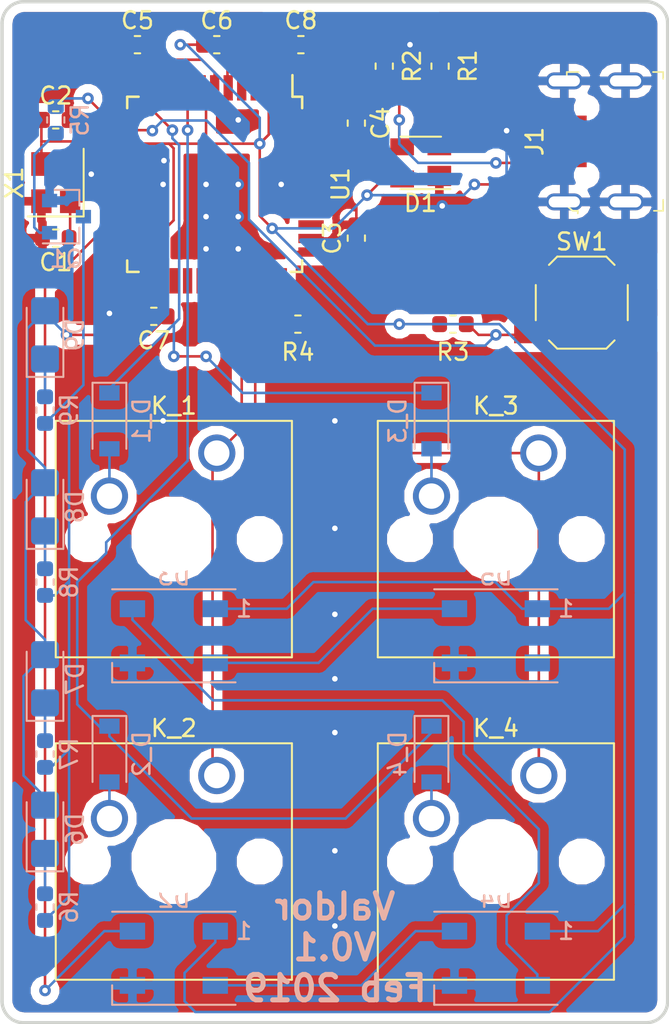
<source format=kicad_pcb>
(kicad_pcb (version 20171130) (host pcbnew 5.0.2)

  (general
    (thickness 1.6)
    (drawings 9)
    (tracks 337)
    (zones 0)
    (modules 39)
    (nets 53)
  )

  (page A4)
  (layers
    (0 F.Cu signal)
    (31 B.Cu signal)
    (32 B.Adhes user)
    (33 F.Adhes user)
    (34 B.Paste user)
    (35 F.Paste user)
    (36 B.SilkS user)
    (37 F.SilkS user)
    (38 B.Mask user)
    (39 F.Mask user)
    (40 Dwgs.User user)
    (41 Cmts.User user)
    (42 Eco1.User user)
    (43 Eco2.User user)
    (44 Edge.Cuts user)
    (45 Margin user)
    (46 B.CrtYd user)
    (47 F.CrtYd user)
    (48 B.Fab user hide)
    (49 F.Fab user hide)
  )

  (setup
    (last_trace_width 0.1524)
    (trace_clearance 0.1524)
    (zone_clearance 0.508)
    (zone_45_only no)
    (trace_min 0.1524)
    (segment_width 0.2)
    (edge_width 0.2)
    (via_size 0.6858)
    (via_drill 0.3302)
    (via_min_size 0.6858)
    (via_min_drill 0.3302)
    (uvia_size 0.6858)
    (uvia_drill 0.3302)
    (uvias_allowed no)
    (uvia_min_size 0.2)
    (uvia_min_drill 0.1)
    (pcb_text_width 0.3)
    (pcb_text_size 1.5 1.5)
    (mod_edge_width 0.15)
    (mod_text_size 1 1)
    (mod_text_width 0.15)
    (pad_size 1.016 1.25)
    (pad_drill 0.55)
    (pad_to_mask_clearance 0.2)
    (solder_mask_min_width 0.25)
    (aux_axis_origin 0 0)
    (grid_origin 71.75 40)
    (visible_elements FFFFFF7F)
    (pcbplotparams
      (layerselection 0x010f0_ffffffff)
      (usegerberextensions true)
      (usegerberattributes false)
      (usegerberadvancedattributes false)
      (creategerberjobfile false)
      (excludeedgelayer true)
      (linewidth 0.100000)
      (plotframeref false)
      (viasonmask false)
      (mode 1)
      (useauxorigin false)
      (hpglpennumber 1)
      (hpglpenspeed 20)
      (hpglpendiameter 15.000000)
      (psnegative false)
      (psa4output false)
      (plotreference true)
      (plotvalue true)
      (plotinvisibletext false)
      (padsonsilk false)
      (subtractmaskfromsilk false)
      (outputformat 1)
      (mirror false)
      (drillshape 0)
      (scaleselection 1)
      (outputdirectory "gerbers/"))
  )

  (net 0 "")
  (net 1 /row0)
  (net 2 /row1)
  (net 3 /col1)
  (net 4 /col0)
  (net 5 GND)
  (net 6 VCC)
  (net 7 "Net-(U1-Pad36)")
  (net 8 /xtal2)
  (net 9 /xtal1)
  (net 10 /D-)
  (net 11 /D+)
  (net 12 /Du-)
  (net 13 /Du+)
  (net 14 /Ucap)
  (net 15 "Net-(U1-Pad1)")
  (net 16 "Net-(U1-Pad9)")
  (net 17 "Net-(U1-Pad10)")
  (net 18 "Net-(U1-Pad18)")
  (net 19 "Net-(U1-Pad19)")
  (net 20 "Net-(U1-Pad22)")
  (net 21 "Net-(U1-Pad25)")
  (net 22 "Net-(U1-Pad26)")
  (net 23 "Net-(U1-Pad27)")
  (net 24 "Net-(U1-Pad28)")
  (net 25 "Net-(U1-Pad29)")
  (net 26 "Net-(U1-Pad32)")
  (net 27 "Net-(U1-Pad37)")
  (net 28 "Net-(U1-Pad38)")
  (net 29 "Net-(U1-Pad39)")
  (net 30 "Net-(U1-Pad40)")
  (net 31 "Net-(U1-Pad41)")
  (net 32 "Net-(U1-Pad42)")
  (net 33 "Net-(U1-Pad21)")
  (net 34 /RGBLED)
  (net 35 /LED)
  (net 36 "Net-(Q1-Pad3)")
  (net 37 "Net-(Q1-Pad1)")
  (net 38 "Net-(R4-Pad2)")
  (net 39 "Net-(R3-Pad1)")
  (net 40 "Net-(D9-Pad1)")
  (net 41 "Net-(D8-Pad1)")
  (net 42 "Net-(D2-Pad2)")
  (net 43 "Net-(D3-Pad4)")
  (net 44 "Net-(D3-Pad2)")
  (net 45 "Net-(D_1-Pad2)")
  (net 46 "Net-(D_2-Pad2)")
  (net 47 "Net-(D_3-Pad2)")
  (net 48 "Net-(D_4-Pad2)")
  (net 49 "Net-(J1-Pad4)")
  (net 50 "Net-(D7-Pad1)")
  (net 51 "Net-(D6-Pad1)")
  (net 52 "Net-(D5-Pad2)")

  (net_class Default "This is the default net class."
    (clearance 0.1524)
    (trace_width 0.1524)
    (via_dia 0.6858)
    (via_drill 0.3302)
    (uvia_dia 0.6858)
    (uvia_drill 0.3302)
    (diff_pair_gap 0.1524)
    (diff_pair_width 0.1524)
    (add_net /D+)
    (add_net /D-)
    (add_net /Du+)
    (add_net /Du-)
    (add_net /LED)
    (add_net /RGBLED)
    (add_net /Ucap)
    (add_net /col0)
    (add_net /col1)
    (add_net /row0)
    (add_net /row1)
    (add_net /xtal1)
    (add_net /xtal2)
    (add_net GND)
    (add_net "Net-(D2-Pad2)")
    (add_net "Net-(D3-Pad2)")
    (add_net "Net-(D3-Pad4)")
    (add_net "Net-(D5-Pad2)")
    (add_net "Net-(D6-Pad1)")
    (add_net "Net-(D7-Pad1)")
    (add_net "Net-(D8-Pad1)")
    (add_net "Net-(D9-Pad1)")
    (add_net "Net-(D_1-Pad2)")
    (add_net "Net-(D_2-Pad2)")
    (add_net "Net-(D_3-Pad2)")
    (add_net "Net-(D_4-Pad2)")
    (add_net "Net-(J1-Pad4)")
    (add_net "Net-(Q1-Pad1)")
    (add_net "Net-(Q1-Pad3)")
    (add_net "Net-(R3-Pad1)")
    (add_net "Net-(R4-Pad2)")
    (add_net "Net-(U1-Pad1)")
    (add_net "Net-(U1-Pad10)")
    (add_net "Net-(U1-Pad18)")
    (add_net "Net-(U1-Pad19)")
    (add_net "Net-(U1-Pad21)")
    (add_net "Net-(U1-Pad22)")
    (add_net "Net-(U1-Pad25)")
    (add_net "Net-(U1-Pad26)")
    (add_net "Net-(U1-Pad27)")
    (add_net "Net-(U1-Pad28)")
    (add_net "Net-(U1-Pad29)")
    (add_net "Net-(U1-Pad32)")
    (add_net "Net-(U1-Pad36)")
    (add_net "Net-(U1-Pad37)")
    (add_net "Net-(U1-Pad38)")
    (add_net "Net-(U1-Pad39)")
    (add_net "Net-(U1-Pad40)")
    (add_net "Net-(U1-Pad41)")
    (add_net "Net-(U1-Pad42)")
    (add_net "Net-(U1-Pad9)")
    (add_net VCC)
  )

  (module personal-footprints:USB_Micro_B_Female_BI0001715 (layer F.Cu) (tedit 5C5F096F) (tstamp 5CA3EC57)
    (at 64.13 90.165 90)
    (descr https://ae01.alicdn.com/kf/HTB1pjhfPFXXXXbdapXXq6xXFXXXU/230146479/HTB1pjhfPFXXXXbdapXXq6xXFXXXU.jpg)
    (path /5B6855D1)
    (fp_text reference J1 (at -0.00344 -2.14848 -90) (layer F.SilkS)
      (effects (font (size 1 1) (thickness 0.15)))
    )
    (fp_text value USB_A (at 0 7 90) (layer F.Fab)
      (effects (font (size 1 1) (thickness 0.15)))
    )
    (fp_line (start 4 5.38) (end 4 -0.15) (layer F.Fab) (width 0.1))
    (fp_line (start -4 5.38) (end 4 5.38) (layer F.Fab) (width 0.1))
    (fp_text user %R (at 0 2.84 90) (layer F.Fab)
      (effects (font (size 1 1) (thickness 0.15)))
    )
    (fp_line (start -4.02 0.23) (end -3.71 -0.15) (layer F.Fab) (width 0.1))
    (fp_line (start 4 -0.15) (end -4 -0.15) (layer F.Fab) (width 0.1))
    (fp_line (start -4 5.38) (end -4 0.23) (layer F.Fab) (width 0.1))
    (fp_line (start -4.1 0.4) (end -4.25 0.4) (layer F.SilkS) (width 0.1))
    (fp_line (start -4.1 0.1) (end -4.1 0.4) (layer F.SilkS) (width 0.1))
    (fp_line (start -3.8 -0.25) (end -4.1 0.1) (layer F.SilkS) (width 0.1))
    (fp_line (start -3.35 -0.25) (end -3.8 -0.25) (layer F.SilkS) (width 0.1))
    (fp_line (start 4.1 -0.25) (end 4.1 0.45) (layer F.SilkS) (width 0.1))
    (fp_line (start 3.6 -0.25) (end 4.1 -0.25) (layer F.SilkS) (width 0.1))
    (fp_line (start 4.1 5.45) (end 3.7 5.45) (layer F.SilkS) (width 0.1))
    (fp_line (start 4.1 4.85) (end 4.1 5.45) (layer F.SilkS) (width 0.1))
    (fp_line (start -4.1 5.45) (end -3.45 5.45) (layer F.SilkS) (width 0.1))
    (fp_line (start -4.1 4.9) (end -4.1 5.45) (layer F.SilkS) (width 0.1))
    (fp_line (start -4.5 -1) (end 4.5 -1) (layer F.CrtYd) (width 0.05))
    (fp_line (start -4.5 5.75) (end -4.5 -1) (layer F.CrtYd) (width 0.05))
    (fp_line (start -4.5 5.75) (end 4.5 5.75) (layer F.CrtYd) (width 0.05))
    (fp_line (start 4.5 5.75) (end 4.5 -1) (layer F.CrtYd) (width 0.05))
    (pad 1 smd rect (at -1.3 0 90) (size 0.45 1.85) (layers F.Cu F.Paste F.Mask)
      (net 6 VCC))
    (pad 2 smd rect (at -0.65 0 90) (size 0.45 1.85) (layers F.Cu F.Paste F.Mask)
      (net 12 /Du-))
    (pad 5 smd rect (at 1.3 0 90) (size 0.45 1.85) (layers F.Cu F.Paste F.Mask)
      (net 5 GND))
    (pad 4 smd rect (at 0.65 0 90) (size 0.45 1.85) (layers F.Cu F.Paste F.Mask)
      (net 49 "Net-(J1-Pad4)"))
    (pad 3 smd rect (at 0 0 90) (size 0.45 1.85) (layers F.Cu F.Paste F.Mask)
      (net 13 /Du+))
    (pad 6 thru_hole oval (at -3.575 -0.4 90) (size 1 2.2) (drill oval 0.65 1.85) (layers *.Cu *.Mask)
      (net 5 GND))
    (pad "" np_thru_hole circle (at -2 0.925 90) (size 0.5 0.5) (drill 0.5) (layers *.Cu *.Mask))
    (pad "" np_thru_hole circle (at 2 0.925 90) (size 0.5 0.5) (drill 0.5) (layers *.Cu *.Mask))
    (pad 6 thru_hole oval (at 3.575 -0.4 90) (size 1 2.2) (drill oval 0.65 1.85) (layers *.Cu *.Mask)
      (net 5 GND))
    (pad 6 thru_hole oval (at 3.575 3.225 90) (size 1 2.2) (drill oval 0.65 1.85) (layers *.Cu *.Mask)
      (net 5 GND))
    (pad 6 thru_hole oval (at -3.575 3.225 90) (size 1 2.2) (drill oval 0.65 1.85) (layers *.Cu *.Mask)
      (net 5 GND))
  )

  (module LED_SMD:LED_1206_3216Metric_Castellated (layer B.Cu) (tedit 5B301BBE) (tstamp 5C930C18)
    (at 33.015 121.915 90)
    (descr "LED SMD 1206 (3216 Metric), castellated end terminal, IPC_7351 nominal, (Body size source: http://www.tortai-tech.com/upload/download/2011102023233369053.pdf), generated with kicad-footprint-generator")
    (tags "LED castellated")
    (path /5C76D590)
    (attr smd)
    (fp_text reference D7 (at 0 1.78 90) (layer B.SilkS)
      (effects (font (size 1 1) (thickness 0.15)) (justify mirror))
    )
    (fp_text value LED (at 0 -1.78 90) (layer B.Fab)
      (effects (font (size 1 1) (thickness 0.15)) (justify mirror))
    )
    (fp_text user %R (at 0 0 90) (layer B.Fab)
      (effects (font (size 0.8 0.8) (thickness 0.12)) (justify mirror))
    )
    (fp_line (start 2.48 -1.08) (end -2.48 -1.08) (layer B.CrtYd) (width 0.05))
    (fp_line (start 2.48 1.08) (end 2.48 -1.08) (layer B.CrtYd) (width 0.05))
    (fp_line (start -2.48 1.08) (end 2.48 1.08) (layer B.CrtYd) (width 0.05))
    (fp_line (start -2.48 -1.08) (end -2.48 1.08) (layer B.CrtYd) (width 0.05))
    (fp_line (start -2.485 -1.085) (end 1.6 -1.085) (layer B.SilkS) (width 0.12))
    (fp_line (start -2.485 1.085) (end -2.485 -1.085) (layer B.SilkS) (width 0.12))
    (fp_line (start 1.6 1.085) (end -2.485 1.085) (layer B.SilkS) (width 0.12))
    (fp_line (start 1.6 -0.8) (end 1.6 0.8) (layer B.Fab) (width 0.1))
    (fp_line (start -1.6 -0.8) (end 1.6 -0.8) (layer B.Fab) (width 0.1))
    (fp_line (start -1.6 0.4) (end -1.6 -0.8) (layer B.Fab) (width 0.1))
    (fp_line (start -1.2 0.8) (end -1.6 0.4) (layer B.Fab) (width 0.1))
    (fp_line (start 1.6 0.8) (end -1.2 0.8) (layer B.Fab) (width 0.1))
    (pad 2 smd roundrect (at 1.425 0 90) (size 1.6 1.65) (layers B.Cu B.Paste B.Mask) (roundrect_rratio 0.15625)
      (net 6 VCC))
    (pad 1 smd roundrect (at -1.425 0 90) (size 1.6 1.65) (layers B.Cu B.Paste B.Mask) (roundrect_rratio 0.15625)
      (net 50 "Net-(D7-Pad1)"))
    (model ${KISYS3DMOD}/LED_SMD.3dshapes/LED_1206_3216Metric_Castellated.wrl
      (at (xyz 0 0 0))
      (scale (xyz 1 1 1))
      (rotate (xyz 0 0 0))
    )
  )

  (module LED_SMD:LED_1206_3216Metric_Castellated (layer B.Cu) (tedit 5B301BBE) (tstamp 5C930950)
    (at 33.015 130.805 90)
    (descr "LED SMD 1206 (3216 Metric), castellated end terminal, IPC_7351 nominal, (Body size source: http://www.tortai-tech.com/upload/download/2011102023233369053.pdf), generated with kicad-footprint-generator")
    (tags "LED castellated")
    (path /5C76D484)
    (attr smd)
    (fp_text reference D6 (at 0 1.78 90) (layer B.SilkS)
      (effects (font (size 1 1) (thickness 0.15)) (justify mirror))
    )
    (fp_text value LED (at 0 -1.78 90) (layer B.Fab)
      (effects (font (size 1 1) (thickness 0.15)) (justify mirror))
    )
    (fp_text user %R (at 0 0 90) (layer B.Fab)
      (effects (font (size 0.8 0.8) (thickness 0.12)) (justify mirror))
    )
    (fp_line (start 2.48 -1.08) (end -2.48 -1.08) (layer B.CrtYd) (width 0.05))
    (fp_line (start 2.48 1.08) (end 2.48 -1.08) (layer B.CrtYd) (width 0.05))
    (fp_line (start -2.48 1.08) (end 2.48 1.08) (layer B.CrtYd) (width 0.05))
    (fp_line (start -2.48 -1.08) (end -2.48 1.08) (layer B.CrtYd) (width 0.05))
    (fp_line (start -2.485 -1.085) (end 1.6 -1.085) (layer B.SilkS) (width 0.12))
    (fp_line (start -2.485 1.085) (end -2.485 -1.085) (layer B.SilkS) (width 0.12))
    (fp_line (start 1.6 1.085) (end -2.485 1.085) (layer B.SilkS) (width 0.12))
    (fp_line (start 1.6 -0.8) (end 1.6 0.8) (layer B.Fab) (width 0.1))
    (fp_line (start -1.6 -0.8) (end 1.6 -0.8) (layer B.Fab) (width 0.1))
    (fp_line (start -1.6 0.4) (end -1.6 -0.8) (layer B.Fab) (width 0.1))
    (fp_line (start -1.2 0.8) (end -1.6 0.4) (layer B.Fab) (width 0.1))
    (fp_line (start 1.6 0.8) (end -1.2 0.8) (layer B.Fab) (width 0.1))
    (pad 2 smd roundrect (at 1.425 0 90) (size 1.6 1.65) (layers B.Cu B.Paste B.Mask) (roundrect_rratio 0.15625)
      (net 6 VCC))
    (pad 1 smd roundrect (at -1.425 0 90) (size 1.6 1.65) (layers B.Cu B.Paste B.Mask) (roundrect_rratio 0.15625)
      (net 51 "Net-(D6-Pad1)"))
    (model ${KISYS3DMOD}/LED_SMD.3dshapes/LED_1206_3216Metric_Castellated.wrl
      (at (xyz 0 0 0))
      (scale (xyz 1 1 1))
      (rotate (xyz 0 0 0))
    )
  )

  (module LED_SMD:LED_1206_3216Metric_Castellated (layer B.Cu) (tedit 5B301BBE) (tstamp 5C930905)
    (at 33.015 111.755 90)
    (descr "LED SMD 1206 (3216 Metric), castellated end terminal, IPC_7351 nominal, (Body size source: http://www.tortai-tech.com/upload/download/2011102023233369053.pdf), generated with kicad-footprint-generator")
    (tags "LED castellated")
    (path /5C76F8D8)
    (attr smd)
    (fp_text reference D8 (at 0 1.78 90) (layer B.SilkS)
      (effects (font (size 1 1) (thickness 0.15)) (justify mirror))
    )
    (fp_text value LED (at 0 -1.78 90) (layer B.Fab)
      (effects (font (size 1 1) (thickness 0.15)) (justify mirror))
    )
    (fp_text user %R (at 0 0 90) (layer B.Fab)
      (effects (font (size 0.8 0.8) (thickness 0.12)) (justify mirror))
    )
    (fp_line (start 2.48 -1.08) (end -2.48 -1.08) (layer B.CrtYd) (width 0.05))
    (fp_line (start 2.48 1.08) (end 2.48 -1.08) (layer B.CrtYd) (width 0.05))
    (fp_line (start -2.48 1.08) (end 2.48 1.08) (layer B.CrtYd) (width 0.05))
    (fp_line (start -2.48 -1.08) (end -2.48 1.08) (layer B.CrtYd) (width 0.05))
    (fp_line (start -2.485 -1.085) (end 1.6 -1.085) (layer B.SilkS) (width 0.12))
    (fp_line (start -2.485 1.085) (end -2.485 -1.085) (layer B.SilkS) (width 0.12))
    (fp_line (start 1.6 1.085) (end -2.485 1.085) (layer B.SilkS) (width 0.12))
    (fp_line (start 1.6 -0.8) (end 1.6 0.8) (layer B.Fab) (width 0.1))
    (fp_line (start -1.6 -0.8) (end 1.6 -0.8) (layer B.Fab) (width 0.1))
    (fp_line (start -1.6 0.4) (end -1.6 -0.8) (layer B.Fab) (width 0.1))
    (fp_line (start -1.2 0.8) (end -1.6 0.4) (layer B.Fab) (width 0.1))
    (fp_line (start 1.6 0.8) (end -1.2 0.8) (layer B.Fab) (width 0.1))
    (pad 2 smd roundrect (at 1.425 0 90) (size 1.6 1.65) (layers B.Cu B.Paste B.Mask) (roundrect_rratio 0.15625)
      (net 6 VCC))
    (pad 1 smd roundrect (at -1.425 0 90) (size 1.6 1.65) (layers B.Cu B.Paste B.Mask) (roundrect_rratio 0.15625)
      (net 41 "Net-(D8-Pad1)"))
    (model ${KISYS3DMOD}/LED_SMD.3dshapes/LED_1206_3216Metric_Castellated.wrl
      (at (xyz 0 0 0))
      (scale (xyz 1 1 1))
      (rotate (xyz 0 0 0))
    )
  )

  (module LED_SMD:LED_1206_3216Metric_Castellated (layer B.Cu) (tedit 5B301BBE) (tstamp 5C930A22)
    (at 33.015 101.595 90)
    (descr "LED SMD 1206 (3216 Metric), castellated end terminal, IPC_7351 nominal, (Body size source: http://www.tortai-tech.com/upload/download/2011102023233369053.pdf), generated with kicad-footprint-generator")
    (tags "LED castellated")
    (path /5C771C04)
    (attr smd)
    (fp_text reference D9 (at 0 1.78 90) (layer B.SilkS)
      (effects (font (size 1 1) (thickness 0.15)) (justify mirror))
    )
    (fp_text value LED (at 0 -1.78 90) (layer B.Fab)
      (effects (font (size 1 1) (thickness 0.15)) (justify mirror))
    )
    (fp_text user %R (at 0 0 90) (layer B.Fab)
      (effects (font (size 0.8 0.8) (thickness 0.12)) (justify mirror))
    )
    (fp_line (start 2.48 -1.08) (end -2.48 -1.08) (layer B.CrtYd) (width 0.05))
    (fp_line (start 2.48 1.08) (end 2.48 -1.08) (layer B.CrtYd) (width 0.05))
    (fp_line (start -2.48 1.08) (end 2.48 1.08) (layer B.CrtYd) (width 0.05))
    (fp_line (start -2.48 -1.08) (end -2.48 1.08) (layer B.CrtYd) (width 0.05))
    (fp_line (start -2.485 -1.085) (end 1.6 -1.085) (layer B.SilkS) (width 0.12))
    (fp_line (start -2.485 1.085) (end -2.485 -1.085) (layer B.SilkS) (width 0.12))
    (fp_line (start 1.6 1.085) (end -2.485 1.085) (layer B.SilkS) (width 0.12))
    (fp_line (start 1.6 -0.8) (end 1.6 0.8) (layer B.Fab) (width 0.1))
    (fp_line (start -1.6 -0.8) (end 1.6 -0.8) (layer B.Fab) (width 0.1))
    (fp_line (start -1.6 0.4) (end -1.6 -0.8) (layer B.Fab) (width 0.1))
    (fp_line (start -1.2 0.8) (end -1.6 0.4) (layer B.Fab) (width 0.1))
    (fp_line (start 1.6 0.8) (end -1.2 0.8) (layer B.Fab) (width 0.1))
    (pad 2 smd roundrect (at 1.425 0 90) (size 1.6 1.65) (layers B.Cu B.Paste B.Mask) (roundrect_rratio 0.15625)
      (net 6 VCC))
    (pad 1 smd roundrect (at -1.425 0 90) (size 1.6 1.65) (layers B.Cu B.Paste B.Mask) (roundrect_rratio 0.15625)
      (net 40 "Net-(D9-Pad1)"))
    (model ${KISYS3DMOD}/LED_SMD.3dshapes/LED_1206_3216Metric_Castellated.wrl
      (at (xyz 0 0 0))
      (scale (xyz 1 1 1))
      (rotate (xyz 0 0 0))
    )
  )

  (module Package_TO_SOT_SMD:SOT-23 (layer B.Cu) (tedit 5A02FF57) (tstamp 5C92F4C4)
    (at 34.285 94.61)
    (descr "SOT-23, Standard")
    (tags SOT-23)
    (path /5C76ACFA)
    (attr smd)
    (fp_text reference Q1 (at 0 2.5) (layer B.SilkS)
      (effects (font (size 1 1) (thickness 0.15)) (justify mirror))
    )
    (fp_text value 2N7002 (at 0 -2.5) (layer B.Fab)
      (effects (font (size 1 1) (thickness 0.15)) (justify mirror))
    )
    (fp_line (start 0.76 -1.58) (end -0.7 -1.58) (layer B.SilkS) (width 0.12))
    (fp_line (start 0.76 1.58) (end -1.4 1.58) (layer B.SilkS) (width 0.12))
    (fp_line (start -1.7 -1.75) (end -1.7 1.75) (layer B.CrtYd) (width 0.05))
    (fp_line (start 1.7 -1.75) (end -1.7 -1.75) (layer B.CrtYd) (width 0.05))
    (fp_line (start 1.7 1.75) (end 1.7 -1.75) (layer B.CrtYd) (width 0.05))
    (fp_line (start -1.7 1.75) (end 1.7 1.75) (layer B.CrtYd) (width 0.05))
    (fp_line (start 0.76 1.58) (end 0.76 0.65) (layer B.SilkS) (width 0.12))
    (fp_line (start 0.76 -1.58) (end 0.76 -0.65) (layer B.SilkS) (width 0.12))
    (fp_line (start -0.7 -1.52) (end 0.7 -1.52) (layer B.Fab) (width 0.1))
    (fp_line (start 0.7 1.52) (end 0.7 -1.52) (layer B.Fab) (width 0.1))
    (fp_line (start -0.7 0.95) (end -0.15 1.52) (layer B.Fab) (width 0.1))
    (fp_line (start -0.15 1.52) (end 0.7 1.52) (layer B.Fab) (width 0.1))
    (fp_line (start -0.7 0.95) (end -0.7 -1.5) (layer B.Fab) (width 0.1))
    (fp_text user %R (at 0 0 -90) (layer B.Fab)
      (effects (font (size 0.5 0.5) (thickness 0.075)) (justify mirror))
    )
    (pad 3 smd rect (at 1 0) (size 0.9 0.8) (layers B.Cu B.Paste B.Mask)
      (net 36 "Net-(Q1-Pad3)"))
    (pad 2 smd rect (at -1 -0.95) (size 0.9 0.8) (layers B.Cu B.Paste B.Mask)
      (net 5 GND))
    (pad 1 smd rect (at -1 0.95) (size 0.9 0.8) (layers B.Cu B.Paste B.Mask)
      (net 37 "Net-(Q1-Pad1)"))
    (model ${KISYS3DMOD}/Package_TO_SOT_SMD.3dshapes/SOT-23.wrl
      (at (xyz 0 0 0))
      (scale (xyz 1 1 1))
      (rotate (xyz 0 0 0))
    )
  )

  (module Resistor_SMD:R_0603_1608Metric (layer B.Cu) (tedit 5B301BBD) (tstamp 5C92F4AF)
    (at 33.65 88.895 90)
    (descr "Resistor SMD 0603 (1608 Metric), square (rectangular) end terminal, IPC_7351 nominal, (Body size source: http://www.tortai-tech.com/upload/download/2011102023233369053.pdf), generated with kicad-footprint-generator")
    (tags resistor)
    (path /5C79762C)
    (attr smd)
    (fp_text reference R5 (at 0 1.43 90) (layer B.SilkS)
      (effects (font (size 1 1) (thickness 0.15)) (justify mirror))
    )
    (fp_text value 1K (at 0 -1.43 90) (layer B.Fab)
      (effects (font (size 1 1) (thickness 0.15)) (justify mirror))
    )
    (fp_text user %R (at 0 0 90) (layer B.Fab)
      (effects (font (size 0.4 0.4) (thickness 0.06)) (justify mirror))
    )
    (fp_line (start 1.48 -0.73) (end -1.48 -0.73) (layer B.CrtYd) (width 0.05))
    (fp_line (start 1.48 0.73) (end 1.48 -0.73) (layer B.CrtYd) (width 0.05))
    (fp_line (start -1.48 0.73) (end 1.48 0.73) (layer B.CrtYd) (width 0.05))
    (fp_line (start -1.48 -0.73) (end -1.48 0.73) (layer B.CrtYd) (width 0.05))
    (fp_line (start -0.162779 -0.51) (end 0.162779 -0.51) (layer B.SilkS) (width 0.12))
    (fp_line (start -0.162779 0.51) (end 0.162779 0.51) (layer B.SilkS) (width 0.12))
    (fp_line (start 0.8 -0.4) (end -0.8 -0.4) (layer B.Fab) (width 0.1))
    (fp_line (start 0.8 0.4) (end 0.8 -0.4) (layer B.Fab) (width 0.1))
    (fp_line (start -0.8 0.4) (end 0.8 0.4) (layer B.Fab) (width 0.1))
    (fp_line (start -0.8 -0.4) (end -0.8 0.4) (layer B.Fab) (width 0.1))
    (pad 2 smd roundrect (at 0.7875 0 90) (size 0.875 0.95) (layers B.Cu B.Paste B.Mask) (roundrect_rratio 0.25)
      (net 35 /LED))
    (pad 1 smd roundrect (at -0.7875 0 90) (size 0.875 0.95) (layers B.Cu B.Paste B.Mask) (roundrect_rratio 0.25)
      (net 37 "Net-(Q1-Pad1)"))
    (model ${KISYS3DMOD}/Resistor_SMD.3dshapes/R_0603_1608Metric.wrl
      (at (xyz 0 0 0))
      (scale (xyz 1 1 1))
      (rotate (xyz 0 0 0))
    )
  )

  (module Resistor_SMD:R_0603_1608Metric (layer B.Cu) (tedit 5B301BBD) (tstamp 5C92F41E)
    (at 33.015 135.4025 90)
    (descr "Resistor SMD 0603 (1608 Metric), square (rectangular) end terminal, IPC_7351 nominal, (Body size source: http://www.tortai-tech.com/upload/download/2011102023233369053.pdf), generated with kicad-footprint-generator")
    (tags resistor)
    (path /5C773FDF)
    (attr smd)
    (fp_text reference R6 (at 0 1.43 90) (layer B.SilkS)
      (effects (font (size 1 1) (thickness 0.15)) (justify mirror))
    )
    (fp_text value 1K (at 0 -1.43 90) (layer B.Fab)
      (effects (font (size 1 1) (thickness 0.15)) (justify mirror))
    )
    (fp_text user %R (at 0 0 90) (layer B.Fab)
      (effects (font (size 0.4 0.4) (thickness 0.06)) (justify mirror))
    )
    (fp_line (start 1.48 -0.73) (end -1.48 -0.73) (layer B.CrtYd) (width 0.05))
    (fp_line (start 1.48 0.73) (end 1.48 -0.73) (layer B.CrtYd) (width 0.05))
    (fp_line (start -1.48 0.73) (end 1.48 0.73) (layer B.CrtYd) (width 0.05))
    (fp_line (start -1.48 -0.73) (end -1.48 0.73) (layer B.CrtYd) (width 0.05))
    (fp_line (start -0.162779 -0.51) (end 0.162779 -0.51) (layer B.SilkS) (width 0.12))
    (fp_line (start -0.162779 0.51) (end 0.162779 0.51) (layer B.SilkS) (width 0.12))
    (fp_line (start 0.8 -0.4) (end -0.8 -0.4) (layer B.Fab) (width 0.1))
    (fp_line (start 0.8 0.4) (end 0.8 -0.4) (layer B.Fab) (width 0.1))
    (fp_line (start -0.8 0.4) (end 0.8 0.4) (layer B.Fab) (width 0.1))
    (fp_line (start -0.8 -0.4) (end -0.8 0.4) (layer B.Fab) (width 0.1))
    (pad 2 smd roundrect (at 0.7875 0 90) (size 0.875 0.95) (layers B.Cu B.Paste B.Mask) (roundrect_rratio 0.25)
      (net 51 "Net-(D6-Pad1)"))
    (pad 1 smd roundrect (at -0.7875 0 90) (size 0.875 0.95) (layers B.Cu B.Paste B.Mask) (roundrect_rratio 0.25)
      (net 36 "Net-(Q1-Pad3)"))
    (model ${KISYS3DMOD}/Resistor_SMD.3dshapes/R_0603_1608Metric.wrl
      (at (xyz 0 0 0))
      (scale (xyz 1 1 1))
      (rotate (xyz 0 0 0))
    )
  )

  (module Resistor_SMD:R_0603_1608Metric (layer B.Cu) (tedit 5B301BBD) (tstamp 5C92F40D)
    (at 33.015 126.36 90)
    (descr "Resistor SMD 0603 (1608 Metric), square (rectangular) end terminal, IPC_7351 nominal, (Body size source: http://www.tortai-tech.com/upload/download/2011102023233369053.pdf), generated with kicad-footprint-generator")
    (tags resistor)
    (path /5C774153)
    (attr smd)
    (fp_text reference R7 (at 0 1.43 90) (layer B.SilkS)
      (effects (font (size 1 1) (thickness 0.15)) (justify mirror))
    )
    (fp_text value 1K (at 0 -1.43 90) (layer B.Fab)
      (effects (font (size 1 1) (thickness 0.15)) (justify mirror))
    )
    (fp_text user %R (at 0 0 90) (layer B.Fab)
      (effects (font (size 0.4 0.4) (thickness 0.06)) (justify mirror))
    )
    (fp_line (start 1.48 -0.73) (end -1.48 -0.73) (layer B.CrtYd) (width 0.05))
    (fp_line (start 1.48 0.73) (end 1.48 -0.73) (layer B.CrtYd) (width 0.05))
    (fp_line (start -1.48 0.73) (end 1.48 0.73) (layer B.CrtYd) (width 0.05))
    (fp_line (start -1.48 -0.73) (end -1.48 0.73) (layer B.CrtYd) (width 0.05))
    (fp_line (start -0.162779 -0.51) (end 0.162779 -0.51) (layer B.SilkS) (width 0.12))
    (fp_line (start -0.162779 0.51) (end 0.162779 0.51) (layer B.SilkS) (width 0.12))
    (fp_line (start 0.8 -0.4) (end -0.8 -0.4) (layer B.Fab) (width 0.1))
    (fp_line (start 0.8 0.4) (end 0.8 -0.4) (layer B.Fab) (width 0.1))
    (fp_line (start -0.8 0.4) (end 0.8 0.4) (layer B.Fab) (width 0.1))
    (fp_line (start -0.8 -0.4) (end -0.8 0.4) (layer B.Fab) (width 0.1))
    (pad 2 smd roundrect (at 0.7875 0 90) (size 0.875 0.95) (layers B.Cu B.Paste B.Mask) (roundrect_rratio 0.25)
      (net 50 "Net-(D7-Pad1)"))
    (pad 1 smd roundrect (at -0.7875 0 90) (size 0.875 0.95) (layers B.Cu B.Paste B.Mask) (roundrect_rratio 0.25)
      (net 36 "Net-(Q1-Pad3)"))
    (model ${KISYS3DMOD}/Resistor_SMD.3dshapes/R_0603_1608Metric.wrl
      (at (xyz 0 0 0))
      (scale (xyz 1 1 1))
      (rotate (xyz 0 0 0))
    )
  )

  (module Resistor_SMD:R_0603_1608Metric (layer B.Cu) (tedit 5B301BBD) (tstamp 5C92F3FC)
    (at 33.015 116.2 90)
    (descr "Resistor SMD 0603 (1608 Metric), square (rectangular) end terminal, IPC_7351 nominal, (Body size source: http://www.tortai-tech.com/upload/download/2011102023233369053.pdf), generated with kicad-footprint-generator")
    (tags resistor)
    (path /5C77647D)
    (attr smd)
    (fp_text reference R8 (at 0 1.43 90) (layer B.SilkS)
      (effects (font (size 1 1) (thickness 0.15)) (justify mirror))
    )
    (fp_text value 1K (at 0 -1.43 90) (layer B.Fab)
      (effects (font (size 1 1) (thickness 0.15)) (justify mirror))
    )
    (fp_text user %R (at 0 0 90) (layer B.Fab)
      (effects (font (size 0.4 0.4) (thickness 0.06)) (justify mirror))
    )
    (fp_line (start 1.48 -0.73) (end -1.48 -0.73) (layer B.CrtYd) (width 0.05))
    (fp_line (start 1.48 0.73) (end 1.48 -0.73) (layer B.CrtYd) (width 0.05))
    (fp_line (start -1.48 0.73) (end 1.48 0.73) (layer B.CrtYd) (width 0.05))
    (fp_line (start -1.48 -0.73) (end -1.48 0.73) (layer B.CrtYd) (width 0.05))
    (fp_line (start -0.162779 -0.51) (end 0.162779 -0.51) (layer B.SilkS) (width 0.12))
    (fp_line (start -0.162779 0.51) (end 0.162779 0.51) (layer B.SilkS) (width 0.12))
    (fp_line (start 0.8 -0.4) (end -0.8 -0.4) (layer B.Fab) (width 0.1))
    (fp_line (start 0.8 0.4) (end 0.8 -0.4) (layer B.Fab) (width 0.1))
    (fp_line (start -0.8 0.4) (end 0.8 0.4) (layer B.Fab) (width 0.1))
    (fp_line (start -0.8 -0.4) (end -0.8 0.4) (layer B.Fab) (width 0.1))
    (pad 2 smd roundrect (at 0.7875 0 90) (size 0.875 0.95) (layers B.Cu B.Paste B.Mask) (roundrect_rratio 0.25)
      (net 41 "Net-(D8-Pad1)"))
    (pad 1 smd roundrect (at -0.7875 0 90) (size 0.875 0.95) (layers B.Cu B.Paste B.Mask) (roundrect_rratio 0.25)
      (net 36 "Net-(Q1-Pad3)"))
    (model ${KISYS3DMOD}/Resistor_SMD.3dshapes/R_0603_1608Metric.wrl
      (at (xyz 0 0 0))
      (scale (xyz 1 1 1))
      (rotate (xyz 0 0 0))
    )
  )

  (module Resistor_SMD:R_0603_1608Metric (layer B.Cu) (tedit 5B301BBD) (tstamp 5C92F3EB)
    (at 33.015 106.04 90)
    (descr "Resistor SMD 0603 (1608 Metric), square (rectangular) end terminal, IPC_7351 nominal, (Body size source: http://www.tortai-tech.com/upload/download/2011102023233369053.pdf), generated with kicad-footprint-generator")
    (tags resistor)
    (path /5C7787A5)
    (attr smd)
    (fp_text reference R9 (at 0 1.43 90) (layer B.SilkS)
      (effects (font (size 1 1) (thickness 0.15)) (justify mirror))
    )
    (fp_text value 1K (at 0 -1.43 90) (layer B.Fab)
      (effects (font (size 1 1) (thickness 0.15)) (justify mirror))
    )
    (fp_text user %R (at 0 0 90) (layer B.Fab)
      (effects (font (size 0.4 0.4) (thickness 0.06)) (justify mirror))
    )
    (fp_line (start 1.48 -0.73) (end -1.48 -0.73) (layer B.CrtYd) (width 0.05))
    (fp_line (start 1.48 0.73) (end 1.48 -0.73) (layer B.CrtYd) (width 0.05))
    (fp_line (start -1.48 0.73) (end 1.48 0.73) (layer B.CrtYd) (width 0.05))
    (fp_line (start -1.48 -0.73) (end -1.48 0.73) (layer B.CrtYd) (width 0.05))
    (fp_line (start -0.162779 -0.51) (end 0.162779 -0.51) (layer B.SilkS) (width 0.12))
    (fp_line (start -0.162779 0.51) (end 0.162779 0.51) (layer B.SilkS) (width 0.12))
    (fp_line (start 0.8 -0.4) (end -0.8 -0.4) (layer B.Fab) (width 0.1))
    (fp_line (start 0.8 0.4) (end 0.8 -0.4) (layer B.Fab) (width 0.1))
    (fp_line (start -0.8 0.4) (end 0.8 0.4) (layer B.Fab) (width 0.1))
    (fp_line (start -0.8 -0.4) (end -0.8 0.4) (layer B.Fab) (width 0.1))
    (pad 2 smd roundrect (at 0.7875 0 90) (size 0.875 0.95) (layers B.Cu B.Paste B.Mask) (roundrect_rratio 0.25)
      (net 40 "Net-(D9-Pad1)"))
    (pad 1 smd roundrect (at -0.7875 0 90) (size 0.875 0.95) (layers B.Cu B.Paste B.Mask) (roundrect_rratio 0.25)
      (net 36 "Net-(Q1-Pad3)"))
    (model ${KISYS3DMOD}/Resistor_SMD.3dshapes/R_0603_1608Metric.wrl
      (at (xyz 0 0 0))
      (scale (xyz 1 1 1))
      (rotate (xyz 0 0 0))
    )
  )

  (module LED_SMD:LED_WS2812B_PLCC4_5.0x5.0mm_P3.2mm (layer B.Cu) (tedit 5AA4B285) (tstamp 5C87E86A)
    (at 59.685 119.375 180)
    (descr https://cdn-shop.adafruit.com/datasheets/WS2812B.pdf)
    (tags "LED RGB NeoPixel")
    (path /5C74B3EC)
    (attr smd)
    (fp_text reference D5 (at 0 3.5 180) (layer B.SilkS)
      (effects (font (size 1 1) (thickness 0.15)) (justify mirror))
    )
    (fp_text value WS2812B (at 0 -4 180) (layer B.Fab)
      (effects (font (size 1 1) (thickness 0.15)) (justify mirror))
    )
    (fp_circle (center 0 0) (end 0 2) (layer B.Fab) (width 0.1))
    (fp_line (start 3.65 -2.75) (end 3.65 -1.6) (layer B.SilkS) (width 0.12))
    (fp_line (start -3.65 -2.75) (end 3.65 -2.75) (layer B.SilkS) (width 0.12))
    (fp_line (start -3.65 2.75) (end 3.65 2.75) (layer B.SilkS) (width 0.12))
    (fp_line (start 2.5 2.5) (end -2.5 2.5) (layer B.Fab) (width 0.1))
    (fp_line (start 2.5 -2.5) (end 2.5 2.5) (layer B.Fab) (width 0.1))
    (fp_line (start -2.5 -2.5) (end 2.5 -2.5) (layer B.Fab) (width 0.1))
    (fp_line (start -2.5 2.5) (end -2.5 -2.5) (layer B.Fab) (width 0.1))
    (fp_line (start 2.5 -1.5) (end 1.5 -2.5) (layer B.Fab) (width 0.1))
    (fp_line (start -3.45 2.75) (end -3.45 -2.75) (layer B.CrtYd) (width 0.05))
    (fp_line (start -3.45 -2.75) (end 3.45 -2.75) (layer B.CrtYd) (width 0.05))
    (fp_line (start 3.45 -2.75) (end 3.45 2.75) (layer B.CrtYd) (width 0.05))
    (fp_line (start 3.45 2.75) (end -3.45 2.75) (layer B.CrtYd) (width 0.05))
    (fp_text user %R (at 0 0 180) (layer B.Fab)
      (effects (font (size 0.8 0.8) (thickness 0.15)) (justify mirror))
    )
    (fp_text user 1 (at -4.15 1.6 180) (layer B.SilkS)
      (effects (font (size 1 1) (thickness 0.15)) (justify mirror))
    )
    (pad 1 smd rect (at -2.45 1.6 180) (size 1.5 1) (layers B.Cu B.Paste B.Mask)
      (net 6 VCC))
    (pad 2 smd rect (at -2.45 -1.6 180) (size 1.5 1) (layers B.Cu B.Paste B.Mask)
      (net 52 "Net-(D5-Pad2)"))
    (pad 4 smd rect (at 2.45 1.6 180) (size 1.5 1) (layers B.Cu B.Paste B.Mask)
      (net 44 "Net-(D3-Pad2)"))
    (pad 3 smd rect (at 2.45 -1.6 180) (size 1.5 1) (layers B.Cu B.Paste B.Mask)
      (net 5 GND))
    (model ${KISYS3DMOD}/LED_SMD.3dshapes/LED_WS2812B_PLCC4_5.0x5.0mm_P3.2mm.wrl
      (at (xyz 0 0 0))
      (scale (xyz 1 1 1))
      (rotate (xyz 0 0 0))
    )
  )

  (module LED_SMD:LED_WS2812B_PLCC4_5.0x5.0mm_P3.2mm (layer B.Cu) (tedit 5AA4B285) (tstamp 5C87E853)
    (at 59.685 138.425 180)
    (descr https://cdn-shop.adafruit.com/datasheets/WS2812B.pdf)
    (tags "LED RGB NeoPixel")
    (path /5C74B2C6)
    (attr smd)
    (fp_text reference D4 (at 0 3.5 180) (layer B.SilkS)
      (effects (font (size 1 1) (thickness 0.15)) (justify mirror))
    )
    (fp_text value WS2812B (at 0 -4 180) (layer B.Fab)
      (effects (font (size 1 1) (thickness 0.15)) (justify mirror))
    )
    (fp_circle (center 0 0) (end 0 2) (layer B.Fab) (width 0.1))
    (fp_line (start 3.65 -2.75) (end 3.65 -1.6) (layer B.SilkS) (width 0.12))
    (fp_line (start -3.65 -2.75) (end 3.65 -2.75) (layer B.SilkS) (width 0.12))
    (fp_line (start -3.65 2.75) (end 3.65 2.75) (layer B.SilkS) (width 0.12))
    (fp_line (start 2.5 2.5) (end -2.5 2.5) (layer B.Fab) (width 0.1))
    (fp_line (start 2.5 -2.5) (end 2.5 2.5) (layer B.Fab) (width 0.1))
    (fp_line (start -2.5 -2.5) (end 2.5 -2.5) (layer B.Fab) (width 0.1))
    (fp_line (start -2.5 2.5) (end -2.5 -2.5) (layer B.Fab) (width 0.1))
    (fp_line (start 2.5 -1.5) (end 1.5 -2.5) (layer B.Fab) (width 0.1))
    (fp_line (start -3.45 2.75) (end -3.45 -2.75) (layer B.CrtYd) (width 0.05))
    (fp_line (start -3.45 -2.75) (end 3.45 -2.75) (layer B.CrtYd) (width 0.05))
    (fp_line (start 3.45 -2.75) (end 3.45 2.75) (layer B.CrtYd) (width 0.05))
    (fp_line (start 3.45 2.75) (end -3.45 2.75) (layer B.CrtYd) (width 0.05))
    (fp_text user %R (at 0 0 180) (layer B.Fab)
      (effects (font (size 0.8 0.8) (thickness 0.15)) (justify mirror))
    )
    (fp_text user 1 (at -4.15 1.6 180) (layer B.SilkS)
      (effects (font (size 1 1) (thickness 0.15)) (justify mirror))
    )
    (pad 1 smd rect (at -2.45 1.6 180) (size 1.5 1) (layers B.Cu B.Paste B.Mask)
      (net 6 VCC))
    (pad 2 smd rect (at -2.45 -1.6 180) (size 1.5 1) (layers B.Cu B.Paste B.Mask)
      (net 43 "Net-(D3-Pad4)"))
    (pad 4 smd rect (at 2.45 1.6 180) (size 1.5 1) (layers B.Cu B.Paste B.Mask)
      (net 42 "Net-(D2-Pad2)"))
    (pad 3 smd rect (at 2.45 -1.6 180) (size 1.5 1) (layers B.Cu B.Paste B.Mask)
      (net 5 GND))
    (model ${KISYS3DMOD}/LED_SMD.3dshapes/LED_WS2812B_PLCC4_5.0x5.0mm_P3.2mm.wrl
      (at (xyz 0 0 0))
      (scale (xyz 1 1 1))
      (rotate (xyz 0 0 0))
    )
  )

  (module LED_SMD:LED_WS2812B_PLCC4_5.0x5.0mm_P3.2mm (layer B.Cu) (tedit 5AA4B285) (tstamp 5C87E83C)
    (at 40.635 119.375 180)
    (descr https://cdn-shop.adafruit.com/datasheets/WS2812B.pdf)
    (tags "LED RGB NeoPixel")
    (path /5C74B1D9)
    (attr smd)
    (fp_text reference D3 (at 0 3.5 180) (layer B.SilkS)
      (effects (font (size 1 1) (thickness 0.15)) (justify mirror))
    )
    (fp_text value WS2812B (at 0 -4 180) (layer B.Fab)
      (effects (font (size 1 1) (thickness 0.15)) (justify mirror))
    )
    (fp_circle (center 0 0) (end 0 2) (layer B.Fab) (width 0.1))
    (fp_line (start 3.65 -2.75) (end 3.65 -1.6) (layer B.SilkS) (width 0.12))
    (fp_line (start -3.65 -2.75) (end 3.65 -2.75) (layer B.SilkS) (width 0.12))
    (fp_line (start -3.65 2.75) (end 3.65 2.75) (layer B.SilkS) (width 0.12))
    (fp_line (start 2.5 2.5) (end -2.5 2.5) (layer B.Fab) (width 0.1))
    (fp_line (start 2.5 -2.5) (end 2.5 2.5) (layer B.Fab) (width 0.1))
    (fp_line (start -2.5 -2.5) (end 2.5 -2.5) (layer B.Fab) (width 0.1))
    (fp_line (start -2.5 2.5) (end -2.5 -2.5) (layer B.Fab) (width 0.1))
    (fp_line (start 2.5 -1.5) (end 1.5 -2.5) (layer B.Fab) (width 0.1))
    (fp_line (start -3.45 2.75) (end -3.45 -2.75) (layer B.CrtYd) (width 0.05))
    (fp_line (start -3.45 -2.75) (end 3.45 -2.75) (layer B.CrtYd) (width 0.05))
    (fp_line (start 3.45 -2.75) (end 3.45 2.75) (layer B.CrtYd) (width 0.05))
    (fp_line (start 3.45 2.75) (end -3.45 2.75) (layer B.CrtYd) (width 0.05))
    (fp_text user %R (at 0 0 180) (layer B.Fab)
      (effects (font (size 0.8 0.8) (thickness 0.15)) (justify mirror))
    )
    (fp_text user 1 (at -4.15 1.6 180) (layer B.SilkS)
      (effects (font (size 1 1) (thickness 0.15)) (justify mirror))
    )
    (pad 1 smd rect (at -2.45 1.6 180) (size 1.5 1) (layers B.Cu B.Paste B.Mask)
      (net 6 VCC))
    (pad 2 smd rect (at -2.45 -1.6 180) (size 1.5 1) (layers B.Cu B.Paste B.Mask)
      (net 44 "Net-(D3-Pad2)"))
    (pad 4 smd rect (at 2.45 1.6 180) (size 1.5 1) (layers B.Cu B.Paste B.Mask)
      (net 43 "Net-(D3-Pad4)"))
    (pad 3 smd rect (at 2.45 -1.6 180) (size 1.5 1) (layers B.Cu B.Paste B.Mask)
      (net 5 GND))
    (model ${KISYS3DMOD}/LED_SMD.3dshapes/LED_WS2812B_PLCC4_5.0x5.0mm_P3.2mm.wrl
      (at (xyz 0 0 0))
      (scale (xyz 1 1 1))
      (rotate (xyz 0 0 0))
    )
  )

  (module LED_SMD:LED_WS2812B_PLCC4_5.0x5.0mm_P3.2mm (layer B.Cu) (tedit 5AA4B285) (tstamp 5C87E825)
    (at 40.635 138.425 180)
    (descr https://cdn-shop.adafruit.com/datasheets/WS2812B.pdf)
    (tags "LED RGB NeoPixel")
    (path /5C74B12B)
    (attr smd)
    (fp_text reference D2 (at 0 3.5 180) (layer B.SilkS)
      (effects (font (size 1 1) (thickness 0.15)) (justify mirror))
    )
    (fp_text value WS2812B (at 0 -4 180) (layer B.Fab)
      (effects (font (size 1 1) (thickness 0.15)) (justify mirror))
    )
    (fp_circle (center 0 0) (end 0 2) (layer B.Fab) (width 0.1))
    (fp_line (start 3.65 -2.75) (end 3.65 -1.6) (layer B.SilkS) (width 0.12))
    (fp_line (start -3.65 -2.75) (end 3.65 -2.75) (layer B.SilkS) (width 0.12))
    (fp_line (start -3.65 2.75) (end 3.65 2.75) (layer B.SilkS) (width 0.12))
    (fp_line (start 2.5 2.5) (end -2.5 2.5) (layer B.Fab) (width 0.1))
    (fp_line (start 2.5 -2.5) (end 2.5 2.5) (layer B.Fab) (width 0.1))
    (fp_line (start -2.5 -2.5) (end 2.5 -2.5) (layer B.Fab) (width 0.1))
    (fp_line (start -2.5 2.5) (end -2.5 -2.5) (layer B.Fab) (width 0.1))
    (fp_line (start 2.5 -1.5) (end 1.5 -2.5) (layer B.Fab) (width 0.1))
    (fp_line (start -3.45 2.75) (end -3.45 -2.75) (layer B.CrtYd) (width 0.05))
    (fp_line (start -3.45 -2.75) (end 3.45 -2.75) (layer B.CrtYd) (width 0.05))
    (fp_line (start 3.45 -2.75) (end 3.45 2.75) (layer B.CrtYd) (width 0.05))
    (fp_line (start 3.45 2.75) (end -3.45 2.75) (layer B.CrtYd) (width 0.05))
    (fp_text user %R (at 0 0 180) (layer B.Fab)
      (effects (font (size 0.8 0.8) (thickness 0.15)) (justify mirror))
    )
    (fp_text user 1 (at -4.15 1.6 180) (layer B.SilkS)
      (effects (font (size 1 1) (thickness 0.15)) (justify mirror))
    )
    (pad 1 smd rect (at -2.45 1.6 180) (size 1.5 1) (layers B.Cu B.Paste B.Mask)
      (net 6 VCC))
    (pad 2 smd rect (at -2.45 -1.6 180) (size 1.5 1) (layers B.Cu B.Paste B.Mask)
      (net 42 "Net-(D2-Pad2)"))
    (pad 4 smd rect (at 2.45 1.6 180) (size 1.5 1) (layers B.Cu B.Paste B.Mask)
      (net 34 /RGBLED))
    (pad 3 smd rect (at 2.45 -1.6 180) (size 1.5 1) (layers B.Cu B.Paste B.Mask)
      (net 5 GND))
    (model ${KISYS3DMOD}/LED_SMD.3dshapes/LED_WS2812B_PLCC4_5.0x5.0mm_P3.2mm.wrl
      (at (xyz 0 0 0))
      (scale (xyz 1 1 1))
      (rotate (xyz 0 0 0))
    )
  )

  (module Capacitor_SMD:C_0603_1608Metric (layer F.Cu) (tedit 5B301BBE) (tstamp 5C8728D9)
    (at 39.45 100.5 180)
    (descr "Capacitor SMD 0603 (1608 Metric), square (rectangular) end terminal, IPC_7351 nominal, (Body size source: http://www.tortai-tech.com/upload/download/2011102023233369053.pdf), generated with kicad-footprint-generator")
    (tags capacitor)
    (path /5B92F482)
    (attr smd)
    (fp_text reference C7 (at 0 -1.43 180) (layer F.SilkS)
      (effects (font (size 1 1) (thickness 0.15)))
    )
    (fp_text value 0.1u (at 0 1.43 180) (layer F.Fab)
      (effects (font (size 1 1) (thickness 0.15)))
    )
    (fp_text user %R (at 0 0 180) (layer F.Fab)
      (effects (font (size 0.4 0.4) (thickness 0.06)))
    )
    (fp_line (start 1.48 0.73) (end -1.48 0.73) (layer F.CrtYd) (width 0.05))
    (fp_line (start 1.48 -0.73) (end 1.48 0.73) (layer F.CrtYd) (width 0.05))
    (fp_line (start -1.48 -0.73) (end 1.48 -0.73) (layer F.CrtYd) (width 0.05))
    (fp_line (start -1.48 0.73) (end -1.48 -0.73) (layer F.CrtYd) (width 0.05))
    (fp_line (start -0.162779 0.51) (end 0.162779 0.51) (layer F.SilkS) (width 0.12))
    (fp_line (start -0.162779 -0.51) (end 0.162779 -0.51) (layer F.SilkS) (width 0.12))
    (fp_line (start 0.8 0.4) (end -0.8 0.4) (layer F.Fab) (width 0.1))
    (fp_line (start 0.8 -0.4) (end 0.8 0.4) (layer F.Fab) (width 0.1))
    (fp_line (start -0.8 -0.4) (end 0.8 -0.4) (layer F.Fab) (width 0.1))
    (fp_line (start -0.8 0.4) (end -0.8 -0.4) (layer F.Fab) (width 0.1))
    (pad 2 smd roundrect (at 0.7875 0 180) (size 0.875 0.95) (layers F.Cu F.Paste F.Mask) (roundrect_rratio 0.25)
      (net 5 GND))
    (pad 1 smd roundrect (at -0.7875 0 180) (size 0.875 0.95) (layers F.Cu F.Paste F.Mask) (roundrect_rratio 0.25)
      (net 6 VCC))
    (model ${KISYS3DMOD}/Capacitor_SMD.3dshapes/C_0603_1608Metric.wrl
      (at (xyz 0 0 0))
      (scale (xyz 1 1 1))
      (rotate (xyz 0 0 0))
    )
  )

  (module Capacitor_SMD:C_0603_1608Metric (layer F.Cu) (tedit 5B301BBE) (tstamp 5C8728C9)
    (at 43.175 84.45)
    (descr "Capacitor SMD 0603 (1608 Metric), square (rectangular) end terminal, IPC_7351 nominal, (Body size source: http://www.tortai-tech.com/upload/download/2011102023233369053.pdf), generated with kicad-footprint-generator")
    (tags capacitor)
    (path /5B92F1FC)
    (attr smd)
    (fp_text reference C6 (at 0 -1.43) (layer F.SilkS)
      (effects (font (size 1 1) (thickness 0.15)))
    )
    (fp_text value 0.1u (at 0 1.43) (layer F.Fab)
      (effects (font (size 1 1) (thickness 0.15)))
    )
    (fp_text user %R (at 0 0) (layer F.Fab)
      (effects (font (size 0.4 0.4) (thickness 0.06)))
    )
    (fp_line (start 1.48 0.73) (end -1.48 0.73) (layer F.CrtYd) (width 0.05))
    (fp_line (start 1.48 -0.73) (end 1.48 0.73) (layer F.CrtYd) (width 0.05))
    (fp_line (start -1.48 -0.73) (end 1.48 -0.73) (layer F.CrtYd) (width 0.05))
    (fp_line (start -1.48 0.73) (end -1.48 -0.73) (layer F.CrtYd) (width 0.05))
    (fp_line (start -0.162779 0.51) (end 0.162779 0.51) (layer F.SilkS) (width 0.12))
    (fp_line (start -0.162779 -0.51) (end 0.162779 -0.51) (layer F.SilkS) (width 0.12))
    (fp_line (start 0.8 0.4) (end -0.8 0.4) (layer F.Fab) (width 0.1))
    (fp_line (start 0.8 -0.4) (end 0.8 0.4) (layer F.Fab) (width 0.1))
    (fp_line (start -0.8 -0.4) (end 0.8 -0.4) (layer F.Fab) (width 0.1))
    (fp_line (start -0.8 0.4) (end -0.8 -0.4) (layer F.Fab) (width 0.1))
    (pad 2 smd roundrect (at 0.7875 0) (size 0.875 0.95) (layers F.Cu F.Paste F.Mask) (roundrect_rratio 0.25)
      (net 5 GND))
    (pad 1 smd roundrect (at -0.7875 0) (size 0.875 0.95) (layers F.Cu F.Paste F.Mask) (roundrect_rratio 0.25)
      (net 6 VCC))
    (model ${KISYS3DMOD}/Capacitor_SMD.3dshapes/C_0603_1608Metric.wrl
      (at (xyz 0 0 0))
      (scale (xyz 1 1 1))
      (rotate (xyz 0 0 0))
    )
  )

  (module Capacitor_SMD:C_0603_1608Metric (layer F.Cu) (tedit 5B301BBE) (tstamp 5C8728B9)
    (at 51.43 89.0851 270)
    (descr "Capacitor SMD 0603 (1608 Metric), square (rectangular) end terminal, IPC_7351 nominal, (Body size source: http://www.tortai-tech.com/upload/download/2011102023233369053.pdf), generated with kicad-footprint-generator")
    (tags capacitor)
    (path /5B92EF85)
    (attr smd)
    (fp_text reference C4 (at 0 -1.43 270) (layer F.SilkS)
      (effects (font (size 1 1) (thickness 0.15)))
    )
    (fp_text value 0.1u (at 0 1.43 270) (layer F.Fab)
      (effects (font (size 1 1) (thickness 0.15)))
    )
    (fp_text user %R (at 0 0 270) (layer F.Fab)
      (effects (font (size 0.4 0.4) (thickness 0.06)))
    )
    (fp_line (start 1.48 0.73) (end -1.48 0.73) (layer F.CrtYd) (width 0.05))
    (fp_line (start 1.48 -0.73) (end 1.48 0.73) (layer F.CrtYd) (width 0.05))
    (fp_line (start -1.48 -0.73) (end 1.48 -0.73) (layer F.CrtYd) (width 0.05))
    (fp_line (start -1.48 0.73) (end -1.48 -0.73) (layer F.CrtYd) (width 0.05))
    (fp_line (start -0.162779 0.51) (end 0.162779 0.51) (layer F.SilkS) (width 0.12))
    (fp_line (start -0.162779 -0.51) (end 0.162779 -0.51) (layer F.SilkS) (width 0.12))
    (fp_line (start 0.8 0.4) (end -0.8 0.4) (layer F.Fab) (width 0.1))
    (fp_line (start 0.8 -0.4) (end 0.8 0.4) (layer F.Fab) (width 0.1))
    (fp_line (start -0.8 -0.4) (end 0.8 -0.4) (layer F.Fab) (width 0.1))
    (fp_line (start -0.8 0.4) (end -0.8 -0.4) (layer F.Fab) (width 0.1))
    (pad 2 smd roundrect (at 0.7875 0 270) (size 0.875 0.95) (layers F.Cu F.Paste F.Mask) (roundrect_rratio 0.25)
      (net 5 GND))
    (pad 1 smd roundrect (at -0.7875 0 270) (size 0.875 0.95) (layers F.Cu F.Paste F.Mask) (roundrect_rratio 0.25)
      (net 6 VCC))
    (model ${KISYS3DMOD}/Capacitor_SMD.3dshapes/C_0603_1608Metric.wrl
      (at (xyz 0 0 0))
      (scale (xyz 1 1 1))
      (rotate (xyz 0 0 0))
    )
  )

  (module Capacitor_SMD:C_0603_1608Metric (layer F.Cu) (tedit 5B301BBE) (tstamp 5C8728A9)
    (at 51.43 95.88 90)
    (descr "Capacitor SMD 0603 (1608 Metric), square (rectangular) end terminal, IPC_7351 nominal, (Body size source: http://www.tortai-tech.com/upload/download/2011102023233369053.pdf), generated with kicad-footprint-generator")
    (tags capacitor)
    (path /5B92ED0B)
    (attr smd)
    (fp_text reference C3 (at 0 -1.43 90) (layer F.SilkS)
      (effects (font (size 1 1) (thickness 0.15)))
    )
    (fp_text value 0.1u (at 0 1.43 90) (layer F.Fab)
      (effects (font (size 1 1) (thickness 0.15)))
    )
    (fp_text user %R (at 0 0 90) (layer F.Fab)
      (effects (font (size 0.4 0.4) (thickness 0.06)))
    )
    (fp_line (start 1.48 0.73) (end -1.48 0.73) (layer F.CrtYd) (width 0.05))
    (fp_line (start 1.48 -0.73) (end 1.48 0.73) (layer F.CrtYd) (width 0.05))
    (fp_line (start -1.48 -0.73) (end 1.48 -0.73) (layer F.CrtYd) (width 0.05))
    (fp_line (start -1.48 0.73) (end -1.48 -0.73) (layer F.CrtYd) (width 0.05))
    (fp_line (start -0.162779 0.51) (end 0.162779 0.51) (layer F.SilkS) (width 0.12))
    (fp_line (start -0.162779 -0.51) (end 0.162779 -0.51) (layer F.SilkS) (width 0.12))
    (fp_line (start 0.8 0.4) (end -0.8 0.4) (layer F.Fab) (width 0.1))
    (fp_line (start 0.8 -0.4) (end 0.8 0.4) (layer F.Fab) (width 0.1))
    (fp_line (start -0.8 -0.4) (end 0.8 -0.4) (layer F.Fab) (width 0.1))
    (fp_line (start -0.8 0.4) (end -0.8 -0.4) (layer F.Fab) (width 0.1))
    (pad 2 smd roundrect (at 0.7875 0 90) (size 0.875 0.95) (layers F.Cu F.Paste F.Mask) (roundrect_rratio 0.25)
      (net 5 GND))
    (pad 1 smd roundrect (at -0.7875 0 90) (size 0.875 0.95) (layers F.Cu F.Paste F.Mask) (roundrect_rratio 0.25)
      (net 6 VCC))
    (model ${KISYS3DMOD}/Capacitor_SMD.3dshapes/C_0603_1608Metric.wrl
      (at (xyz 0 0 0))
      (scale (xyz 1 1 1))
      (rotate (xyz 0 0 0))
    )
  )

  (module Capacitor_SMD:C_0603_1608Metric (layer F.Cu) (tedit 5B301BBE) (tstamp 5C872899)
    (at 38.4825 84.45)
    (descr "Capacitor SMD 0603 (1608 Metric), square (rectangular) end terminal, IPC_7351 nominal, (Body size source: http://www.tortai-tech.com/upload/download/2011102023233369053.pdf), generated with kicad-footprint-generator")
    (tags capacitor)
    (path /5B860D38)
    (attr smd)
    (fp_text reference C5 (at 0 -1.43) (layer F.SilkS)
      (effects (font (size 1 1) (thickness 0.15)))
    )
    (fp_text value 1u (at 0 1.43) (layer F.Fab)
      (effects (font (size 1 1) (thickness 0.15)))
    )
    (fp_text user %R (at 0 0) (layer F.Fab)
      (effects (font (size 0.4 0.4) (thickness 0.06)))
    )
    (fp_line (start 1.48 0.73) (end -1.48 0.73) (layer F.CrtYd) (width 0.05))
    (fp_line (start 1.48 -0.73) (end 1.48 0.73) (layer F.CrtYd) (width 0.05))
    (fp_line (start -1.48 -0.73) (end 1.48 -0.73) (layer F.CrtYd) (width 0.05))
    (fp_line (start -1.48 0.73) (end -1.48 -0.73) (layer F.CrtYd) (width 0.05))
    (fp_line (start -0.162779 0.51) (end 0.162779 0.51) (layer F.SilkS) (width 0.12))
    (fp_line (start -0.162779 -0.51) (end 0.162779 -0.51) (layer F.SilkS) (width 0.12))
    (fp_line (start 0.8 0.4) (end -0.8 0.4) (layer F.Fab) (width 0.1))
    (fp_line (start 0.8 -0.4) (end 0.8 0.4) (layer F.Fab) (width 0.1))
    (fp_line (start -0.8 -0.4) (end 0.8 -0.4) (layer F.Fab) (width 0.1))
    (fp_line (start -0.8 0.4) (end -0.8 -0.4) (layer F.Fab) (width 0.1))
    (pad 2 smd roundrect (at 0.7875 0) (size 0.875 0.95) (layers F.Cu F.Paste F.Mask) (roundrect_rratio 0.25)
      (net 5 GND))
    (pad 1 smd roundrect (at -0.7875 0) (size 0.875 0.95) (layers F.Cu F.Paste F.Mask) (roundrect_rratio 0.25)
      (net 14 /Ucap))
    (model ${KISYS3DMOD}/Capacitor_SMD.3dshapes/C_0603_1608Metric.wrl
      (at (xyz 0 0 0))
      (scale (xyz 1 1 1))
      (rotate (xyz 0 0 0))
    )
  )

  (module Capacitor_SMD:C_0603_1608Metric (layer F.Cu) (tedit 5B301BBE) (tstamp 5C872889)
    (at 33.65 88.895)
    (descr "Capacitor SMD 0603 (1608 Metric), square (rectangular) end terminal, IPC_7351 nominal, (Body size source: http://www.tortai-tech.com/upload/download/2011102023233369053.pdf), generated with kicad-footprint-generator")
    (tags capacitor)
    (path /5B5AA610)
    (attr smd)
    (fp_text reference C2 (at 0 -1.43) (layer F.SilkS)
      (effects (font (size 1 1) (thickness 0.15)))
    )
    (fp_text value 22p (at 0 1.43) (layer F.Fab)
      (effects (font (size 1 1) (thickness 0.15)))
    )
    (fp_text user %R (at 0 0) (layer F.Fab)
      (effects (font (size 0.4 0.4) (thickness 0.06)))
    )
    (fp_line (start 1.48 0.73) (end -1.48 0.73) (layer F.CrtYd) (width 0.05))
    (fp_line (start 1.48 -0.73) (end 1.48 0.73) (layer F.CrtYd) (width 0.05))
    (fp_line (start -1.48 -0.73) (end 1.48 -0.73) (layer F.CrtYd) (width 0.05))
    (fp_line (start -1.48 0.73) (end -1.48 -0.73) (layer F.CrtYd) (width 0.05))
    (fp_line (start -0.162779 0.51) (end 0.162779 0.51) (layer F.SilkS) (width 0.12))
    (fp_line (start -0.162779 -0.51) (end 0.162779 -0.51) (layer F.SilkS) (width 0.12))
    (fp_line (start 0.8 0.4) (end -0.8 0.4) (layer F.Fab) (width 0.1))
    (fp_line (start 0.8 -0.4) (end 0.8 0.4) (layer F.Fab) (width 0.1))
    (fp_line (start -0.8 -0.4) (end 0.8 -0.4) (layer F.Fab) (width 0.1))
    (fp_line (start -0.8 0.4) (end -0.8 -0.4) (layer F.Fab) (width 0.1))
    (pad 2 smd roundrect (at 0.7875 0) (size 0.875 0.95) (layers F.Cu F.Paste F.Mask) (roundrect_rratio 0.25)
      (net 5 GND))
    (pad 1 smd roundrect (at -0.7875 0) (size 0.875 0.95) (layers F.Cu F.Paste F.Mask) (roundrect_rratio 0.25)
      (net 8 /xtal2))
    (model ${KISYS3DMOD}/Capacitor_SMD.3dshapes/C_0603_1608Metric.wrl
      (at (xyz 0 0 0))
      (scale (xyz 1 1 1))
      (rotate (xyz 0 0 0))
    )
  )

  (module Capacitor_SMD:C_0603_1608Metric (layer F.Cu) (tedit 5B301BBE) (tstamp 5C872879)
    (at 33.65 95.88 180)
    (descr "Capacitor SMD 0603 (1608 Metric), square (rectangular) end terminal, IPC_7351 nominal, (Body size source: http://www.tortai-tech.com/upload/download/2011102023233369053.pdf), generated with kicad-footprint-generator")
    (tags capacitor)
    (path /5B5AA89D)
    (attr smd)
    (fp_text reference C1 (at 0 -1.43 180) (layer F.SilkS)
      (effects (font (size 1 1) (thickness 0.15)))
    )
    (fp_text value 22p (at 0 1.43 180) (layer F.Fab)
      (effects (font (size 1 1) (thickness 0.15)))
    )
    (fp_text user %R (at 0 0 180) (layer F.Fab)
      (effects (font (size 0.4 0.4) (thickness 0.06)))
    )
    (fp_line (start 1.48 0.73) (end -1.48 0.73) (layer F.CrtYd) (width 0.05))
    (fp_line (start 1.48 -0.73) (end 1.48 0.73) (layer F.CrtYd) (width 0.05))
    (fp_line (start -1.48 -0.73) (end 1.48 -0.73) (layer F.CrtYd) (width 0.05))
    (fp_line (start -1.48 0.73) (end -1.48 -0.73) (layer F.CrtYd) (width 0.05))
    (fp_line (start -0.162779 0.51) (end 0.162779 0.51) (layer F.SilkS) (width 0.12))
    (fp_line (start -0.162779 -0.51) (end 0.162779 -0.51) (layer F.SilkS) (width 0.12))
    (fp_line (start 0.8 0.4) (end -0.8 0.4) (layer F.Fab) (width 0.1))
    (fp_line (start 0.8 -0.4) (end 0.8 0.4) (layer F.Fab) (width 0.1))
    (fp_line (start -0.8 -0.4) (end 0.8 -0.4) (layer F.Fab) (width 0.1))
    (fp_line (start -0.8 0.4) (end -0.8 -0.4) (layer F.Fab) (width 0.1))
    (pad 2 smd roundrect (at 0.7875 0 180) (size 0.875 0.95) (layers F.Cu F.Paste F.Mask) (roundrect_rratio 0.25)
      (net 5 GND))
    (pad 1 smd roundrect (at -0.7875 0 180) (size 0.875 0.95) (layers F.Cu F.Paste F.Mask) (roundrect_rratio 0.25)
      (net 9 /xtal1))
    (model ${KISYS3DMOD}/Capacitor_SMD.3dshapes/C_0603_1608Metric.wrl
      (at (xyz 0 0 0))
      (scale (xyz 1 1 1))
      (rotate (xyz 0 0 0))
    )
  )

  (module Capacitor_SMD:C_0603_1608Metric (layer F.Cu) (tedit 5B301BBE) (tstamp 5C872869)
    (at 48.15 84.45)
    (descr "Capacitor SMD 0603 (1608 Metric), square (rectangular) end terminal, IPC_7351 nominal, (Body size source: http://www.tortai-tech.com/upload/download/2011102023233369053.pdf), generated with kicad-footprint-generator")
    (tags capacitor)
    (path /5B92F70F)
    (attr smd)
    (fp_text reference C8 (at 0 -1.43) (layer F.SilkS)
      (effects (font (size 1 1) (thickness 0.15)))
    )
    (fp_text value 4.7u (at 0 1.43) (layer F.Fab)
      (effects (font (size 1 1) (thickness 0.15)))
    )
    (fp_text user %R (at 0 0) (layer F.Fab)
      (effects (font (size 0.4 0.4) (thickness 0.06)))
    )
    (fp_line (start 1.48 0.73) (end -1.48 0.73) (layer F.CrtYd) (width 0.05))
    (fp_line (start 1.48 -0.73) (end 1.48 0.73) (layer F.CrtYd) (width 0.05))
    (fp_line (start -1.48 -0.73) (end 1.48 -0.73) (layer F.CrtYd) (width 0.05))
    (fp_line (start -1.48 0.73) (end -1.48 -0.73) (layer F.CrtYd) (width 0.05))
    (fp_line (start -0.162779 0.51) (end 0.162779 0.51) (layer F.SilkS) (width 0.12))
    (fp_line (start -0.162779 -0.51) (end 0.162779 -0.51) (layer F.SilkS) (width 0.12))
    (fp_line (start 0.8 0.4) (end -0.8 0.4) (layer F.Fab) (width 0.1))
    (fp_line (start 0.8 -0.4) (end 0.8 0.4) (layer F.Fab) (width 0.1))
    (fp_line (start -0.8 -0.4) (end 0.8 -0.4) (layer F.Fab) (width 0.1))
    (fp_line (start -0.8 0.4) (end -0.8 -0.4) (layer F.Fab) (width 0.1))
    (pad 2 smd roundrect (at 0.7875 0) (size 0.875 0.95) (layers F.Cu F.Paste F.Mask) (roundrect_rratio 0.25)
      (net 5 GND))
    (pad 1 smd roundrect (at -0.7875 0) (size 0.875 0.95) (layers F.Cu F.Paste F.Mask) (roundrect_rratio 0.25)
      (net 6 VCC))
    (model ${KISYS3DMOD}/Capacitor_SMD.3dshapes/C_0603_1608Metric.wrl
      (at (xyz 0 0 0))
      (scale (xyz 1 1 1))
      (rotate (xyz 0 0 0))
    )
  )

  (module Package_TO_SOT_SMD:SOT-143 (layer F.Cu) (tedit 5A02FF57) (tstamp 5C7C0507)
    (at 55.24 91.435 180)
    (descr SOT-143)
    (tags SOT-143)
    (path /5C72172F)
    (attr smd)
    (fp_text reference D1 (at 0.02 -2.38 180) (layer F.SilkS)
      (effects (font (size 1 1) (thickness 0.15)))
    )
    (fp_text value PRTR5V0U2X (at -0.28 2.48 180) (layer F.Fab)
      (effects (font (size 1 1) (thickness 0.15)))
    )
    (fp_line (start -2.05 1.75) (end -2.05 -1.75) (layer F.CrtYd) (width 0.05))
    (fp_line (start -2.05 1.75) (end 2.05 1.75) (layer F.CrtYd) (width 0.05))
    (fp_line (start 2.05 -1.75) (end -2.05 -1.75) (layer F.CrtYd) (width 0.05))
    (fp_line (start 2.05 -1.75) (end 2.05 1.75) (layer F.CrtYd) (width 0.05))
    (fp_line (start 1.2 -1.5) (end 1.2 1.5) (layer F.Fab) (width 0.1))
    (fp_line (start 1.2 1.5) (end -1.2 1.5) (layer F.Fab) (width 0.1))
    (fp_line (start -1.2 1.5) (end -1.2 -1) (layer F.Fab) (width 0.1))
    (fp_line (start -0.7 -1.5) (end 1.2 -1.5) (layer F.Fab) (width 0.1))
    (fp_line (start -1.2 -1) (end -0.7 -1.5) (layer F.Fab) (width 0.1))
    (fp_line (start 1.2 -1.55) (end -1.75 -1.55) (layer F.SilkS) (width 0.12))
    (fp_line (start -1.2 1.55) (end 1.2 1.55) (layer F.SilkS) (width 0.12))
    (fp_text user %R (at 0 0 270) (layer F.Fab)
      (effects (font (size 0.5 0.5) (thickness 0.075)))
    )
    (pad 4 smd rect (at 1.1 -0.95 90) (size 1 1.4) (layers F.Cu F.Paste F.Mask)
      (net 6 VCC))
    (pad 3 smd rect (at 1.1 0.95 90) (size 1 1.4) (layers F.Cu F.Paste F.Mask)
      (net 12 /Du-))
    (pad 2 smd rect (at -1.1 0.95 90) (size 1 1.4) (layers F.Cu F.Paste F.Mask)
      (net 13 /Du+))
    (pad 1 smd rect (at -1.1 -0.77 90) (size 1.2 1.4) (layers F.Cu F.Paste F.Mask)
      (net 5 GND))
    (model ${KISYS3DMOD}/Package_TO_SOT_SMD.3dshapes/SOT-143.wrl
      (at (xyz 0 0 0))
      (scale (xyz 1 1 1))
      (rotate (xyz 0 0 0))
    )
  )

  (module Button_Switch_Keyboard:SW_Cherry_MX1A_1.00u_PCB (layer F.Cu) (tedit 5A02FE24) (tstamp 5C87C2BF)
    (at 62.225 108.58)
    (descr "Cherry MX keyswitch, MX1A, 1.00u, PCB mount, http://cherryamericas.com/wp-content/uploads/2014/12/mx_cat.pdf")
    (tags "cherry mx keyswitch MX1A 1.00u PCB")
    (path /5C746BFB)
    (fp_text reference K_3 (at -2.54 -2.794) (layer F.SilkS)
      (effects (font (size 1 1) (thickness 0.15)))
    )
    (fp_text value KEYSW (at -2.54 12.954) (layer F.Fab)
      (effects (font (size 1 1) (thickness 0.15)))
    )
    (fp_line (start -9.525 12.065) (end -9.525 -1.905) (layer F.SilkS) (width 0.12))
    (fp_line (start 4.445 12.065) (end -9.525 12.065) (layer F.SilkS) (width 0.12))
    (fp_line (start 4.445 -1.905) (end 4.445 12.065) (layer F.SilkS) (width 0.12))
    (fp_line (start -9.525 -1.905) (end 4.445 -1.905) (layer F.SilkS) (width 0.12))
    (fp_line (start -12.065 14.605) (end -12.065 -4.445) (layer Dwgs.User) (width 0.15))
    (fp_line (start 6.985 14.605) (end -12.065 14.605) (layer Dwgs.User) (width 0.15))
    (fp_line (start 6.985 -4.445) (end 6.985 14.605) (layer Dwgs.User) (width 0.15))
    (fp_line (start -12.065 -4.445) (end 6.985 -4.445) (layer Dwgs.User) (width 0.15))
    (fp_line (start -9.14 -1.52) (end 4.06 -1.52) (layer F.CrtYd) (width 0.05))
    (fp_line (start 4.06 -1.52) (end 4.06 11.68) (layer F.CrtYd) (width 0.05))
    (fp_line (start 4.06 11.68) (end -9.14 11.68) (layer F.CrtYd) (width 0.05))
    (fp_line (start -9.14 11.68) (end -9.14 -1.52) (layer F.CrtYd) (width 0.05))
    (fp_line (start -8.89 11.43) (end -8.89 -1.27) (layer F.Fab) (width 0.15))
    (fp_line (start 3.81 11.43) (end -8.89 11.43) (layer F.Fab) (width 0.15))
    (fp_line (start 3.81 -1.27) (end 3.81 11.43) (layer F.Fab) (width 0.15))
    (fp_line (start -8.89 -1.27) (end 3.81 -1.27) (layer F.Fab) (width 0.15))
    (fp_text user %R (at -2.54 -2.794) (layer F.Fab)
      (effects (font (size 1 1) (thickness 0.15)))
    )
    (pad "" np_thru_hole circle (at 2.54 5.08) (size 1.7 1.7) (drill 1.7) (layers *.Cu *.Mask))
    (pad "" np_thru_hole circle (at -7.62 5.08) (size 1.7 1.7) (drill 1.7) (layers *.Cu *.Mask))
    (pad "" np_thru_hole circle (at -2.54 5.08) (size 4 4) (drill 4) (layers *.Cu *.Mask))
    (pad 2 thru_hole circle (at -6.35 2.54) (size 2.2 2.2) (drill 1.5) (layers *.Cu *.Mask)
      (net 47 "Net-(D_3-Pad2)"))
    (pad 1 thru_hole circle (at 0 0) (size 2.2 2.2) (drill 1.5) (layers *.Cu *.Mask)
      (net 3 /col1))
    (model ${KISYS3DMOD}/Button_Switch_Keyboard.3dshapes/SW_Cherry_MX1A_1.00u_PCB.wrl
      (at (xyz 0 0 0))
      (scale (xyz 1 1 1))
      (rotate (xyz 0 0 0))
    )
  )

  (module Button_Switch_SMD:SW_SPST_SKQG_WithoutStem (layer F.Cu) (tedit 5ABAB684) (tstamp 5C9309AA)
    (at 64.765 99.69)
    (descr "ALPS 5.2mm Square Low-profile Type (Surface Mount) SKQG Series, Without stem, http://www.alps.com/prod/info/E/HTML/Tact/SurfaceMount/SKQG/SKQGAEE010.html")
    (tags "SPST Button Switch")
    (path /5BB36E8A)
    (attr smd)
    (fp_text reference SW1 (at 0 -3.6) (layer F.SilkS)
      (effects (font (size 1 1) (thickness 0.15)))
    )
    (fp_text value SW_Push (at 0 3.6) (layer F.Fab)
      (effects (font (size 1 1) (thickness 0.15)))
    )
    (fp_text user "No F.Cu tracks" (at -2.5 0.2) (layer Cmts.User)
      (effects (font (size 0.2 0.2) (thickness 0.03)))
    )
    (fp_text user "KEEP-OUT ZONE" (at -2.5 -0.2) (layer Cmts.User)
      (effects (font (size 0.2 0.2) (thickness 0.03)))
    )
    (fp_text user "KEEP-OUT ZONE" (at 2.5 -0.2) (layer Cmts.User)
      (effects (font (size 0.2 0.2) (thickness 0.03)))
    )
    (fp_text user "No F.Cu tracks" (at 2.5 0.2) (layer Cmts.User)
      (effects (font (size 0.2 0.2) (thickness 0.03)))
    )
    (fp_line (start -1 -1.3) (end -1 1.3) (layer Dwgs.User) (width 0.05))
    (fp_line (start -4 -0.3) (end -3 -1.3) (layer Dwgs.User) (width 0.05))
    (fp_line (start -2.6 1.3) (end -1 -0.3) (layer Dwgs.User) (width 0.05))
    (fp_line (start -1 -1.3) (end -3.6 1.3) (layer Dwgs.User) (width 0.05))
    (fp_line (start -4 -1.3) (end -1 -1.3) (layer Dwgs.User) (width 0.05))
    (fp_line (start -1 1.3) (end -4 1.3) (layer Dwgs.User) (width 0.05))
    (fp_line (start -4 0.7) (end -2 -1.3) (layer Dwgs.User) (width 0.05))
    (fp_line (start -4 1.3) (end -4 -1.3) (layer Dwgs.User) (width 0.05))
    (fp_line (start -1 0.7) (end -1.6 1.3) (layer Dwgs.User) (width 0.05))
    (fp_line (start 4 0.7) (end 3.4 1.3) (layer Dwgs.User) (width 0.05))
    (fp_line (start 2.4 1.3) (end 4 -0.3) (layer Dwgs.User) (width 0.05))
    (fp_line (start 4 -1.3) (end 1.4 1.3) (layer Dwgs.User) (width 0.05))
    (fp_line (start 1 0.7) (end 3 -1.3) (layer Dwgs.User) (width 0.05))
    (fp_line (start 1 -0.3) (end 2 -1.3) (layer Dwgs.User) (width 0.05))
    (fp_line (start 1 -1.3) (end 4 -1.3) (layer Dwgs.User) (width 0.05))
    (fp_line (start 1 1.3) (end 1 -1.3) (layer Dwgs.User) (width 0.05))
    (fp_line (start 4 1.3) (end 1 1.3) (layer Dwgs.User) (width 0.05))
    (fp_line (start 4 -1.3) (end 4 1.3) (layer Dwgs.User) (width 0.05))
    (fp_line (start 1.45 2.72) (end 1.94 2.23) (layer F.SilkS) (width 0.12))
    (fp_line (start -1.45 2.72) (end 1.45 2.72) (layer F.SilkS) (width 0.12))
    (fp_line (start -1.45 2.72) (end -1.94 2.23) (layer F.SilkS) (width 0.12))
    (fp_text user %R (at 0 0) (layer F.Fab)
      (effects (font (size 0.6 0.6) (thickness 0.09)))
    )
    (fp_line (start -1.45 -2.72) (end 1.45 -2.72) (layer F.SilkS) (width 0.12))
    (fp_line (start -1.45 -2.72) (end -1.94 -2.23) (layer F.SilkS) (width 0.12))
    (fp_line (start 2.72 1.04) (end 2.72 -1.04) (layer F.SilkS) (width 0.12))
    (fp_circle (center 0 0) (end 1.5 0) (layer F.Fab) (width 0.1))
    (fp_line (start 1.45 -2.72) (end 1.94 -2.23) (layer F.SilkS) (width 0.12))
    (fp_line (start -2.72 1.04) (end -2.72 -1.04) (layer F.SilkS) (width 0.12))
    (fp_line (start -4.25 2.85) (end 4.25 2.85) (layer F.CrtYd) (width 0.05))
    (fp_line (start 4.25 2.85) (end 4.25 -2.85) (layer F.CrtYd) (width 0.05))
    (fp_line (start 4.25 -2.85) (end -4.25 -2.85) (layer F.CrtYd) (width 0.05))
    (fp_line (start -4.25 -2.85) (end -4.25 2.85) (layer F.CrtYd) (width 0.05))
    (fp_line (start -1.4 -2.6) (end 1.4 -2.6) (layer F.Fab) (width 0.1))
    (fp_line (start -2.6 -1.4) (end -1.4 -2.6) (layer F.Fab) (width 0.1))
    (fp_line (start -2.6 1.4) (end -2.6 -1.4) (layer F.Fab) (width 0.1))
    (fp_line (start -1.4 2.6) (end -2.6 1.4) (layer F.Fab) (width 0.1))
    (fp_line (start 1.4 2.6) (end -1.4 2.6) (layer F.Fab) (width 0.1))
    (fp_line (start 2.6 1.4) (end 1.4 2.6) (layer F.Fab) (width 0.1))
    (fp_line (start 2.6 -1.4) (end 2.6 1.4) (layer F.Fab) (width 0.1))
    (fp_line (start 1.4 -2.6) (end 2.6 -1.4) (layer F.Fab) (width 0.1))
    (pad 2 smd rect (at 3.1 1.85) (size 1.8 1.1) (layers F.Cu F.Paste F.Mask)
      (net 39 "Net-(R3-Pad1)"))
    (pad 2 smd rect (at -3.1 1.85) (size 1.8 1.1) (layers F.Cu F.Paste F.Mask)
      (net 39 "Net-(R3-Pad1)"))
    (pad 1 smd rect (at 3.1 -1.85) (size 1.8 1.1) (layers F.Cu F.Paste F.Mask)
      (net 5 GND))
    (pad 1 smd rect (at -3.1 -1.85) (size 1.8 1.1) (layers F.Cu F.Paste F.Mask)
      (net 5 GND))
    (model ${KISYS3DMOD}/Button_Switch_SMD.3dshapes/SW_SPST_SKQG_WithoutStem.wrl
      (at (xyz 0 0 0))
      (scale (xyz 1 1 1))
      (rotate (xyz 0 0 0))
    )
  )

  (module Diode_SMD:D_SOD-123 (layer B.Cu) (tedit 58645DC7) (tstamp 5C87C10B)
    (at 55.875 106.675 270)
    (descr SOD-123)
    (tags SOD-123)
    (path /5C746C02)
    (attr smd)
    (fp_text reference D_3 (at 0 2 270) (layer B.SilkS)
      (effects (font (size 1 1) (thickness 0.15)) (justify mirror))
    )
    (fp_text value D (at 0 -2.1 270) (layer B.Fab)
      (effects (font (size 1 1) (thickness 0.15)) (justify mirror))
    )
    (fp_line (start -2.25 1) (end 1.65 1) (layer B.SilkS) (width 0.12))
    (fp_line (start -2.25 -1) (end 1.65 -1) (layer B.SilkS) (width 0.12))
    (fp_line (start -2.35 1.15) (end -2.35 -1.15) (layer B.CrtYd) (width 0.05))
    (fp_line (start 2.35 -1.15) (end -2.35 -1.15) (layer B.CrtYd) (width 0.05))
    (fp_line (start 2.35 1.15) (end 2.35 -1.15) (layer B.CrtYd) (width 0.05))
    (fp_line (start -2.35 1.15) (end 2.35 1.15) (layer B.CrtYd) (width 0.05))
    (fp_line (start -1.4 0.9) (end 1.4 0.9) (layer B.Fab) (width 0.1))
    (fp_line (start 1.4 0.9) (end 1.4 -0.9) (layer B.Fab) (width 0.1))
    (fp_line (start 1.4 -0.9) (end -1.4 -0.9) (layer B.Fab) (width 0.1))
    (fp_line (start -1.4 -0.9) (end -1.4 0.9) (layer B.Fab) (width 0.1))
    (fp_line (start -0.75 0) (end -0.35 0) (layer B.Fab) (width 0.1))
    (fp_line (start -0.35 0) (end -0.35 0.55) (layer B.Fab) (width 0.1))
    (fp_line (start -0.35 0) (end -0.35 -0.55) (layer B.Fab) (width 0.1))
    (fp_line (start -0.35 0) (end 0.25 0.4) (layer B.Fab) (width 0.1))
    (fp_line (start 0.25 0.4) (end 0.25 -0.4) (layer B.Fab) (width 0.1))
    (fp_line (start 0.25 -0.4) (end -0.35 0) (layer B.Fab) (width 0.1))
    (fp_line (start 0.25 0) (end 0.75 0) (layer B.Fab) (width 0.1))
    (fp_line (start -2.25 1) (end -2.25 -1) (layer B.SilkS) (width 0.12))
    (fp_text user %R (at 0 2 270) (layer B.Fab)
      (effects (font (size 1 1) (thickness 0.15)) (justify mirror))
    )
    (pad 2 smd rect (at 1.65 0 270) (size 0.9 1.2) (layers B.Cu B.Paste B.Mask)
      (net 47 "Net-(D_3-Pad2)"))
    (pad 1 smd rect (at -1.65 0 270) (size 0.9 1.2) (layers B.Cu B.Paste B.Mask)
      (net 2 /row1))
    (model ${KISYS3DMOD}/Diode_SMD.3dshapes/D_SOD-123.wrl
      (at (xyz 0 0 0))
      (scale (xyz 1 1 1))
      (rotate (xyz 0 0 0))
    )
  )

  (module Button_Switch_Keyboard:SW_Cherry_MX1A_1.00u_PCB (layer F.Cu) (tedit 5A02FE24) (tstamp 5C87C2D9)
    (at 62.225 127.63)
    (descr "Cherry MX keyswitch, MX1A, 1.00u, PCB mount, http://cherryamericas.com/wp-content/uploads/2014/12/mx_cat.pdf")
    (tags "cherry mx keyswitch MX1A 1.00u PCB")
    (path /5C746C0A)
    (fp_text reference K_4 (at -2.54 -2.794) (layer F.SilkS)
      (effects (font (size 1 1) (thickness 0.15)))
    )
    (fp_text value KEYSW (at -2.54 12.954) (layer F.Fab)
      (effects (font (size 1 1) (thickness 0.15)))
    )
    (fp_line (start -9.525 12.065) (end -9.525 -1.905) (layer F.SilkS) (width 0.12))
    (fp_line (start 4.445 12.065) (end -9.525 12.065) (layer F.SilkS) (width 0.12))
    (fp_line (start 4.445 -1.905) (end 4.445 12.065) (layer F.SilkS) (width 0.12))
    (fp_line (start -9.525 -1.905) (end 4.445 -1.905) (layer F.SilkS) (width 0.12))
    (fp_line (start -12.065 14.605) (end -12.065 -4.445) (layer Dwgs.User) (width 0.15))
    (fp_line (start 6.985 14.605) (end -12.065 14.605) (layer Dwgs.User) (width 0.15))
    (fp_line (start 6.985 -4.445) (end 6.985 14.605) (layer Dwgs.User) (width 0.15))
    (fp_line (start -12.065 -4.445) (end 6.985 -4.445) (layer Dwgs.User) (width 0.15))
    (fp_line (start -9.14 -1.52) (end 4.06 -1.52) (layer F.CrtYd) (width 0.05))
    (fp_line (start 4.06 -1.52) (end 4.06 11.68) (layer F.CrtYd) (width 0.05))
    (fp_line (start 4.06 11.68) (end -9.14 11.68) (layer F.CrtYd) (width 0.05))
    (fp_line (start -9.14 11.68) (end -9.14 -1.52) (layer F.CrtYd) (width 0.05))
    (fp_line (start -8.89 11.43) (end -8.89 -1.27) (layer F.Fab) (width 0.15))
    (fp_line (start 3.81 11.43) (end -8.89 11.43) (layer F.Fab) (width 0.15))
    (fp_line (start 3.81 -1.27) (end 3.81 11.43) (layer F.Fab) (width 0.15))
    (fp_line (start -8.89 -1.27) (end 3.81 -1.27) (layer F.Fab) (width 0.15))
    (fp_text user %R (at -2.54 -2.794) (layer F.Fab)
      (effects (font (size 1 1) (thickness 0.15)))
    )
    (pad "" np_thru_hole circle (at 2.54 5.08) (size 1.7 1.7) (drill 1.7) (layers *.Cu *.Mask))
    (pad "" np_thru_hole circle (at -7.62 5.08) (size 1.7 1.7) (drill 1.7) (layers *.Cu *.Mask))
    (pad "" np_thru_hole circle (at -2.54 5.08) (size 4 4) (drill 4) (layers *.Cu *.Mask))
    (pad 2 thru_hole circle (at -6.35 2.54) (size 2.2 2.2) (drill 1.5) (layers *.Cu *.Mask)
      (net 48 "Net-(D_4-Pad2)"))
    (pad 1 thru_hole circle (at 0 0) (size 2.2 2.2) (drill 1.5) (layers *.Cu *.Mask)
      (net 3 /col1))
    (model ${KISYS3DMOD}/Button_Switch_Keyboard.3dshapes/SW_Cherry_MX1A_1.00u_PCB.wrl
      (at (xyz 0 0 0))
      (scale (xyz 1 1 1))
      (rotate (xyz 0 0 0))
    )
  )

  (module Button_Switch_Keyboard:SW_Cherry_MX1A_1.00u_PCB (layer F.Cu) (tedit 5A02FE24) (tstamp 5C87EF60)
    (at 43.175 108.58)
    (descr "Cherry MX keyswitch, MX1A, 1.00u, PCB mount, http://cherryamericas.com/wp-content/uploads/2014/12/mx_cat.pdf")
    (tags "cherry mx keyswitch MX1A 1.00u PCB")
    (path /5AA598B3)
    (fp_text reference K_1 (at -2.54 -2.794) (layer F.SilkS)
      (effects (font (size 1 1) (thickness 0.15)))
    )
    (fp_text value KEYSW (at -2.54 12.954) (layer F.Fab)
      (effects (font (size 1 1) (thickness 0.15)))
    )
    (fp_line (start -9.525 12.065) (end -9.525 -1.905) (layer F.SilkS) (width 0.12))
    (fp_line (start 4.445 12.065) (end -9.525 12.065) (layer F.SilkS) (width 0.12))
    (fp_line (start 4.445 -1.905) (end 4.445 12.065) (layer F.SilkS) (width 0.12))
    (fp_line (start -9.525 -1.905) (end 4.445 -1.905) (layer F.SilkS) (width 0.12))
    (fp_line (start -12.065 14.605) (end -12.065 -4.445) (layer Dwgs.User) (width 0.15))
    (fp_line (start 6.985 14.605) (end -12.065 14.605) (layer Dwgs.User) (width 0.15))
    (fp_line (start 6.985 -4.445) (end 6.985 14.605) (layer Dwgs.User) (width 0.15))
    (fp_line (start -12.065 -4.445) (end 6.985 -4.445) (layer Dwgs.User) (width 0.15))
    (fp_line (start -9.14 -1.52) (end 4.06 -1.52) (layer F.CrtYd) (width 0.05))
    (fp_line (start 4.06 -1.52) (end 4.06 11.68) (layer F.CrtYd) (width 0.05))
    (fp_line (start 4.06 11.68) (end -9.14 11.68) (layer F.CrtYd) (width 0.05))
    (fp_line (start -9.14 11.68) (end -9.14 -1.52) (layer F.CrtYd) (width 0.05))
    (fp_line (start -8.89 11.43) (end -8.89 -1.27) (layer F.Fab) (width 0.15))
    (fp_line (start 3.81 11.43) (end -8.89 11.43) (layer F.Fab) (width 0.15))
    (fp_line (start 3.81 -1.27) (end 3.81 11.43) (layer F.Fab) (width 0.15))
    (fp_line (start -8.89 -1.27) (end 3.81 -1.27) (layer F.Fab) (width 0.15))
    (fp_text user %R (at -2.54 -2.794) (layer F.Fab)
      (effects (font (size 1 1) (thickness 0.15)))
    )
    (pad "" np_thru_hole circle (at 2.54 5.08) (size 1.7 1.7) (drill 1.7) (layers *.Cu *.Mask))
    (pad "" np_thru_hole circle (at -7.62 5.08) (size 1.7 1.7) (drill 1.7) (layers *.Cu *.Mask))
    (pad "" np_thru_hole circle (at -2.54 5.08) (size 4 4) (drill 4) (layers *.Cu *.Mask))
    (pad 2 thru_hole circle (at -6.35 2.54) (size 2.2 2.2) (drill 1.5) (layers *.Cu *.Mask)
      (net 45 "Net-(D_1-Pad2)"))
    (pad 1 thru_hole circle (at 0 0) (size 2.2 2.2) (drill 1.5) (layers *.Cu *.Mask)
      (net 4 /col0))
    (model ${KISYS3DMOD}/Button_Switch_Keyboard.3dshapes/SW_Cherry_MX1A_1.00u_PCB.wrl
      (at (xyz 0 0 0))
      (scale (xyz 1 1 1))
      (rotate (xyz 0 0 0))
    )
  )

  (module Button_Switch_Keyboard:SW_Cherry_MX1A_1.00u_PCB (layer F.Cu) (tedit 5A02FE24) (tstamp 5C87C274)
    (at 43.175 127.63)
    (descr "Cherry MX keyswitch, MX1A, 1.00u, PCB mount, http://cherryamericas.com/wp-content/uploads/2014/12/mx_cat.pdf")
    (tags "cherry mx keyswitch MX1A 1.00u PCB")
    (path /5AA59B0B)
    (fp_text reference K_2 (at -2.54 -2.794) (layer F.SilkS)
      (effects (font (size 1 1) (thickness 0.15)))
    )
    (fp_text value KEYSW (at -2.54 12.954) (layer F.Fab)
      (effects (font (size 1 1) (thickness 0.15)))
    )
    (fp_line (start -9.525 12.065) (end -9.525 -1.905) (layer F.SilkS) (width 0.12))
    (fp_line (start 4.445 12.065) (end -9.525 12.065) (layer F.SilkS) (width 0.12))
    (fp_line (start 4.445 -1.905) (end 4.445 12.065) (layer F.SilkS) (width 0.12))
    (fp_line (start -9.525 -1.905) (end 4.445 -1.905) (layer F.SilkS) (width 0.12))
    (fp_line (start -12.065 14.605) (end -12.065 -4.445) (layer Dwgs.User) (width 0.15))
    (fp_line (start 6.985 14.605) (end -12.065 14.605) (layer Dwgs.User) (width 0.15))
    (fp_line (start 6.985 -4.445) (end 6.985 14.605) (layer Dwgs.User) (width 0.15))
    (fp_line (start -12.065 -4.445) (end 6.985 -4.445) (layer Dwgs.User) (width 0.15))
    (fp_line (start -9.14 -1.52) (end 4.06 -1.52) (layer F.CrtYd) (width 0.05))
    (fp_line (start 4.06 -1.52) (end 4.06 11.68) (layer F.CrtYd) (width 0.05))
    (fp_line (start 4.06 11.68) (end -9.14 11.68) (layer F.CrtYd) (width 0.05))
    (fp_line (start -9.14 11.68) (end -9.14 -1.52) (layer F.CrtYd) (width 0.05))
    (fp_line (start -8.89 11.43) (end -8.89 -1.27) (layer F.Fab) (width 0.15))
    (fp_line (start 3.81 11.43) (end -8.89 11.43) (layer F.Fab) (width 0.15))
    (fp_line (start 3.81 -1.27) (end 3.81 11.43) (layer F.Fab) (width 0.15))
    (fp_line (start -8.89 -1.27) (end 3.81 -1.27) (layer F.Fab) (width 0.15))
    (fp_text user %R (at -2.54 -2.794) (layer F.Fab)
      (effects (font (size 1 1) (thickness 0.15)))
    )
    (pad "" np_thru_hole circle (at 2.54 5.08) (size 1.7 1.7) (drill 1.7) (layers *.Cu *.Mask))
    (pad "" np_thru_hole circle (at -7.62 5.08) (size 1.7 1.7) (drill 1.7) (layers *.Cu *.Mask))
    (pad "" np_thru_hole circle (at -2.54 5.08) (size 4 4) (drill 4) (layers *.Cu *.Mask))
    (pad 2 thru_hole circle (at -6.35 2.54) (size 2.2 2.2) (drill 1.5) (layers *.Cu *.Mask)
      (net 46 "Net-(D_2-Pad2)"))
    (pad 1 thru_hole circle (at 0 0) (size 2.2 2.2) (drill 1.5) (layers *.Cu *.Mask)
      (net 4 /col0))
    (model ${KISYS3DMOD}/Button_Switch_Keyboard.3dshapes/SW_Cherry_MX1A_1.00u_PCB.wrl
      (at (xyz 0 0 0))
      (scale (xyz 1 1 1))
      (rotate (xyz 0 0 0))
    )
  )

  (module Crystal:Crystal_SMD_3225-4Pin_3.2x2.5mm (layer F.Cu) (tedit 5A0FD1B2) (tstamp 5C87C125)
    (at 33.65 92.6 90)
    (descr "SMD Crystal SERIES SMD3225/4 http://www.txccrystal.com/images/pdf/7m-accuracy.pdf, 3.2x2.5mm^2 package")
    (tags "SMD SMT crystal")
    (path /5B4FFE79)
    (attr smd)
    (fp_text reference X1 (at 0 -2.45 90) (layer F.SilkS)
      (effects (font (size 1 1) (thickness 0.15)))
    )
    (fp_text value Crystal (at 0 2.45 90) (layer F.Fab)
      (effects (font (size 1 1) (thickness 0.15)))
    )
    (fp_line (start 2.1 -1.7) (end -2.1 -1.7) (layer F.CrtYd) (width 0.05))
    (fp_line (start 2.1 1.7) (end 2.1 -1.7) (layer F.CrtYd) (width 0.05))
    (fp_line (start -2.1 1.7) (end 2.1 1.7) (layer F.CrtYd) (width 0.05))
    (fp_line (start -2.1 -1.7) (end -2.1 1.7) (layer F.CrtYd) (width 0.05))
    (fp_line (start -2 1.65) (end 2 1.65) (layer F.SilkS) (width 0.12))
    (fp_line (start -2 -1.65) (end -2 1.65) (layer F.SilkS) (width 0.12))
    (fp_line (start -1.6 0.25) (end -0.6 1.25) (layer F.Fab) (width 0.1))
    (fp_line (start 1.6 -1.25) (end -1.6 -1.25) (layer F.Fab) (width 0.1))
    (fp_line (start 1.6 1.25) (end 1.6 -1.25) (layer F.Fab) (width 0.1))
    (fp_line (start -1.6 1.25) (end 1.6 1.25) (layer F.Fab) (width 0.1))
    (fp_line (start -1.6 -1.25) (end -1.6 1.25) (layer F.Fab) (width 0.1))
    (fp_text user %R (at 0 0 90) (layer F.Fab)
      (effects (font (size 0.7 0.7) (thickness 0.105)))
    )
    (pad 4 smd rect (at -1.1 -0.85 90) (size 1.4 1.2) (layers F.Cu F.Paste F.Mask)
      (net 5 GND))
    (pad 3 smd rect (at 1.1 -0.85 90) (size 1.4 1.2) (layers F.Cu F.Paste F.Mask)
      (net 8 /xtal2))
    (pad 2 smd rect (at 1.1 0.85 90) (size 1.4 1.2) (layers F.Cu F.Paste F.Mask)
      (net 5 GND))
    (pad 1 smd rect (at -1.1 0.85 90) (size 1.4 1.2) (layers F.Cu F.Paste F.Mask)
      (net 9 /xtal1))
    (model ${KISYS3DMOD}/Crystal.3dshapes/Crystal_SMD_3225-4Pin_3.2x2.5mm.wrl
      (at (xyz 0 0 0))
      (scale (xyz 1 1 1))
      (rotate (xyz 0 0 0))
    )
  )

  (module Diode_SMD:D_SOD-123 (layer B.Cu) (tedit 58645DC7) (tstamp 5C87C124)
    (at 55.875 126.36 270)
    (descr SOD-123)
    (tags SOD-123)
    (path /5C746C11)
    (attr smd)
    (fp_text reference D_4 (at 0 2 270) (layer B.SilkS)
      (effects (font (size 1 1) (thickness 0.15)) (justify mirror))
    )
    (fp_text value D (at 0 -2.1 270) (layer B.Fab)
      (effects (font (size 1 1) (thickness 0.15)) (justify mirror))
    )
    (fp_line (start -2.25 1) (end 1.65 1) (layer B.SilkS) (width 0.12))
    (fp_line (start -2.25 -1) (end 1.65 -1) (layer B.SilkS) (width 0.12))
    (fp_line (start -2.35 1.15) (end -2.35 -1.15) (layer B.CrtYd) (width 0.05))
    (fp_line (start 2.35 -1.15) (end -2.35 -1.15) (layer B.CrtYd) (width 0.05))
    (fp_line (start 2.35 1.15) (end 2.35 -1.15) (layer B.CrtYd) (width 0.05))
    (fp_line (start -2.35 1.15) (end 2.35 1.15) (layer B.CrtYd) (width 0.05))
    (fp_line (start -1.4 0.9) (end 1.4 0.9) (layer B.Fab) (width 0.1))
    (fp_line (start 1.4 0.9) (end 1.4 -0.9) (layer B.Fab) (width 0.1))
    (fp_line (start 1.4 -0.9) (end -1.4 -0.9) (layer B.Fab) (width 0.1))
    (fp_line (start -1.4 -0.9) (end -1.4 0.9) (layer B.Fab) (width 0.1))
    (fp_line (start -0.75 0) (end -0.35 0) (layer B.Fab) (width 0.1))
    (fp_line (start -0.35 0) (end -0.35 0.55) (layer B.Fab) (width 0.1))
    (fp_line (start -0.35 0) (end -0.35 -0.55) (layer B.Fab) (width 0.1))
    (fp_line (start -0.35 0) (end 0.25 0.4) (layer B.Fab) (width 0.1))
    (fp_line (start 0.25 0.4) (end 0.25 -0.4) (layer B.Fab) (width 0.1))
    (fp_line (start 0.25 -0.4) (end -0.35 0) (layer B.Fab) (width 0.1))
    (fp_line (start 0.25 0) (end 0.75 0) (layer B.Fab) (width 0.1))
    (fp_line (start -2.25 1) (end -2.25 -1) (layer B.SilkS) (width 0.12))
    (fp_text user %R (at 0 2 270) (layer B.Fab)
      (effects (font (size 1 1) (thickness 0.15)) (justify mirror))
    )
    (pad 2 smd rect (at 1.65 0 270) (size 0.9 1.2) (layers B.Cu B.Paste B.Mask)
      (net 48 "Net-(D_4-Pad2)"))
    (pad 1 smd rect (at -1.65 0 270) (size 0.9 1.2) (layers B.Cu B.Paste B.Mask)
      (net 1 /row0))
    (model ${KISYS3DMOD}/Diode_SMD.3dshapes/D_SOD-123.wrl
      (at (xyz 0 0 0))
      (scale (xyz 1 1 1))
      (rotate (xyz 0 0 0))
    )
  )

  (module Diode_SMD:D_SOD-123 (layer B.Cu) (tedit 58645DC7) (tstamp 5C87C0DB)
    (at 36.825 106.675 270)
    (descr SOD-123)
    (tags SOD-123)
    (path /5AA598BA)
    (attr smd)
    (fp_text reference D_1 (at 0 -1.905 270) (layer B.SilkS)
      (effects (font (size 1 1) (thickness 0.15)) (justify mirror))
    )
    (fp_text value D (at 0 -2.1 270) (layer B.Fab)
      (effects (font (size 1 1) (thickness 0.15)) (justify mirror))
    )
    (fp_line (start -2.25 1) (end 1.65 1) (layer B.SilkS) (width 0.12))
    (fp_line (start -2.25 -1) (end 1.65 -1) (layer B.SilkS) (width 0.12))
    (fp_line (start -2.35 1.15) (end -2.35 -1.15) (layer B.CrtYd) (width 0.05))
    (fp_line (start 2.35 -1.15) (end -2.35 -1.15) (layer B.CrtYd) (width 0.05))
    (fp_line (start 2.35 1.15) (end 2.35 -1.15) (layer B.CrtYd) (width 0.05))
    (fp_line (start -2.35 1.15) (end 2.35 1.15) (layer B.CrtYd) (width 0.05))
    (fp_line (start -1.4 0.9) (end 1.4 0.9) (layer B.Fab) (width 0.1))
    (fp_line (start 1.4 0.9) (end 1.4 -0.9) (layer B.Fab) (width 0.1))
    (fp_line (start 1.4 -0.9) (end -1.4 -0.9) (layer B.Fab) (width 0.1))
    (fp_line (start -1.4 -0.9) (end -1.4 0.9) (layer B.Fab) (width 0.1))
    (fp_line (start -0.75 0) (end -0.35 0) (layer B.Fab) (width 0.1))
    (fp_line (start -0.35 0) (end -0.35 0.55) (layer B.Fab) (width 0.1))
    (fp_line (start -0.35 0) (end -0.35 -0.55) (layer B.Fab) (width 0.1))
    (fp_line (start -0.35 0) (end 0.25 0.4) (layer B.Fab) (width 0.1))
    (fp_line (start 0.25 0.4) (end 0.25 -0.4) (layer B.Fab) (width 0.1))
    (fp_line (start 0.25 -0.4) (end -0.35 0) (layer B.Fab) (width 0.1))
    (fp_line (start 0.25 0) (end 0.75 0) (layer B.Fab) (width 0.1))
    (fp_line (start -2.25 1) (end -2.25 -1) (layer B.SilkS) (width 0.12))
    (fp_text user %R (at 0 2 270) (layer B.Fab)
      (effects (font (size 1 1) (thickness 0.15)) (justify mirror))
    )
    (pad 2 smd rect (at 1.65 0 270) (size 0.9 1.2) (layers B.Cu B.Paste B.Mask)
      (net 45 "Net-(D_1-Pad2)"))
    (pad 1 smd rect (at -1.65 0 270) (size 0.9 1.2) (layers B.Cu B.Paste B.Mask)
      (net 2 /row1))
    (model ${KISYS3DMOD}/Diode_SMD.3dshapes/D_SOD-123.wrl
      (at (xyz 0 0 0))
      (scale (xyz 1 1 1))
      (rotate (xyz 0 0 0))
    )
  )

  (module Diode_SMD:D_SOD-123 (layer B.Cu) (tedit 58645DC7) (tstamp 5C93154C)
    (at 36.825 126.36 270)
    (descr SOD-123)
    (tags SOD-123)
    (path /5AA59B12)
    (attr smd)
    (fp_text reference D_2 (at 0 -1.905 270) (layer B.SilkS)
      (effects (font (size 1 1) (thickness 0.15)) (justify mirror))
    )
    (fp_text value D (at 0 -2.1 270) (layer B.Fab)
      (effects (font (size 1 1) (thickness 0.15)) (justify mirror))
    )
    (fp_line (start -2.25 1) (end 1.65 1) (layer B.SilkS) (width 0.12))
    (fp_line (start -2.25 -1) (end 1.65 -1) (layer B.SilkS) (width 0.12))
    (fp_line (start -2.35 1.15) (end -2.35 -1.15) (layer B.CrtYd) (width 0.05))
    (fp_line (start 2.35 -1.15) (end -2.35 -1.15) (layer B.CrtYd) (width 0.05))
    (fp_line (start 2.35 1.15) (end 2.35 -1.15) (layer B.CrtYd) (width 0.05))
    (fp_line (start -2.35 1.15) (end 2.35 1.15) (layer B.CrtYd) (width 0.05))
    (fp_line (start -1.4 0.9) (end 1.4 0.9) (layer B.Fab) (width 0.1))
    (fp_line (start 1.4 0.9) (end 1.4 -0.9) (layer B.Fab) (width 0.1))
    (fp_line (start 1.4 -0.9) (end -1.4 -0.9) (layer B.Fab) (width 0.1))
    (fp_line (start -1.4 -0.9) (end -1.4 0.9) (layer B.Fab) (width 0.1))
    (fp_line (start -0.75 0) (end -0.35 0) (layer B.Fab) (width 0.1))
    (fp_line (start -0.35 0) (end -0.35 0.55) (layer B.Fab) (width 0.1))
    (fp_line (start -0.35 0) (end -0.35 -0.55) (layer B.Fab) (width 0.1))
    (fp_line (start -0.35 0) (end 0.25 0.4) (layer B.Fab) (width 0.1))
    (fp_line (start 0.25 0.4) (end 0.25 -0.4) (layer B.Fab) (width 0.1))
    (fp_line (start 0.25 -0.4) (end -0.35 0) (layer B.Fab) (width 0.1))
    (fp_line (start 0.25 0) (end 0.75 0) (layer B.Fab) (width 0.1))
    (fp_line (start -2.25 1) (end -2.25 -1) (layer B.SilkS) (width 0.12))
    (fp_text user %R (at 0 2 270) (layer B.Fab)
      (effects (font (size 1 1) (thickness 0.15)) (justify mirror))
    )
    (pad 2 smd rect (at 1.65 0 270) (size 0.9 1.2) (layers B.Cu B.Paste B.Mask)
      (net 46 "Net-(D_2-Pad2)"))
    (pad 1 smd rect (at -1.65 0 270) (size 0.9 1.2) (layers B.Cu B.Paste B.Mask)
      (net 1 /row0))
    (model ${KISYS3DMOD}/Diode_SMD.3dshapes/D_SOD-123.wrl
      (at (xyz 0 0 0))
      (scale (xyz 1 1 1))
      (rotate (xyz 0 0 0))
    )
  )

  (module Resistor_SMD:R_0603_1608Metric (layer F.Cu) (tedit 5B301BBD) (tstamp 5B84858F)
    (at 57.145 100.96 180)
    (descr "Resistor SMD 0603 (1608 Metric), square (rectangular) end terminal, IPC_7351 nominal, (Body size source: http://www.tortai-tech.com/upload/download/2011102023233369053.pdf), generated with kicad-footprint-generator")
    (tags resistor)
    (path /5BB3732A)
    (attr smd)
    (fp_text reference R3 (at 0 -1.65 180) (layer F.SilkS)
      (effects (font (size 1 1) (thickness 0.15)))
    )
    (fp_text value 10k (at 0 1.65 180) (layer F.Fab)
      (effects (font (size 1 1) (thickness 0.15)))
    )
    (fp_text user %R (at 0 0 180) (layer F.Fab)
      (effects (font (size 0.4 0.4) (thickness 0.06)))
    )
    (fp_line (start 1.48 0.73) (end -1.48 0.73) (layer F.CrtYd) (width 0.05))
    (fp_line (start 1.48 -0.73) (end 1.48 0.73) (layer F.CrtYd) (width 0.05))
    (fp_line (start -1.48 -0.73) (end 1.48 -0.73) (layer F.CrtYd) (width 0.05))
    (fp_line (start -1.48 0.73) (end -1.48 -0.73) (layer F.CrtYd) (width 0.05))
    (fp_line (start -0.162779 0.51) (end 0.162779 0.51) (layer F.SilkS) (width 0.12))
    (fp_line (start -0.162779 -0.51) (end 0.162779 -0.51) (layer F.SilkS) (width 0.12))
    (fp_line (start 0.8 0.4) (end -0.8 0.4) (layer F.Fab) (width 0.1))
    (fp_line (start 0.8 -0.4) (end 0.8 0.4) (layer F.Fab) (width 0.1))
    (fp_line (start -0.8 -0.4) (end 0.8 -0.4) (layer F.Fab) (width 0.1))
    (fp_line (start -0.8 0.4) (end -0.8 -0.4) (layer F.Fab) (width 0.1))
    (pad 2 smd roundrect (at 0.7875 0 180) (size 0.875 0.95) (layers F.Cu F.Paste F.Mask) (roundrect_rratio 0.25)
      (net 6 VCC))
    (pad 1 smd roundrect (at -0.7875 0 180) (size 0.875 0.95) (layers F.Cu F.Paste F.Mask) (roundrect_rratio 0.25)
      (net 39 "Net-(R3-Pad1)"))
    (model ${KISYS3DMOD}/Resistor_SMD.3dshapes/R_0603_1608Metric.wrl
      (at (xyz 0 0 0))
      (scale (xyz 1 1 1))
      (rotate (xyz 0 0 0))
    )
  )

  (module Resistor_SMD:R_0603_1608Metric (layer F.Cu) (tedit 5B301BBD) (tstamp 5BAE3DD4)
    (at 56.383 85.72 270)
    (descr "Resistor SMD 0603 (1608 Metric), square (rectangular) end terminal, IPC_7351 nominal, (Body size source: http://www.tortai-tech.com/upload/download/2011102023233369053.pdf), generated with kicad-footprint-generator")
    (tags resistor)
    (path /5B7710FD)
    (attr smd)
    (fp_text reference R1 (at 0 -1.65 270) (layer F.SilkS)
      (effects (font (size 1 1) (thickness 0.15)))
    )
    (fp_text value 22 (at 0 1.65 270) (layer F.Fab)
      (effects (font (size 1 1) (thickness 0.15)))
    )
    (fp_text user %R (at 0 0 270) (layer F.Fab)
      (effects (font (size 0.4 0.4) (thickness 0.06)))
    )
    (fp_line (start 1.48 0.73) (end -1.48 0.73) (layer F.CrtYd) (width 0.05))
    (fp_line (start 1.48 -0.73) (end 1.48 0.73) (layer F.CrtYd) (width 0.05))
    (fp_line (start -1.48 -0.73) (end 1.48 -0.73) (layer F.CrtYd) (width 0.05))
    (fp_line (start -1.48 0.73) (end -1.48 -0.73) (layer F.CrtYd) (width 0.05))
    (fp_line (start -0.162779 0.51) (end 0.162779 0.51) (layer F.SilkS) (width 0.12))
    (fp_line (start -0.162779 -0.51) (end 0.162779 -0.51) (layer F.SilkS) (width 0.12))
    (fp_line (start 0.8 0.4) (end -0.8 0.4) (layer F.Fab) (width 0.1))
    (fp_line (start 0.8 -0.4) (end 0.8 0.4) (layer F.Fab) (width 0.1))
    (fp_line (start -0.8 -0.4) (end 0.8 -0.4) (layer F.Fab) (width 0.1))
    (fp_line (start -0.8 0.4) (end -0.8 -0.4) (layer F.Fab) (width 0.1))
    (pad 2 smd roundrect (at 0.7875 0 270) (size 0.875 0.95) (layers F.Cu F.Paste F.Mask) (roundrect_rratio 0.25)
      (net 13 /Du+))
    (pad 1 smd roundrect (at -0.7875 0 270) (size 0.875 0.95) (layers F.Cu F.Paste F.Mask) (roundrect_rratio 0.25)
      (net 11 /D+))
    (model ${KISYS3DMOD}/Resistor_SMD.3dshapes/R_0603_1608Metric.wrl
      (at (xyz 0 0 0))
      (scale (xyz 1 1 1))
      (rotate (xyz 0 0 0))
    )
  )

  (module Resistor_SMD:R_0603_1608Metric (layer F.Cu) (tedit 5B301BBD) (tstamp 5BAE3E7C)
    (at 53.081 85.72 270)
    (descr "Resistor SMD 0603 (1608 Metric), square (rectangular) end terminal, IPC_7351 nominal, (Body size source: http://www.tortai-tech.com/upload/download/2011102023233369053.pdf), generated with kicad-footprint-generator")
    (tags resistor)
    (path /5B771434)
    (attr smd)
    (fp_text reference R2 (at 0 -1.65 270) (layer F.SilkS)
      (effects (font (size 1 1) (thickness 0.15)))
    )
    (fp_text value 22 (at 0 1.65 270) (layer F.Fab)
      (effects (font (size 1 1) (thickness 0.15)))
    )
    (fp_text user %R (at 0 0 270) (layer F.Fab)
      (effects (font (size 0.4 0.4) (thickness 0.06)))
    )
    (fp_line (start 1.48 0.73) (end -1.48 0.73) (layer F.CrtYd) (width 0.05))
    (fp_line (start 1.48 -0.73) (end 1.48 0.73) (layer F.CrtYd) (width 0.05))
    (fp_line (start -1.48 -0.73) (end 1.48 -0.73) (layer F.CrtYd) (width 0.05))
    (fp_line (start -1.48 0.73) (end -1.48 -0.73) (layer F.CrtYd) (width 0.05))
    (fp_line (start -0.162779 0.51) (end 0.162779 0.51) (layer F.SilkS) (width 0.12))
    (fp_line (start -0.162779 -0.51) (end 0.162779 -0.51) (layer F.SilkS) (width 0.12))
    (fp_line (start 0.8 0.4) (end -0.8 0.4) (layer F.Fab) (width 0.1))
    (fp_line (start 0.8 -0.4) (end 0.8 0.4) (layer F.Fab) (width 0.1))
    (fp_line (start -0.8 -0.4) (end 0.8 -0.4) (layer F.Fab) (width 0.1))
    (fp_line (start -0.8 0.4) (end -0.8 -0.4) (layer F.Fab) (width 0.1))
    (pad 2 smd roundrect (at 0.7875 0 270) (size 0.875 0.95) (layers F.Cu F.Paste F.Mask) (roundrect_rratio 0.25)
      (net 12 /Du-))
    (pad 1 smd roundrect (at -0.7875 0 270) (size 0.875 0.95) (layers F.Cu F.Paste F.Mask) (roundrect_rratio 0.25)
      (net 10 /D-))
    (model ${KISYS3DMOD}/Resistor_SMD.3dshapes/R_0603_1608Metric.wrl
      (at (xyz 0 0 0))
      (scale (xyz 1 1 1))
      (rotate (xyz 0 0 0))
    )
  )

  (module Resistor_SMD:R_0603_1608Metric (layer F.Cu) (tedit 5B301BBD) (tstamp 5BAE485F)
    (at 47.975 100.96 180)
    (descr "Resistor SMD 0603 (1608 Metric), square (rectangular) end terminal, IPC_7351 nominal, (Body size source: http://www.tortai-tech.com/upload/download/2011102023233369053.pdf), generated with kicad-footprint-generator")
    (tags resistor)
    (path /5B92CAB7)
    (attr smd)
    (fp_text reference R4 (at 0 -1.65 180) (layer F.SilkS)
      (effects (font (size 1 1) (thickness 0.15)))
    )
    (fp_text value 10k (at 0 1.65 180) (layer F.Fab)
      (effects (font (size 1 1) (thickness 0.15)))
    )
    (fp_text user %R (at 0 0 180) (layer F.Fab)
      (effects (font (size 0.4 0.4) (thickness 0.06)))
    )
    (fp_line (start 1.48 0.73) (end -1.48 0.73) (layer F.CrtYd) (width 0.05))
    (fp_line (start 1.48 -0.73) (end 1.48 0.73) (layer F.CrtYd) (width 0.05))
    (fp_line (start -1.48 -0.73) (end 1.48 -0.73) (layer F.CrtYd) (width 0.05))
    (fp_line (start -1.48 0.73) (end -1.48 -0.73) (layer F.CrtYd) (width 0.05))
    (fp_line (start -0.162779 0.51) (end 0.162779 0.51) (layer F.SilkS) (width 0.12))
    (fp_line (start -0.162779 -0.51) (end 0.162779 -0.51) (layer F.SilkS) (width 0.12))
    (fp_line (start 0.8 0.4) (end -0.8 0.4) (layer F.Fab) (width 0.1))
    (fp_line (start 0.8 -0.4) (end 0.8 0.4) (layer F.Fab) (width 0.1))
    (fp_line (start -0.8 -0.4) (end 0.8 -0.4) (layer F.Fab) (width 0.1))
    (fp_line (start -0.8 0.4) (end -0.8 -0.4) (layer F.Fab) (width 0.1))
    (pad 2 smd roundrect (at 0.7875 0 180) (size 0.875 0.95) (layers F.Cu F.Paste F.Mask) (roundrect_rratio 0.25)
      (net 38 "Net-(R4-Pad2)"))
    (pad 1 smd roundrect (at -0.7875 0 180) (size 0.875 0.95) (layers F.Cu F.Paste F.Mask) (roundrect_rratio 0.25)
      (net 5 GND))
    (model ${KISYS3DMOD}/Resistor_SMD.3dshapes/R_0603_1608Metric.wrl
      (at (xyz 0 0 0))
      (scale (xyz 1 1 1))
      (rotate (xyz 0 0 0))
    )
  )

  (module Package_QFP:TQFP-44_10x10mm_P0.8mm (layer F.Cu) (tedit 5A02F146) (tstamp 5B453F9D)
    (at 43.05 92.7 270)
    (descr "44-Lead Plastic Thin Quad Flatpack (PT) - 10x10x1.0 mm Body [TQFP] (see Microchip Packaging Specification 00000049BS.pdf)")
    (tags "QFP 0.8")
    (path /5B4FB57A)
    (attr smd)
    (fp_text reference U1 (at 0 -7.45 270) (layer F.SilkS)
      (effects (font (size 1 1) (thickness 0.15)))
    )
    (fp_text value ATMEGA32U4-AU (at 0 7.45 270) (layer F.Fab)
      (effects (font (size 1 1) (thickness 0.15)))
    )
    (fp_line (start -5.175 -4.6) (end -6.45 -4.6) (layer F.SilkS) (width 0.15))
    (fp_line (start 5.175 -5.175) (end 4.5 -5.175) (layer F.SilkS) (width 0.15))
    (fp_line (start 5.175 5.175) (end 4.5 5.175) (layer F.SilkS) (width 0.15))
    (fp_line (start -5.175 5.175) (end -4.5 5.175) (layer F.SilkS) (width 0.15))
    (fp_line (start -5.175 -5.175) (end -4.5 -5.175) (layer F.SilkS) (width 0.15))
    (fp_line (start -5.175 5.175) (end -5.175 4.5) (layer F.SilkS) (width 0.15))
    (fp_line (start 5.175 5.175) (end 5.175 4.5) (layer F.SilkS) (width 0.15))
    (fp_line (start 5.175 -5.175) (end 5.175 -4.5) (layer F.SilkS) (width 0.15))
    (fp_line (start -5.175 -5.175) (end -5.175 -4.6) (layer F.SilkS) (width 0.15))
    (fp_line (start -6.7 6.7) (end 6.7 6.7) (layer F.CrtYd) (width 0.05))
    (fp_line (start -6.7 -6.7) (end 6.7 -6.7) (layer F.CrtYd) (width 0.05))
    (fp_line (start 6.7 -6.7) (end 6.7 6.7) (layer F.CrtYd) (width 0.05))
    (fp_line (start -6.7 -6.7) (end -6.7 6.7) (layer F.CrtYd) (width 0.05))
    (fp_line (start -5 -4) (end -4 -5) (layer F.Fab) (width 0.15))
    (fp_line (start -5 5) (end -5 -4) (layer F.Fab) (width 0.15))
    (fp_line (start 5 5) (end -5 5) (layer F.Fab) (width 0.15))
    (fp_line (start 5 -5) (end 5 5) (layer F.Fab) (width 0.15))
    (fp_line (start -4 -5) (end 5 -5) (layer F.Fab) (width 0.15))
    (fp_text user %R (at 0 0 270) (layer F.Fab)
      (effects (font (size 1 1) (thickness 0.15)))
    )
    (pad 44 smd rect (at -4 -5.7) (size 1.5 0.55) (layers F.Cu F.Paste F.Mask)
      (net 6 VCC))
    (pad 43 smd rect (at -3.2 -5.7) (size 1.5 0.55) (layers F.Cu F.Paste F.Mask)
      (net 5 GND))
    (pad 42 smd rect (at -2.4 -5.7) (size 1.5 0.55) (layers F.Cu F.Paste F.Mask)
      (net 32 "Net-(U1-Pad42)"))
    (pad 41 smd rect (at -1.6 -5.7) (size 1.5 0.55) (layers F.Cu F.Paste F.Mask)
      (net 31 "Net-(U1-Pad41)"))
    (pad 40 smd rect (at -0.8 -5.7) (size 1.5 0.55) (layers F.Cu F.Paste F.Mask)
      (net 30 "Net-(U1-Pad40)"))
    (pad 39 smd rect (at 0 -5.7) (size 1.5 0.55) (layers F.Cu F.Paste F.Mask)
      (net 29 "Net-(U1-Pad39)"))
    (pad 38 smd rect (at 0.8 -5.7) (size 1.5 0.55) (layers F.Cu F.Paste F.Mask)
      (net 28 "Net-(U1-Pad38)"))
    (pad 37 smd rect (at 1.6 -5.7) (size 1.5 0.55) (layers F.Cu F.Paste F.Mask)
      (net 27 "Net-(U1-Pad37)"))
    (pad 36 smd rect (at 2.4 -5.7) (size 1.5 0.55) (layers F.Cu F.Paste F.Mask)
      (net 7 "Net-(U1-Pad36)"))
    (pad 35 smd rect (at 3.2 -5.7) (size 1.5 0.55) (layers F.Cu F.Paste F.Mask)
      (net 5 GND))
    (pad 34 smd rect (at 4 -5.7) (size 1.5 0.55) (layers F.Cu F.Paste F.Mask)
      (net 6 VCC))
    (pad 33 smd rect (at 5.7 -4 270) (size 1.5 0.55) (layers F.Cu F.Paste F.Mask)
      (net 38 "Net-(R4-Pad2)"))
    (pad 32 smd rect (at 5.7 -3.2 270) (size 1.5 0.55) (layers F.Cu F.Paste F.Mask)
      (net 26 "Net-(U1-Pad32)"))
    (pad 31 smd rect (at 5.7 -2.4 270) (size 1.5 0.55) (layers F.Cu F.Paste F.Mask)
      (net 3 /col1))
    (pad 30 smd rect (at 5.7 -1.6 270) (size 1.5 0.55) (layers F.Cu F.Paste F.Mask)
      (net 4 /col0))
    (pad 29 smd rect (at 5.7 -0.8 270) (size 1.5 0.55) (layers F.Cu F.Paste F.Mask)
      (net 25 "Net-(U1-Pad29)"))
    (pad 28 smd rect (at 5.7 0 270) (size 1.5 0.55) (layers F.Cu F.Paste F.Mask)
      (net 24 "Net-(U1-Pad28)"))
    (pad 27 smd rect (at 5.7 0.8 270) (size 1.5 0.55) (layers F.Cu F.Paste F.Mask)
      (net 23 "Net-(U1-Pad27)"))
    (pad 26 smd rect (at 5.7 1.6 270) (size 1.5 0.55) (layers F.Cu F.Paste F.Mask)
      (net 22 "Net-(U1-Pad26)"))
    (pad 25 smd rect (at 5.7 2.4 270) (size 1.5 0.55) (layers F.Cu F.Paste F.Mask)
      (net 21 "Net-(U1-Pad25)"))
    (pad 24 smd rect (at 5.7 3.2 270) (size 1.5 0.55) (layers F.Cu F.Paste F.Mask)
      (net 6 VCC))
    (pad 23 smd rect (at 5.7 4 270) (size 1.5 0.55) (layers F.Cu F.Paste F.Mask)
      (net 5 GND))
    (pad 22 smd rect (at 4 5.7) (size 1.5 0.55) (layers F.Cu F.Paste F.Mask)
      (net 20 "Net-(U1-Pad22)"))
    (pad 21 smd rect (at 3.2 5.7) (size 1.5 0.55) (layers F.Cu F.Paste F.Mask)
      (net 33 "Net-(U1-Pad21)"))
    (pad 20 smd rect (at 2.4 5.7) (size 1.5 0.55) (layers F.Cu F.Paste F.Mask)
      (net 34 /RGBLED))
    (pad 19 smd rect (at 1.6 5.7) (size 1.5 0.55) (layers F.Cu F.Paste F.Mask)
      (net 19 "Net-(U1-Pad19)"))
    (pad 18 smd rect (at 0.8 5.7) (size 1.5 0.55) (layers F.Cu F.Paste F.Mask)
      (net 18 "Net-(U1-Pad18)"))
    (pad 17 smd rect (at 0 5.7) (size 1.5 0.55) (layers F.Cu F.Paste F.Mask)
      (net 9 /xtal1))
    (pad 16 smd rect (at -0.8 5.7) (size 1.5 0.55) (layers F.Cu F.Paste F.Mask)
      (net 8 /xtal2))
    (pad 15 smd rect (at -1.6 5.7) (size 1.5 0.55) (layers F.Cu F.Paste F.Mask)
      (net 5 GND))
    (pad 14 smd rect (at -2.4 5.7) (size 1.5 0.55) (layers F.Cu F.Paste F.Mask)
      (net 6 VCC))
    (pad 13 smd rect (at -3.2 5.7) (size 1.5 0.55) (layers F.Cu F.Paste F.Mask)
      (net 39 "Net-(R3-Pad1)"))
    (pad 12 smd rect (at -4 5.7) (size 1.5 0.55) (layers F.Cu F.Paste F.Mask)
      (net 35 /LED))
    (pad 11 smd rect (at -5.7 4 270) (size 1.5 0.55) (layers F.Cu F.Paste F.Mask)
      (net 2 /row1))
    (pad 10 smd rect (at -5.7 3.2 270) (size 1.5 0.55) (layers F.Cu F.Paste F.Mask)
      (net 17 "Net-(U1-Pad10)"))
    (pad 9 smd rect (at -5.7 2.4 270) (size 1.5 0.55) (layers F.Cu F.Paste F.Mask)
      (net 16 "Net-(U1-Pad9)"))
    (pad 8 smd rect (at -5.7 1.6 270) (size 1.5 0.55) (layers F.Cu F.Paste F.Mask)
      (net 1 /row0))
    (pad 7 smd rect (at -5.7 0.8 270) (size 1.5 0.55) (layers F.Cu F.Paste F.Mask)
      (net 6 VCC))
    (pad 6 smd rect (at -5.7 0 270) (size 1.5 0.55) (layers F.Cu F.Paste F.Mask)
      (net 14 /Ucap))
    (pad 5 smd rect (at -5.7 -0.8 270) (size 1.5 0.55) (layers F.Cu F.Paste F.Mask)
      (net 5 GND))
    (pad 4 smd rect (at -5.7 -1.6 270) (size 1.5 0.55) (layers F.Cu F.Paste F.Mask)
      (net 11 /D+))
    (pad 3 smd rect (at -5.7 -2.4 270) (size 1.5 0.55) (layers F.Cu F.Paste F.Mask)
      (net 10 /D-))
    (pad 2 smd rect (at -5.7 -3.2 270) (size 1.5 0.55) (layers F.Cu F.Paste F.Mask)
      (net 6 VCC))
    (pad 1 smd rect (at -5.7 -4 270) (size 1.5 0.55) (layers F.Cu F.Paste F.Mask)
      (net 15 "Net-(U1-Pad1)"))
    (model ${KISYS3DMOD}/Package_QFP.3dshapes/TQFP-44_10x10mm_P0.8mm.wrl
      (at (xyz 0 0 0))
      (scale (xyz 1 1 1))
      (rotate (xyz 0 0 0))
    )
  )

  (gr_arc (start 31.745 140.965) (end 30.475 140.965) (angle -90) (layer Edge.Cuts) (width 0.2) (tstamp 5CA3B5B1))
  (gr_arc (start 68.575 140.965) (end 68.575 142.235) (angle -90) (layer Edge.Cuts) (width 0.2) (tstamp 5CA3B5B1))
  (gr_arc (start 68.575 83.18) (end 69.845 83.18) (angle -90) (layer Edge.Cuts) (width 0.2) (tstamp 5CA3B5A5))
  (gr_arc (start 31.745 83.18) (end 31.745 81.91) (angle -90) (layer Edge.Cuts) (width 0.2))
  (gr_text "Valdor\nV0.1\nFeb 2019" (at 50.16 137.79) (layer B.SilkS)
    (effects (font (size 1.5 1.5) (thickness 0.3)) (justify mirror))
  )
  (gr_line (start 31.745 142.235) (end 68.575 142.235) (layer Edge.Cuts) (width 0.2) (tstamp 5AEBD1E9))
  (gr_line (start 30.475 83.18) (end 30.475 140.965) (layer Edge.Cuts) (width 0.2))
  (gr_line (start 68.575 81.91) (end 31.745 81.91) (layer Edge.Cuts) (width 0.2))
  (gr_line (start 69.845 140.965) (end 69.845 83.18) (layer Edge.Cuts) (width 0.2) (tstamp 5C930975))

  (segment (start 41.45 87) (end 41.45 89.500004) (width 0.1524) (layer F.Cu) (net 1) (status 10))
  (via (at 41.45 89.500004) (size 0.6858) (drill 0.3302) (layers F.Cu B.Cu) (net 1))
  (segment (start 55.875 125.09) (end 55.875 124.71) (width 0.1524) (layer B.Cu) (net 1) (status 30))
  (segment (start 36.825 124.71) (end 36.825 125.3124) (width 0.1524) (layer B.Cu) (net 1) (status 10))
  (segment (start 36.825 125.3124) (end 41.6826 130.17) (width 0.1524) (layer B.Cu) (net 1))
  (segment (start 41.6826 130.17) (end 50.795 130.17) (width 0.1524) (layer B.Cu) (net 1))
  (segment (start 50.795 130.17) (end 55.875 125.09) (width 0.1524) (layer B.Cu) (net 1) (status 20))
  (segment (start 41.45 109.035) (end 41.45 89.500004) (width 0.1524) (layer B.Cu) (net 1))
  (segment (start 36.633601 113.851399) (end 41.45 109.035) (width 0.1524) (layer B.Cu) (net 1))
  (segment (start 36.5763 125.08) (end 34.92 123.4237) (width 0.1524) (layer B.Cu) (net 1) (status 10))
  (segment (start 34.92 123.4237) (end 34.92 116.2) (width 0.1524) (layer B.Cu) (net 1))
  (segment (start 34.92 116.2) (end 36.633601 114.486399) (width 0.1524) (layer B.Cu) (net 1))
  (segment (start 36.633601 114.486399) (end 36.633601 113.851399) (width 0.1524) (layer B.Cu) (net 1))
  (via (at 40.54999 89.5) (size 0.6858) (drill 0.3302) (layers F.Cu B.Cu) (net 2))
  (segment (start 40.54999 89.984933) (end 40.54999 89.5) (width 0.1524) (layer B.Cu) (net 2))
  (segment (start 40.95 90.384943) (end 40.54999 89.984933) (width 0.1524) (layer B.Cu) (net 2))
  (segment (start 36.6013 104.9937) (end 40.95 100.645) (width 0.1524) (layer B.Cu) (net 2) (status 10))
  (segment (start 40.95 100.645) (end 40.95 90.384943) (width 0.1524) (layer B.Cu) (net 2))
  (via (at 42.54 102.865) (size 0.6858) (drill 0.3302) (layers F.Cu B.Cu) (net 2))
  (via (at 40.635 102.865) (size 0.6858) (drill 0.3302) (layers F.Cu B.Cu) (net 2))
  (segment (start 42.54 102.865) (end 40.635 102.865) (width 0.1524) (layer F.Cu) (net 2))
  (segment (start 40.635 100.96) (end 40.95 100.645) (width 0.1524) (layer B.Cu) (net 2))
  (segment (start 40.635 102.865) (end 40.635 100.96) (width 0.1524) (layer B.Cu) (net 2))
  (segment (start 39.05 88.00001) (end 39.05 87) (width 0.1524) (layer F.Cu) (net 2) (status 20))
  (segment (start 40.54999 89.5) (end 39.05 88.00001) (width 0.1524) (layer F.Cu) (net 2))
  (segment (start 44.7 105.025) (end 42.54 102.865) (width 0.1524) (layer B.Cu) (net 2))
  (segment (start 55.875 105.025) (end 44.7 105.025) (width 0.1524) (layer B.Cu) (net 2) (status 10))
  (segment (start 62.225 108.58) (end 62.225 127.63) (width 0.1524) (layer F.Cu) (net 3) (status 30))
  (segment (start 45.45 107.045) (end 45.45 98.4) (width 0.1524) (layer F.Cu) (net 3) (status 20))
  (segment (start 46.985 108.58) (end 45.45 107.045) (width 0.1524) (layer F.Cu) (net 3))
  (segment (start 62.225 108.58) (end 46.985 108.58) (width 0.1524) (layer F.Cu) (net 3) (status 10))
  (segment (start 44.65 107.15) (end 42.925 108.875) (width 0.1524) (layer F.Cu) (net 4) (status 20))
  (segment (start 44.65 98.4) (end 44.65 107.15) (width 0.1524) (layer F.Cu) (net 4) (status 10))
  (segment (start 42.925 127.85) (end 42.925 108.875) (width 0.1524) (layer F.Cu) (net 4) (status 30))
  (segment (start 39.05 100.4875) (end 39.0625 100.5) (width 0.1524) (layer F.Cu) (net 5) (status 30))
  (segment (start 39.05 98.4) (end 39.05 100.4875) (width 0.1524) (layer F.Cu) (net 5) (status 30))
  (via (at 35.75 92.1) (size 0.6858) (drill 0.3302) (layers F.Cu B.Cu) (net 5))
  (segment (start 37.35 91.1) (end 39.850016 91.1) (width 0.1524) (layer F.Cu) (net 5) (status 10))
  (segment (start 39.850016 91.1) (end 40.050016 91.3) (width 0.1524) (layer F.Cu) (net 5))
  (via (at 40.050016 91.3) (size 0.6858) (drill 0.3302) (layers F.Cu B.Cu) (net 5))
  (segment (start 39.05 92.300016) (end 39.05 98.4) (width 0.1524) (layer F.Cu) (net 5) (status 20))
  (segment (start 40.050016 91.3) (end 39.05 92.300016) (width 0.1524) (layer F.Cu) (net 5))
  (segment (start 39.250016 92.1) (end 40.050016 91.3) (width 0.1524) (layer B.Cu) (net 5))
  (segment (start 35.75 92.1) (end 39.250016 92.1) (width 0.1524) (layer B.Cu) (net 5))
  (via (at 42.54 92.705) (size 0.6858) (drill 0.3302) (layers F.Cu B.Cu) (net 5))
  (via (at 44.445 92.705) (size 0.6858) (drill 0.3302) (layers F.Cu B.Cu) (net 5))
  (via (at 44.445 94.61) (size 0.6858) (drill 0.3302) (layers F.Cu B.Cu) (net 5))
  (via (at 42.54 94.61) (size 0.6858) (drill 0.3302) (layers F.Cu B.Cu) (net 5))
  (via (at 42.54 96.515) (size 0.6858) (drill 0.3302) (layers F.Cu B.Cu) (net 5))
  (via (at 44.445 96.515) (size 0.6858) (drill 0.3302) (layers F.Cu B.Cu) (net 5))
  (via (at 60.32 89.53) (size 0.6858) (drill 0.3302) (layers F.Cu B.Cu) (net 5))
  (segment (start 60.405 89.445) (end 60.32 89.53) (width 0.1524) (layer B.Cu) (net 5))
  (segment (start 67.865 97.84) (end 61.665 97.84) (width 0.1524) (layer F.Cu) (net 5) (tstamp 5C930936) (status 30))
  (segment (start 36.6425 91.1) (end 37.35 91.1) (width 0.1524) (layer F.Cu) (net 5) (status 30))
  (segment (start 34.4375 88.895) (end 36.6425 91.1) (width 0.1524) (layer F.Cu) (net 5) (status 30))
  (segment (start 35.75 92.1) (end 35.6524 92.1) (width 0.1524) (layer F.Cu) (net 5))
  (segment (start 35.1 92.1) (end 34.5 91.5) (width 0.1524) (layer F.Cu) (net 5) (status 30))
  (segment (start 35.75 92.1) (end 35.1 92.1) (width 0.1524) (layer F.Cu) (net 5) (status 20))
  (segment (start 32.8 93.6) (end 32.8 93.7) (width 0.1524) (layer F.Cu) (net 5) (status 30))
  (segment (start 34.5 91.9) (end 32.8 93.6) (width 0.1524) (layer F.Cu) (net 5) (status 30))
  (segment (start 34.5 91.5) (end 34.5 91.9) (width 0.1524) (layer F.Cu) (net 5) (status 30))
  (segment (start 32.8 95.8175) (end 32.8625 95.88) (width 0.1524) (layer F.Cu) (net 5) (status 30))
  (segment (start 32.8 93.7) (end 32.8 95.8175) (width 0.1524) (layer F.Cu) (net 5) (status 30))
  (segment (start 48.85 100.96) (end 50.795 100.96) (width 0.1524) (layer F.Cu) (net 5) (status 10))
  (segment (start 50.795 100.96) (end 53.335 98.42) (width 0.1524) (layer F.Cu) (net 5))
  (segment (start 53.335 98.42) (end 53.335 96.9975) (width 0.1524) (layer F.Cu) (net 5))
  (segment (start 50.0475 95.9) (end 48.75 95.9) (width 0.1524) (layer F.Cu) (net 5) (status 20))
  (segment (start 50.855 95.0925) (end 50.0475 95.9) (width 0.1524) (layer F.Cu) (net 5))
  (segment (start 51.43 95.0925) (end 50.855 95.0925) (width 0.1524) (layer F.Cu) (net 5) (status 10))
  (segment (start 51.0574 89.5) (end 51.43 89.8726) (width 0.1524) (layer F.Cu) (net 5) (status 30))
  (segment (start 48.75 89.5) (end 51.0574 89.5) (width 0.1524) (layer F.Cu) (net 5) (status 30))
  (via (at 44.445 88.895) (size 0.6858) (drill 0.3302) (layers F.Cu B.Cu) (net 5))
  (via (at 40 92.705) (size 0.6858) (drill 0.3302) (layers F.Cu B.Cu) (net 5))
  (via (at 46.985 92.705) (size 0.6858) (drill 0.3302) (layers F.Cu B.Cu) (net 5))
  (segment (start 51.43 89.8726) (end 52.3574 89.8726) (width 0.1524) (layer F.Cu) (net 5) (status 10))
  (segment (start 52.3574 89.8726) (end 52.7 89.53) (width 0.1524) (layer F.Cu) (net 5))
  (segment (start 49.525 84.45) (end 48.9375 84.45) (width 0.1524) (layer F.Cu) (net 5) (status 20))
  (segment (start 52.7 89.53) (end 52.7 87.625) (width 0.1524) (layer F.Cu) (net 5))
  (segment (start 52.7 87.625) (end 49.525 84.45) (width 0.1524) (layer F.Cu) (net 5))
  (segment (start 51.43 93.975) (end 51.43 95.0925) (width 0.1524) (layer F.Cu) (net 5) (status 20))
  (segment (start 51.43 90.8) (end 50.795 91.435) (width 0.1524) (layer F.Cu) (net 5))
  (segment (start 50.795 93.34) (end 51.43 93.975) (width 0.1524) (layer F.Cu) (net 5))
  (segment (start 51.43 89.8726) (end 51.43 90.8) (width 0.1524) (layer F.Cu) (net 5) (status 10))
  (segment (start 50.795 91.435) (end 50.795 93.34) (width 0.1524) (layer F.Cu) (net 5))
  (segment (start 53.335 95.88) (end 52.5475 95.0925) (width 0.1524) (layer F.Cu) (net 5))
  (segment (start 52.5475 95.0925) (end 51.43 95.0925) (width 0.1524) (layer F.Cu) (net 5) (status 20))
  (segment (start 53.335 96.9975) (end 53.335 95.88) (width 0.1524) (layer F.Cu) (net 5))
  (segment (start 39.27 83.275) (end 39.27 84.45) (width 0.1524) (layer F.Cu) (net 5) (status 20))
  (segment (start 39.365 83.18) (end 39.27 83.275) (width 0.1524) (layer F.Cu) (net 5))
  (segment (start 43.81 83.18) (end 39.365 83.18) (width 0.1524) (layer F.Cu) (net 5))
  (segment (start 43.85 87) (end 43.81 86.96) (width 0.1524) (layer F.Cu) (net 5) (status 30))
  (segment (start 43.9625 83.3325) (end 43.81 83.18) (width 0.1524) (layer F.Cu) (net 5))
  (segment (start 43.81 86.96) (end 43.81 84.7775) (width 0.1524) (layer F.Cu) (net 5) (status 30))
  (segment (start 43.81 84.7775) (end 43.9625 84.625) (width 0.1524) (layer F.Cu) (net 5) (status 30))
  (segment (start 43.9625 84.625) (end 43.9625 83.3325) (width 0.1524) (layer F.Cu) (net 5) (status 10))
  (segment (start 57.235 120.975) (end 51.1 120.975) (width 0.1524) (layer B.Cu) (net 5) (status 10))
  (via (at 50.16 121.915) (size 0.6858) (drill 0.3302) (layers F.Cu B.Cu) (net 5))
  (segment (start 43.2024 125.09) (end 50.16 125.09) (width 0.1524) (layer B.Cu) (net 5))
  (segment (start 39.0874 120.975) (end 43.2024 125.09) (width 0.1524) (layer B.Cu) (net 5))
  (segment (start 38.185 120.975) (end 39.0874 120.975) (width 0.1524) (layer B.Cu) (net 5) (status 10))
  (via (at 50.16 125.09) (size 0.6858) (drill 0.3302) (layers F.Cu B.Cu) (net 5))
  (segment (start 50.16 121.915) (end 51.1 120.975) (width 0.1524) (layer B.Cu) (net 5))
  (via (at 50.16 118.105) (size 0.6858) (drill 0.3302) (layers F.Cu B.Cu) (net 5))
  (via (at 50.16 113.025) (size 0.6858) (drill 0.3302) (layers F.Cu B.Cu) (net 5))
  (via (at 50.16 106.675) (size 0.6858) (drill 0.3302) (layers F.Cu B.Cu) (net 5))
  (via (at 50.16 132.075) (size 0.6858) (drill 0.3302) (layers F.Cu B.Cu) (net 5))
  (via (at 50.16 136.52) (size 0.6858) (drill 0.3302) (layers F.Cu B.Cu) (net 5))
  (segment (start 33.285 93.1076) (end 33.285 93.66) (width 0.1524) (layer B.Cu) (net 5) (status 20))
  (segment (start 34.2926 92.1) (end 33.285 93.1076) (width 0.1524) (layer B.Cu) (net 5))
  (segment (start 35.75 92.1) (end 34.2926 92.1) (width 0.1524) (layer B.Cu) (net 5))
  (segment (start 60.375 97.84) (end 56.51 93.975) (width 0.1524) (layer F.Cu) (net 5))
  (segment (start 61.665 97.84) (end 60.375 97.84) (width 0.1524) (layer F.Cu) (net 5) (status 10))
  (segment (start 56.51 93.975) (end 56.51 92.375) (width 0.1524) (layer F.Cu) (net 5) (status 20))
  (segment (start 56.51 92.375) (end 56.34 92.205) (width 0.1524) (layer F.Cu) (net 5) (status 30))
  (via (at 56.51 93.975) (size 0.6858) (drill 0.3302) (layers F.Cu B.Cu) (net 5))
  (segment (start 53.335 96.515) (end 55.875 93.975) (width 0.1524) (layer F.Cu) (net 5))
  (segment (start 53.335 96.9975) (end 53.335 96.515) (width 0.1524) (layer F.Cu) (net 5))
  (segment (start 55.875 93.975) (end 56.51 93.975) (width 0.1524) (layer F.Cu) (net 5))
  (segment (start 60.32 89.53) (end 60.32 92.705) (width 0.1524) (layer B.Cu) (net 5))
  (segment (start 60.32 92.705) (end 59.05 93.975) (width 0.1524) (layer B.Cu) (net 5))
  (segment (start 59.05 93.975) (end 56.51 93.975) (width 0.1524) (layer B.Cu) (net 5))
  (via (at 36.825 100.325) (size 0.6858) (drill 0.3302) (layers F.Cu B.Cu) (net 5))
  (segment (start 37 100.5) (end 36.825 100.325) (width 0.1524) (layer F.Cu) (net 5))
  (segment (start 38.6625 100.5) (end 37 100.5) (width 0.1524) (layer F.Cu) (net 5) (status 10))
  (via (at 40 106.675) (size 0.6858) (drill 0.3302) (layers F.Cu B.Cu) (net 5))
  (via (at 54.605 84.45) (size 0.6858) (drill 0.3302) (layers F.Cu B.Cu) (net 5))
  (segment (start 61.463 89.53) (end 60.32 89.53) (width 0.1524) (layer F.Cu) (net 5))
  (segment (start 62.128 88.865) (end 61.463 89.53) (width 0.1524) (layer F.Cu) (net 5))
  (segment (start 64.13 88.865) (end 62.128 88.865) (width 0.1524) (layer F.Cu) (net 5) (status 10))
  (segment (start 60.32 88.26) (end 60.32 89.53) (width 0.1524) (layer F.Cu) (net 5))
  (segment (start 61.99 86.59) (end 60.32 88.26) (width 0.1524) (layer F.Cu) (net 5))
  (segment (start 63.73 86.59) (end 61.99 86.59) (width 0.1524) (layer F.Cu) (net 5) (status 10))
  (segment (start 39.85 100.4875) (end 39.8375 100.5) (width 0.1524) (layer F.Cu) (net 6) (status 30))
  (segment (start 39.85 98.4) (end 39.85 100.4875) (width 0.1524) (layer F.Cu) (net 6) (status 30))
  (segment (start 48.775 96.675) (end 48.75 96.7) (width 0.1524) (layer F.Cu) (net 6) (status 30))
  (segment (start 39.85 95.6) (end 39.85 98.4) (width 0.1524) (layer F.Cu) (net 6) (status 20))
  (segment (start 40.621516 94.828484) (end 39.85 95.6) (width 0.1524) (layer F.Cu) (net 6))
  (segment (start 37.35 90.3) (end 40.35 90.3) (width 0.1524) (layer F.Cu) (net 6) (status 10))
  (segment (start 40.621516 90.571516) (end 40.621516 94.828484) (width 0.1524) (layer F.Cu) (net 6))
  (segment (start 40.35 90.3) (end 40.621516 90.571516) (width 0.1524) (layer F.Cu) (net 6))
  (segment (start 46.45 95.3024) (end 47.8476 96.7) (width 0.1524) (layer F.Cu) (net 6))
  (segment (start 47.8476 96.7) (end 48.75 96.7) (width 0.1524) (layer F.Cu) (net 6) (status 20))
  (segment (start 46.25 86) (end 46.25 87) (width 0.1524) (layer F.Cu) (net 6) (status 20))
  (segment (start 47.7625 84.4875) (end 46.25 86) (width 0.1524) (layer F.Cu) (net 6) (status 10))
  (segment (start 47.7625 84.45) (end 47.7625 84.4875) (width 0.1524) (layer F.Cu) (net 6) (status 30))
  (via (at 46.45 95.3024) (size 0.6858) (drill 0.3302) (layers F.Cu B.Cu) (net 6))
  (via (at 53.970006 100.96) (size 0.6858) (drill 0.3302) (layers F.Cu B.Cu) (net 6))
  (segment (start 52.1076 100.96) (end 53.970006 100.96) (width 0.1524) (layer B.Cu) (net 6))
  (segment (start 46.45 95.3024) (end 52.1076 100.96) (width 0.1524) (layer B.Cu) (net 6))
  (segment (start 56.27 100.96) (end 53.970006 100.96) (width 0.1524) (layer F.Cu) (net 6) (status 10))
  (segment (start 42.54 90.3) (end 37.35 90.3) (width 0.1524) (layer F.Cu) (net 6) (status 20))
  (segment (start 42.54 88.1924) (end 42.54 90.3) (width 0.1524) (layer F.Cu) (net 6))
  (segment (start 42.25 87.9024) (end 42.54 88.1924) (width 0.1524) (layer F.Cu) (net 6))
  (segment (start 42.25 87) (end 42.25 87.9024) (width 0.1524) (layer F.Cu) (net 6) (status 10))
  (via (at 45.715 90.299994) (size 0.6858) (drill 0.3302) (layers F.Cu B.Cu) (net 6))
  (segment (start 54.14 92.385) (end 53.02 92.385) (width 0.1524) (layer F.Cu) (net 6) (status 10))
  (segment (start 50.1026 95.3024) (end 52.065 93.34) (width 0.1524) (layer B.Cu) (net 6))
  (segment (start 53.02 92.385) (end 52.065 93.34) (width 0.1524) (layer F.Cu) (net 6))
  (via (at 52.065 93.34) (size 0.6858) (drill 0.3302) (layers F.Cu B.Cu) (net 6))
  (segment (start 46.45 95.3024) (end 50.1026 95.3024) (width 0.1524) (layer B.Cu) (net 6))
  (via (at 41.01597 84.45) (size 0.6858) (drill 0.3302) (layers F.Cu B.Cu) (net 6))
  (segment (start 42.7875 84.45) (end 41.01597 84.45) (width 0.1524) (layer F.Cu) (net 6) (status 10))
  (segment (start 45.715 88.768) (end 41.397 84.45) (width 0.1524) (layer B.Cu) (net 6))
  (segment (start 41.397 84.45) (end 41.01597 84.45) (width 0.1524) (layer B.Cu) (net 6))
  (segment (start 45.715 90.299994) (end 45.715 88.768) (width 0.1524) (layer B.Cu) (net 6))
  (segment (start 51.3975 96.7) (end 51.43 96.6675) (width 0.1524) (layer F.Cu) (net 6) (status 30))
  (segment (start 48.75 96.7) (end 51.3975 96.7) (width 0.1524) (layer F.Cu) (net 6) (status 30))
  (segment (start 51.0276 88.7) (end 51.43 88.2976) (width 0.1524) (layer F.Cu) (net 6) (status 20))
  (segment (start 48.75 88.7) (end 51.0276 88.7) (width 0.1524) (layer F.Cu) (net 6) (status 10))
  (segment (start 45.715 94.5674) (end 46.45 95.3024) (width 0.1524) (layer F.Cu) (net 6))
  (segment (start 45.715 90.3) (end 45.715 94.5674) (width 0.1524) (layer F.Cu) (net 6))
  (segment (start 42.540006 90.299994) (end 42.54 90.3) (width 0.1524) (layer F.Cu) (net 6))
  (segment (start 45.715 90.299994) (end 42.540006 90.299994) (width 0.1524) (layer F.Cu) (net 6))
  (segment (start 47.314994 88.7) (end 48.75 88.7) (width 0.1524) (layer F.Cu) (net 6) (status 20))
  (segment (start 45.715 90.299994) (end 47.314994 88.7) (width 0.1524) (layer F.Cu) (net 6))
  (segment (start 46.25 89.764994) (end 46.25 87) (width 0.1524) (layer F.Cu) (net 6) (status 20))
  (segment (start 45.715 90.299994) (end 46.25 89.764994) (width 0.1524) (layer F.Cu) (net 6))
  (segment (start 59.895822 100.96) (end 67.305 108.369178) (width 0.1524) (layer B.Cu) (net 6))
  (segment (start 53.970006 100.96) (end 59.895822 100.96) (width 0.1524) (layer B.Cu) (net 6))
  (segment (start 67.305 108.369178) (end 67.305 116.835) (width 0.1524) (layer B.Cu) (net 6))
  (segment (start 65.73 136.825) (end 62.135 136.825) (width 0.1524) (layer B.Cu) (net 6) (status 20))
  (segment (start 67.305 135.25) (end 65.73 136.825) (width 0.1524) (layer B.Cu) (net 6))
  (segment (start 67.305 116.835) (end 67.305 135.25) (width 0.1524) (layer B.Cu) (net 6))
  (segment (start 66.365 117.775) (end 62.135 117.775) (width 0.1524) (layer B.Cu) (net 6) (status 20))
  (segment (start 67.305 116.835) (end 66.365 117.775) (width 0.1524) (layer B.Cu) (net 6))
  (segment (start 61.2326 117.775) (end 59.6576 116.2) (width 0.1524) (layer B.Cu) (net 6))
  (segment (start 62.135 117.775) (end 61.2326 117.775) (width 0.1524) (layer B.Cu) (net 6) (status 10))
  (segment (start 59.6576 116.2) (end 48.89 116.2) (width 0.1524) (layer B.Cu) (net 6))
  (segment (start 47.315 117.775) (end 43.085 117.775) (width 0.1524) (layer B.Cu) (net 6) (status 20))
  (segment (start 48.89 116.2) (end 47.315 117.775) (width 0.1524) (layer B.Cu) (net 6))
  (segment (start 43.085 137.4774) (end 43.085 136.825) (width 0.1524) (layer B.Cu) (net 6) (status 20))
  (segment (start 41.27 139.2924) (end 43.085 137.4774) (width 0.1524) (layer B.Cu) (net 6))
  (segment (start 67.305 137.155) (end 62.86 141.6) (width 0.1524) (layer B.Cu) (net 6))
  (segment (start 62.86 141.6) (end 41.905 141.6) (width 0.1524) (layer B.Cu) (net 6))
  (segment (start 41.27 140.965) (end 41.27 139.2924) (width 0.1524) (layer B.Cu) (net 6))
  (segment (start 67.305 135.25) (end 67.305 137.155) (width 0.1524) (layer B.Cu) (net 6))
  (segment (start 41.905 141.6) (end 41.27 140.965) (width 0.1524) (layer B.Cu) (net 6))
  (segment (start 31.96139 101.22361) (end 33.015 100.17) (width 0.1524) (layer B.Cu) (net 6) (status 20))
  (segment (start 31.96139 108.37639) (end 31.96139 101.22361) (width 0.1524) (layer B.Cu) (net 6))
  (segment (start 33.015 109.43) (end 31.96139 108.37639) (width 0.1524) (layer B.Cu) (net 6))
  (segment (start 33.015 110.33) (end 33.015 109.43) (width 0.1524) (layer B.Cu) (net 6) (status 10))
  (via (at 34.285 101.595) (size 0.6858) (drill 0.3302) (layers F.Cu B.Cu) (net 6))
  (segment (start 39.1425 101.595) (end 34.285 101.595) (width 0.1524) (layer F.Cu) (net 6))
  (segment (start 40.2375 100.5) (end 39.1425 101.595) (width 0.1524) (layer F.Cu) (net 6) (status 10))
  (segment (start 33.015 100.325) (end 33.015 100.17) (width 0.1524) (layer B.Cu) (net 6) (status 30))
  (segment (start 34.285 101.595) (end 33.015 100.325) (width 0.1524) (layer B.Cu) (net 6) (status 20))
  (segment (start 31.745 121.76) (end 33.015 120.49) (width 0.1524) (layer B.Cu) (net 6) (status 20))
  (segment (start 31.745 127.63) (end 31.745 121.76) (width 0.1524) (layer B.Cu) (net 6))
  (segment (start 33.015 128.9) (end 31.745 127.63) (width 0.1524) (layer B.Cu) (net 6) (status 10))
  (segment (start 33.015 129.38) (end 33.015 128.9) (width 0.1524) (layer B.Cu) (net 6) (status 30))
  (segment (start 31.872 111.473) (end 33.015 110.33) (width 0.1524) (layer B.Cu) (net 6) (status 20))
  (segment (start 31.872 118.447) (end 31.872 111.473) (width 0.1524) (layer B.Cu) (net 6))
  (segment (start 33.015 119.59) (end 31.872 118.447) (width 0.1524) (layer B.Cu) (net 6))
  (segment (start 33.015 120.49) (end 33.015 119.59) (width 0.1524) (layer B.Cu) (net 6) (status 10))
  (segment (start 57.78 93.34) (end 52.065 93.34) (width 0.1524) (layer B.Cu) (net 6))
  (segment (start 58.415 92.705) (end 57.78 93.34) (width 0.1524) (layer B.Cu) (net 6))
  (via (at 58.415 92.705) (size 0.6858) (drill 0.3302) (layers F.Cu B.Cu) (net 6))
  (segment (start 64.13 91.465) (end 63.43 91.465) (width 0.1524) (layer F.Cu) (net 6) (status 30))
  (segment (start 62.19 92.705) (end 58.415 92.705) (width 0.1524) (layer F.Cu) (net 6))
  (segment (start 63.43 91.465) (end 62.19 92.705) (width 0.1524) (layer F.Cu) (net 6) (status 10))
  (segment (start 32.8 88.9575) (end 32.8625 88.895) (width 0.1524) (layer F.Cu) (net 8) (status 30))
  (segment (start 32.8 91.5) (end 32.8 90.165) (width 0.1524) (layer F.Cu) (net 8) (status 10))
  (segment (start 32.8 90.165) (end 32.8 88.9575) (width 0.1524) (layer F.Cu) (net 8) (status 20))
  (segment (start 37.35 91.9) (end 36.401 91.9) (width 0.1524) (layer F.Cu) (net 8) (status 10))
  (segment (start 35.174 90.165) (end 32.8 90.165) (width 0.1524) (layer F.Cu) (net 8))
  (segment (start 36.401 91.9) (end 36.19 91.689) (width 0.1524) (layer F.Cu) (net 8))
  (segment (start 36.19 91.689) (end 36.19 91.181) (width 0.1524) (layer F.Cu) (net 8))
  (segment (start 36.19 91.181) (end 35.174 90.165) (width 0.1524) (layer F.Cu) (net 8))
  (segment (start 35.195 93.7) (end 34.5 93.7) (width 0.1524) (layer F.Cu) (net 9) (status 20))
  (segment (start 36.19 92.705) (end 35.195 93.7) (width 0.1524) (layer F.Cu) (net 9))
  (segment (start 37.345 92.705) (end 36.19 92.705) (width 0.1524) (layer F.Cu) (net 9) (status 10))
  (segment (start 37.35 92.7) (end 37.345 92.705) (width 0.1524) (layer F.Cu) (net 9) (status 30))
  (segment (start 34.5 95.8175) (end 34.4375 95.88) (width 0.1524) (layer F.Cu) (net 9) (status 30))
  (segment (start 34.5 93.7) (end 34.5 95.8175) (width 0.1524) (layer F.Cu) (net 9) (status 30))
  (segment (start 53.081 84.196) (end 53.081 84.845) (width 0.1524) (layer F.Cu) (net 10) (status 20))
  (segment (start 45.45 84.715) (end 46.604 83.561) (width 0.1524) (layer F.Cu) (net 10))
  (segment (start 45.45 87) (end 45.45 84.715) (width 0.1524) (layer F.Cu) (net 10) (status 10))
  (segment (start 46.604 83.561) (end 52.446 83.561) (width 0.1524) (layer F.Cu) (net 10))
  (segment (start 52.446 83.561) (end 53.081 84.196) (width 0.1524) (layer F.Cu) (net 10))
  (segment (start 56.383 83.688) (end 56.383 84.845) (width 0.1524) (layer F.Cu) (net 11) (status 20))
  (segment (start 44.65 87) (end 44.65 84.88) (width 0.1524) (layer F.Cu) (net 11) (status 10))
  (segment (start 55.875 83.18) (end 56.383 83.688) (width 0.1524) (layer F.Cu) (net 11))
  (segment (start 44.65 84.88) (end 46.35 83.18) (width 0.1524) (layer F.Cu) (net 11))
  (segment (start 46.35 83.18) (end 55.875 83.18) (width 0.1524) (layer F.Cu) (net 11))
  (segment (start 53.97 90.455) (end 53.94 90.485) (width 0.1524) (layer F.Cu) (net 12) (status 30))
  (segment (start 53.94 90.485) (end 54.14 90.485) (width 0.1524) (layer F.Cu) (net 12) (status 30))
  (segment (start 53.081 86.595) (end 53.97 87.484) (width 0.1524) (layer F.Cu) (net 12) (status 10))
  (via (at 59.685 91.435) (size 0.6858) (drill 0.3302) (layers F.Cu B.Cu) (net 12))
  (via (at 53.97 88.895) (size 0.6858) (drill 0.3302) (layers F.Cu B.Cu) (net 12))
  (segment (start 53.97 87.484) (end 53.97 88.895) (width 0.1524) (layer F.Cu) (net 12))
  (segment (start 53.97 88.895) (end 53.97 90.455) (width 0.1524) (layer F.Cu) (net 12) (status 20))
  (segment (start 53.97 90.315) (end 53.97 88.895) (width 0.1524) (layer B.Cu) (net 12))
  (segment (start 55.09 91.435) (end 53.97 90.315) (width 0.1524) (layer B.Cu) (net 12))
  (segment (start 59.685 91.435) (end 55.09 91.435) (width 0.1524) (layer B.Cu) (net 12))
  (segment (start 63.0526 90.815) (end 62.4326 91.435) (width 0.1524) (layer F.Cu) (net 12))
  (segment (start 62.4326 91.435) (end 59.685 91.435) (width 0.1524) (layer F.Cu) (net 12))
  (segment (start 64.13 90.815) (end 63.0526 90.815) (width 0.1524) (layer F.Cu) (net 12) (status 10))
  (segment (start 56.383 90.442) (end 56.34 90.485) (width 0.1524) (layer F.Cu) (net 13) (status 30))
  (segment (start 56.383 86.595) (end 56.383 90.442) (width 0.1524) (layer F.Cu) (net 13) (status 30))
  (segment (start 62.7326 90.485) (end 56.34 90.485) (width 0.1524) (layer F.Cu) (net 13) (status 20))
  (segment (start 63.0526 90.165) (end 62.7326 90.485) (width 0.1524) (layer F.Cu) (net 13))
  (segment (start 64.13 90.165) (end 63.0526 90.165) (width 0.1524) (layer F.Cu) (net 13) (status 10))
  (segment (start 38.095 84.9274) (end 38.095 84.45) (width 0.1524) (layer F.Cu) (net 14) (status 20))
  (segment (start 43.05 87) (end 43.05 86.0976) (width 0.1524) (layer F.Cu) (net 14) (status 10))
  (segment (start 38.5066 85.339) (end 38.095 84.9274) (width 0.1524) (layer F.Cu) (net 14))
  (segment (start 43.05 86.0976) (end 42.2914 85.339) (width 0.1524) (layer F.Cu) (net 14))
  (segment (start 42.2914 85.339) (end 38.5066 85.339) (width 0.1524) (layer F.Cu) (net 14))
  (segment (start 36.52 136.825) (end 33.015 140.33) (width 0.1524) (layer B.Cu) (net 34))
  (segment (start 38.185 136.825) (end 36.52 136.825) (width 0.1524) (layer B.Cu) (net 34) (status 10))
  (via (at 33.015 140.33) (size 0.6858) (drill 0.3302) (layers F.Cu B.Cu) (net 34))
  (segment (start 33.015 98.801) (end 33.015 140.33) (width 0.1524) (layer F.Cu) (net 34))
  (segment (start 36.716 95.1) (end 33.015 98.801) (width 0.1524) (layer F.Cu) (net 34))
  (segment (start 37.35 95.1) (end 36.716 95.1) (width 0.1524) (layer F.Cu) (net 34))
  (segment (start 37.04519 88.7) (end 36.63 88.7) (width 0.1524) (layer F.Cu) (net 35) (status 30))
  (segment (start 36.63 88.7) (end 35.555 87.625) (width 0.1524) (layer F.Cu) (net 35) (status 10))
  (via (at 35.555 87.625) (size 0.6858) (drill 0.3302) (layers F.Cu B.Cu) (net 35))
  (segment (start 34.1325 87.625) (end 35.555 87.625) (width 0.1524) (layer B.Cu) (net 35))
  (segment (start 33.65 88.1075) (end 34.1325 87.625) (width 0.1524) (layer B.Cu) (net 35) (status 10))
  (segment (start 35.285 94.61) (end 35.285 104.5575) (width 0.1524) (layer B.Cu) (net 36) (status 10))
  (segment (start 34.4375 116.14) (end 34.4375 105.405) (width 0.1524) (layer B.Cu) (net 36))
  (segment (start 33.59 116.9875) (end 34.4375 116.14) (width 0.1524) (layer B.Cu) (net 36))
  (segment (start 33.015 116.9875) (end 33.59 116.9875) (width 0.1524) (layer B.Cu) (net 36) (status 10))
  (segment (start 35.285 104.5575) (end 34.4375 105.405) (width 0.1524) (layer B.Cu) (net 36))
  (segment (start 34.4375 105.405) (end 33.015 106.8275) (width 0.1524) (layer B.Cu) (net 36) (status 20))
  (segment (start 34.4375 116.14) (end 34.4375 125.725) (width 0.1524) (layer B.Cu) (net 36))
  (segment (start 34.4375 134.7675) (end 33.015 136.19) (width 0.1524) (layer B.Cu) (net 36) (status 20))
  (segment (start 34.4375 125.725) (end 34.4375 134.7675) (width 0.1524) (layer B.Cu) (net 36))
  (segment (start 34.4375 126.0805) (end 33.3705 127.1475) (width 0.1524) (layer B.Cu) (net 36) (status 20))
  (segment (start 33.3705 127.1475) (end 33.015 127.1475) (width 0.1524) (layer B.Cu) (net 36) (status 30))
  (segment (start 34.4375 125.725) (end 34.4375 126.0805) (width 0.1524) (layer B.Cu) (net 36))
  (segment (start 32.695 95.56) (end 33.285 95.56) (width 0.1524) (layer B.Cu) (net 37) (status 20))
  (segment (start 32.38 95.245) (end 32.695 95.56) (width 0.1524) (layer B.Cu) (net 37))
  (segment (start 32.38 90.9525) (end 32.38 95.245) (width 0.1524) (layer B.Cu) (net 37))
  (segment (start 33.65 89.6825) (end 32.38 90.9525) (width 0.1524) (layer B.Cu) (net 37) (status 10))
  (segment (start 47.05 100.75) (end 47.1 100.8) (width 0.1524) (layer F.Cu) (net 38) (status 30))
  (segment (start 47.05 98.4) (end 47.05 100.75) (width 0.1524) (layer F.Cu) (net 38) (status 30))
  (segment (start 61.61 101.595) (end 61.665 101.54) (width 0.1524) (layer F.Cu) (net 39) (status 30))
  (segment (start 58.02 100.96) (end 58.655 101.595) (width 0.1524) (layer F.Cu) (net 39) (status 10))
  (via (at 39.365 89.53) (size 0.6858) (drill 0.3302) (layers F.Cu B.Cu) (net 39))
  (segment (start 39.335 89.5) (end 39.365 89.53) (width 0.1524) (layer F.Cu) (net 39))
  (segment (start 37.35 89.5) (end 39.335 89.5) (width 0.1524) (layer F.Cu) (net 39) (status 10))
  (via (at 59.685 101.595) (size 0.6858) (drill 0.3302) (layers F.Cu B.Cu) (net 39))
  (segment (start 58.655 101.595) (end 59.685 101.595) (width 0.1524) (layer F.Cu) (net 39))
  (segment (start 59.685 101.595) (end 61.61 101.595) (width 0.1524) (layer F.Cu) (net 39) (status 20))
  (segment (start 59.05 102.23) (end 59.685 101.595) (width 0.1524) (layer B.Cu) (net 39))
  (segment (start 52.531778 102.23) (end 59.05 102.23) (width 0.1524) (layer B.Cu) (net 39))
  (segment (start 45.08 94.778222) (end 52.531778 102.23) (width 0.1524) (layer B.Cu) (net 39))
  (segment (start 39.365 89.53) (end 39.966501 88.928499) (width 0.1524) (layer B.Cu) (net 39))
  (segment (start 45.08 91.435) (end 45.08 94.778222) (width 0.1524) (layer B.Cu) (net 39))
  (segment (start 39.966501 88.928499) (end 42.573499 88.928499) (width 0.1524) (layer B.Cu) (net 39))
  (segment (start 42.573499 88.928499) (end 45.08 91.435) (width 0.1524) (layer B.Cu) (net 39))
  (segment (start 61.665 101.54) (end 67.865 101.54) (width 0.1524) (layer F.Cu) (net 39) (tstamp 5C930A47) (status 30))
  (segment (start 33.015 103.02) (end 33.015 105.2525) (width 0.1524) (layer B.Cu) (net 40) (status 30))
  (segment (start 33.015 113.18) (end 33.015 115.4125) (width 0.1524) (layer B.Cu) (net 41) (status 30))
  (segment (start 51.735 140.025) (end 43.085 140.025) (width 0.1524) (layer B.Cu) (net 42) (status 20))
  (segment (start 54.935 136.825) (end 51.735 140.025) (width 0.1524) (layer B.Cu) (net 42))
  (segment (start 57.235 136.825) (end 54.935 136.825) (width 0.1524) (layer B.Cu) (net 42) (status 10))
  (segment (start 56.51 123.185) (end 57.78 124.455) (width 0.1524) (layer B.Cu) (net 43))
  (segment (start 60.32 135.885) (end 60.32 137.5576) (width 0.1524) (layer B.Cu) (net 43))
  (segment (start 60.32 137.5576) (end 62.135 139.3726) (width 0.1524) (layer B.Cu) (net 43))
  (segment (start 38.185 118.4274) (end 42.9426 123.185) (width 0.1524) (layer B.Cu) (net 43))
  (segment (start 38.185 117.775) (end 38.185 118.4274) (width 0.1524) (layer B.Cu) (net 43) (status 10))
  (segment (start 57.78 124.455) (end 57.78 126.36) (width 0.1524) (layer B.Cu) (net 43))
  (segment (start 42.9426 123.185) (end 56.51 123.185) (width 0.1524) (layer B.Cu) (net 43))
  (segment (start 57.78 126.36) (end 62.225 130.805) (width 0.1524) (layer B.Cu) (net 43))
  (segment (start 62.135 139.3726) (end 62.135 140.025) (width 0.1524) (layer B.Cu) (net 43) (status 20))
  (segment (start 62.225 133.98) (end 60.32 135.885) (width 0.1524) (layer B.Cu) (net 43))
  (segment (start 62.225 130.805) (end 62.225 133.98) (width 0.1524) (layer B.Cu) (net 43))
  (segment (start 49.195 120.975) (end 43.085 120.975) (width 0.1524) (layer B.Cu) (net 44) (status 20))
  (segment (start 52.395 117.775) (end 49.195 120.975) (width 0.1524) (layer B.Cu) (net 44))
  (segment (start 57.235 117.775) (end 52.395 117.775) (width 0.1524) (layer B.Cu) (net 44) (status 10))
  (segment (start 36.825 111.12) (end 36.825 108.325) (width 0.1524) (layer B.Cu) (net 45) (status 30))
  (segment (start 36.825 128.01) (end 36.825 130.17) (width 0.1524) (layer B.Cu) (net 46) (status 30))
  (segment (start 55.875 108.325) (end 55.875 111.12) (width 0.1524) (layer B.Cu) (net 47) (status 30))
  (segment (start 55.875 128.01) (end 55.875 130.17) (width 0.1524) (layer B.Cu) (net 48) (status 30))
  (segment (start 33.015 123.34) (end 33.015 125.5725) (width 0.1524) (layer B.Cu) (net 50) (status 30))
  (segment (start 33.015 132.23) (end 33.015 134.615) (width 0.1524) (layer B.Cu) (net 51) (status 30))

  (zone (net 5) (net_name GND) (layer F.Cu) (tstamp 5C930939) (hatch edge 0.508)
    (connect_pads (clearance 0.508))
    (min_thickness 0.254)
    (fill yes (arc_segments 16) (thermal_gap 0.508) (thermal_bridge_width 0.508))
    (polygon
      (pts
        (xy 69.845 81.91) (xy 30.475 81.91) (xy 30.475 142.235) (xy 69.845 142.235)
      )
    )
    (filled_polygon
      (pts
        (xy 45.837254 82.667254) (xy 45.797578 82.726633) (xy 44.923619 83.600593) (xy 44.759698 83.436673) (xy 44.526309 83.34)
        (xy 44.24825 83.34) (xy 44.0895 83.49875) (xy 44.0895 84.323) (xy 44.1095 84.323) (xy 44.1095 84.408792)
        (xy 44.097579 84.426633) (xy 44.097576 84.426636) (xy 43.983743 84.597) (xy 43.8355 84.597) (xy 43.8355 84.577)
        (xy 43.8155 84.577) (xy 43.8155 84.323) (xy 43.8355 84.323) (xy 43.8355 83.49875) (xy 43.67675 83.34)
        (xy 43.398691 83.34) (xy 43.165302 83.436673) (xy 43.100031 83.501943) (xy 42.937727 83.393495) (xy 42.60625 83.32756)
        (xy 42.16875 83.32756) (xy 41.837273 83.393495) (xy 41.556261 83.581261) (xy 41.538434 83.607941) (xy 41.210486 83.4721)
        (xy 40.821454 83.4721) (xy 40.462034 83.620977) (xy 40.310815 83.772196) (xy 40.245827 83.615301) (xy 40.067198 83.436673)
        (xy 39.833809 83.34) (xy 39.55575 83.34) (xy 39.397 83.49875) (xy 39.397 84.323) (xy 39.417 84.323)
        (xy 39.417 84.577) (xy 39.397 84.577) (xy 39.397 84.597) (xy 39.143 84.597) (xy 39.143 84.577)
        (xy 39.123 84.577) (xy 39.123 84.323) (xy 39.143 84.323) (xy 39.143 83.49875) (xy 38.98425 83.34)
        (xy 38.706191 83.34) (xy 38.472802 83.436673) (xy 38.407531 83.501943) (xy 38.245227 83.393495) (xy 37.91375 83.32756)
        (xy 37.47625 83.32756) (xy 37.144773 83.393495) (xy 36.863761 83.581261) (xy 36.675995 83.862273) (xy 36.61006 84.19375)
        (xy 36.61006 84.70625) (xy 36.675995 85.037727) (xy 36.863761 85.318739) (xy 37.144773 85.506505) (xy 37.47625 85.57244)
        (xy 37.734252 85.57244) (xy 37.954176 85.792364) (xy 37.993854 85.851746) (xy 38.053236 85.891424) (xy 38.189878 85.982726)
        (xy 38.176843 86.002235) (xy 38.12756 86.25) (xy 38.12756 87.75) (xy 38.134403 87.784403) (xy 38.1 87.77756)
        (xy 36.713349 87.77756) (xy 36.5329 87.597112) (xy 36.5329 87.430484) (xy 36.384023 87.071064) (xy 36.108936 86.795977)
        (xy 35.749516 86.6471) (xy 35.360484 86.6471) (xy 35.001064 86.795977) (xy 34.725977 87.071064) (xy 34.5771 87.430484)
        (xy 34.5771 87.819516) (xy 34.609797 87.898453) (xy 34.5645 87.94375) (xy 34.5645 88.768) (xy 35.35125 88.768)
        (xy 35.51 88.60925) (xy 35.51 88.6029) (xy 35.527112 88.6029) (xy 35.965806 89.041595) (xy 35.977424 89.1)
        (xy 35.95256 89.225) (xy 35.95256 89.775) (xy 35.977424 89.9) (xy 35.967032 89.952244) (xy 35.726424 89.711636)
        (xy 35.686746 89.652254) (xy 35.497722 89.525951) (xy 35.51 89.49631) (xy 35.51 89.18075) (xy 35.35125 89.022)
        (xy 34.5645 89.022) (xy 34.5645 89.042) (xy 34.3105 89.042) (xy 34.3105 89.022) (xy 34.2905 89.022)
        (xy 34.2905 88.768) (xy 34.3105 88.768) (xy 34.3105 87.94375) (xy 34.15175 87.785) (xy 33.873691 87.785)
        (xy 33.640302 87.881673) (xy 33.575031 87.946943) (xy 33.412727 87.838495) (xy 33.08125 87.77256) (xy 32.64375 87.77256)
        (xy 32.312273 87.838495) (xy 32.031261 88.026261) (xy 31.843495 88.307273) (xy 31.77756 88.63875) (xy 31.77756 89.15125)
        (xy 31.843495 89.482727) (xy 32.031261 89.763739) (xy 32.0888 89.802186) (xy 32.0888 90.094953) (xy 32.074867 90.165)
        (xy 32.077249 90.176976) (xy 31.952235 90.201843) (xy 31.742191 90.342191) (xy 31.601843 90.552235) (xy 31.55256 90.8)
        (xy 31.55256 92.2) (xy 31.601843 92.447765) (xy 31.702927 92.599047) (xy 31.661673 92.640302) (xy 31.565 92.873691)
        (xy 31.565 93.41425) (xy 31.72375 93.573) (xy 32.673 93.573) (xy 32.673 93.553) (xy 32.927 93.553)
        (xy 32.927 93.573) (xy 32.947 93.573) (xy 32.947 93.827) (xy 32.927 93.827) (xy 32.927 94.87625)
        (xy 32.9895 94.93875) (xy 32.9895 95.753) (xy 33.0095 95.753) (xy 33.0095 96.007) (xy 32.9895 96.007)
        (xy 32.9895 96.83125) (xy 33.14825 96.99) (xy 33.426309 96.99) (xy 33.659698 96.893327) (xy 33.724969 96.828057)
        (xy 33.879141 96.931071) (xy 32.561634 98.248578) (xy 32.502254 98.288255) (xy 32.462578 98.347634) (xy 32.462576 98.347636)
        (xy 32.385267 98.463337) (xy 32.345064 98.523505) (xy 32.3038 98.730955) (xy 32.3038 98.730959) (xy 32.289868 98.801)
        (xy 32.3038 98.871041) (xy 32.303801 139.65824) (xy 32.185977 139.776064) (xy 32.0371 140.135484) (xy 32.0371 140.524516)
        (xy 32.185977 140.883936) (xy 32.461064 141.159023) (xy 32.820484 141.3079) (xy 33.209516 141.3079) (xy 33.568936 141.159023)
        (xy 33.844023 140.883936) (xy 33.9929 140.524516) (xy 33.9929 140.135484) (xy 33.844023 139.776064) (xy 33.7262 139.658241)
        (xy 33.7262 132.414615) (xy 34.07 132.414615) (xy 34.07 133.005385) (xy 34.296078 133.551185) (xy 34.713815 133.968922)
        (xy 35.259615 134.195) (xy 35.850385 134.195) (xy 36.396185 133.968922) (xy 36.813922 133.551185) (xy 37.04 133.005385)
        (xy 37.04 132.414615) (xy 36.945249 132.185866) (xy 38 132.185866) (xy 38 133.234134) (xy 38.401155 134.202608)
        (xy 39.142392 134.943845) (xy 40.110866 135.345) (xy 41.159134 135.345) (xy 42.127608 134.943845) (xy 42.868845 134.202608)
        (xy 43.27 133.234134) (xy 43.27 132.414615) (xy 44.23 132.414615) (xy 44.23 133.005385) (xy 44.456078 133.551185)
        (xy 44.873815 133.968922) (xy 45.419615 134.195) (xy 46.010385 134.195) (xy 46.556185 133.968922) (xy 46.973922 133.551185)
        (xy 47.2 133.005385) (xy 47.2 132.414615) (xy 53.12 132.414615) (xy 53.12 133.005385) (xy 53.346078 133.551185)
        (xy 53.763815 133.968922) (xy 54.309615 134.195) (xy 54.900385 134.195) (xy 55.446185 133.968922) (xy 55.863922 133.551185)
        (xy 56.09 133.005385) (xy 56.09 132.414615) (xy 55.995249 132.185866) (xy 57.05 132.185866) (xy 57.05 133.234134)
        (xy 57.451155 134.202608) (xy 58.192392 134.943845) (xy 59.160866 135.345) (xy 60.209134 135.345) (xy 61.177608 134.943845)
        (xy 61.918845 134.202608) (xy 62.32 133.234134) (xy 62.32 132.414615) (xy 63.28 132.414615) (xy 63.28 133.005385)
        (xy 63.506078 133.551185) (xy 63.923815 133.968922) (xy 64.469615 134.195) (xy 65.060385 134.195) (xy 65.606185 133.968922)
        (xy 66.023922 133.551185) (xy 66.25 133.005385) (xy 66.25 132.414615) (xy 66.023922 131.868815) (xy 65.606185 131.451078)
        (xy 65.060385 131.225) (xy 64.469615 131.225) (xy 63.923815 131.451078) (xy 63.506078 131.868815) (xy 63.28 132.414615)
        (xy 62.32 132.414615) (xy 62.32 132.185866) (xy 61.918845 131.217392) (xy 61.177608 130.476155) (xy 60.209134 130.075)
        (xy 59.160866 130.075) (xy 58.192392 130.476155) (xy 57.451155 131.217392) (xy 57.05 132.185866) (xy 55.995249 132.185866)
        (xy 55.87891 131.905) (xy 56.220113 131.905) (xy 56.857799 131.640862) (xy 57.345862 131.152799) (xy 57.61 130.515113)
        (xy 57.61 129.824887) (xy 57.345862 129.187201) (xy 56.857799 128.699138) (xy 56.220113 128.435) (xy 55.529887 128.435)
        (xy 54.892201 128.699138) (xy 54.404138 129.187201) (xy 54.14 129.824887) (xy 54.14 130.515113) (xy 54.404138 131.152799)
        (xy 54.476339 131.225) (xy 54.309615 131.225) (xy 53.763815 131.451078) (xy 53.346078 131.868815) (xy 53.12 132.414615)
        (xy 47.2 132.414615) (xy 46.973922 131.868815) (xy 46.556185 131.451078) (xy 46.010385 131.225) (xy 45.419615 131.225)
        (xy 44.873815 131.451078) (xy 44.456078 131.868815) (xy 44.23 132.414615) (xy 43.27 132.414615) (xy 43.27 132.185866)
        (xy 42.868845 131.217392) (xy 42.127608 130.476155) (xy 41.159134 130.075) (xy 40.110866 130.075) (xy 39.142392 130.476155)
        (xy 38.401155 131.217392) (xy 38 132.185866) (xy 36.945249 132.185866) (xy 36.82891 131.905) (xy 37.170113 131.905)
        (xy 37.807799 131.640862) (xy 38.295862 131.152799) (xy 38.56 130.515113) (xy 38.56 129.824887) (xy 38.295862 129.187201)
        (xy 37.807799 128.699138) (xy 37.170113 128.435) (xy 36.479887 128.435) (xy 35.842201 128.699138) (xy 35.354138 129.187201)
        (xy 35.09 129.824887) (xy 35.09 130.515113) (xy 35.354138 131.152799) (xy 35.426339 131.225) (xy 35.259615 131.225)
        (xy 34.713815 131.451078) (xy 34.296078 131.868815) (xy 34.07 132.414615) (xy 33.7262 132.414615) (xy 33.7262 113.364615)
        (xy 34.07 113.364615) (xy 34.07 113.955385) (xy 34.296078 114.501185) (xy 34.713815 114.918922) (xy 35.259615 115.145)
        (xy 35.850385 115.145) (xy 36.396185 114.918922) (xy 36.813922 114.501185) (xy 37.04 113.955385) (xy 37.04 113.364615)
        (xy 36.82891 112.855) (xy 37.170113 112.855) (xy 37.807799 112.590862) (xy 38.295862 112.102799) (xy 38.56 111.465113)
        (xy 38.56 110.774887) (xy 38.295862 110.137201) (xy 37.807799 109.649138) (xy 37.170113 109.385) (xy 36.479887 109.385)
        (xy 35.842201 109.649138) (xy 35.354138 110.137201) (xy 35.09 110.774887) (xy 35.09 111.465113) (xy 35.354138 112.102799)
        (xy 35.426339 112.175) (xy 35.259615 112.175) (xy 34.713815 112.401078) (xy 34.296078 112.818815) (xy 34.07 113.364615)
        (xy 33.7262 113.364615) (xy 33.7262 102.670484) (xy 39.6571 102.670484) (xy 39.6571 103.059516) (xy 39.805977 103.418936)
        (xy 40.081064 103.694023) (xy 40.440484 103.8429) (xy 40.829516 103.8429) (xy 41.188936 103.694023) (xy 41.306759 103.5762)
        (xy 41.868241 103.5762) (xy 41.986064 103.694023) (xy 42.345484 103.8429) (xy 42.734516 103.8429) (xy 43.093936 103.694023)
        (xy 43.369023 103.418936) (xy 43.5179 103.059516) (xy 43.5179 102.670484) (xy 43.369023 102.311064) (xy 43.093936 102.035977)
        (xy 42.734516 101.8871) (xy 42.345484 101.8871) (xy 41.986064 102.035977) (xy 41.868241 102.1538) (xy 41.306759 102.1538)
        (xy 41.188936 102.035977) (xy 40.829516 101.8871) (xy 40.440484 101.8871) (xy 40.081064 102.035977) (xy 39.805977 102.311064)
        (xy 39.6571 102.670484) (xy 33.7262 102.670484) (xy 33.7262 102.419159) (xy 33.731064 102.424023) (xy 34.090484 102.5729)
        (xy 34.479516 102.5729) (xy 34.838936 102.424023) (xy 34.956759 102.3062) (xy 39.072459 102.3062) (xy 39.1425 102.320132)
        (xy 39.212541 102.3062) (xy 39.212546 102.3062) (xy 39.419996 102.264936) (xy 39.655246 102.107746) (xy 39.694924 102.048364)
        (xy 40.120848 101.62244) (xy 40.45625 101.62244) (xy 40.787727 101.556505) (xy 41.068739 101.368739) (xy 41.256505 101.087727)
        (xy 41.32244 100.75625) (xy 41.32244 100.24375) (xy 41.256505 99.912273) (xy 41.179776 99.79744) (xy 41.725 99.79744)
        (xy 41.85 99.772576) (xy 41.975 99.79744) (xy 42.525 99.79744) (xy 42.65 99.772576) (xy 42.775 99.79744)
        (xy 43.325 99.79744) (xy 43.45 99.772576) (xy 43.575 99.79744) (xy 43.9388 99.79744) (xy 43.938801 106.85541)
        (xy 43.823531 106.97068) (xy 43.520113 106.845) (xy 42.829887 106.845) (xy 42.192201 107.109138) (xy 41.704138 107.597201)
        (xy 41.44 108.234887) (xy 41.44 108.925113) (xy 41.704138 109.562799) (xy 42.192201 110.050862) (xy 42.213801 110.059809)
        (xy 42.213801 111.512348) (xy 42.127608 111.426155) (xy 41.159134 111.025) (xy 40.110866 111.025) (xy 39.142392 111.426155)
        (xy 38.401155 112.167392) (xy 38 113.135866) (xy 38 114.184134) (xy 38.401155 115.152608) (xy 39.142392 115.893845)
        (xy 40.110866 116.295) (xy 41.159134 116.295) (xy 42.127608 115.893845) (xy 42.213801 115.807652) (xy 42.2138 126.150191)
        (xy 42.192201 126.159138) (xy 41.704138 126.647201) (xy 41.44 127.284887) (xy 41.44 127.975113) (xy 41.704138 128.612799)
        (xy 42.192201 129.100862) (xy 42.829887 129.365) (xy 43.520113 129.365) (xy 44.157799 129.100862) (xy 44.645862 128.612799)
        (xy 44.91 127.975113) (xy 44.91 127.284887) (xy 44.645862 126.647201) (xy 44.157799 126.159138) (xy 43.6362 125.943085)
        (xy 43.6362 113.364615) (xy 44.23 113.364615) (xy 44.23 113.955385) (xy 44.456078 114.501185) (xy 44.873815 114.918922)
        (xy 45.419615 115.145) (xy 46.010385 115.145) (xy 46.556185 114.918922) (xy 46.973922 114.501185) (xy 47.2 113.955385)
        (xy 47.2 113.364615) (xy 53.12 113.364615) (xy 53.12 113.955385) (xy 53.346078 114.501185) (xy 53.763815 114.918922)
        (xy 54.309615 115.145) (xy 54.900385 115.145) (xy 55.446185 114.918922) (xy 55.863922 114.501185) (xy 56.09 113.955385)
        (xy 56.09 113.364615) (xy 55.87891 112.855) (xy 56.220113 112.855) (xy 56.857799 112.590862) (xy 57.345862 112.102799)
        (xy 57.61 111.465113) (xy 57.61 110.774887) (xy 57.345862 110.137201) (xy 56.857799 109.649138) (xy 56.220113 109.385)
        (xy 55.529887 109.385) (xy 54.892201 109.649138) (xy 54.404138 110.137201) (xy 54.14 110.774887) (xy 54.14 111.465113)
        (xy 54.404138 112.102799) (xy 54.476339 112.175) (xy 54.309615 112.175) (xy 53.763815 112.401078) (xy 53.346078 112.818815)
        (xy 53.12 113.364615) (xy 47.2 113.364615) (xy 46.973922 112.818815) (xy 46.556185 112.401078) (xy 46.010385 112.175)
        (xy 45.419615 112.175) (xy 44.873815 112.401078) (xy 44.456078 112.818815) (xy 44.23 113.364615) (xy 43.6362 113.364615)
        (xy 43.6362 110.266915) (xy 44.157799 110.050862) (xy 44.645862 109.562799) (xy 44.91 108.925113) (xy 44.91 108.234887)
        (xy 44.81068 107.995108) (xy 45.1025 107.703289) (xy 46.432578 109.033367) (xy 46.472254 109.092746) (xy 46.531633 109.132422)
        (xy 46.531635 109.132424) (xy 46.647336 109.209733) (xy 46.707504 109.249936) (xy 46.914954 109.2912) (xy 46.914958 109.2912)
        (xy 46.985 109.305132) (xy 47.055042 109.2912) (xy 60.641638 109.2912) (xy 60.754138 109.562799) (xy 61.242201 110.050862)
        (xy 61.5138 110.163362) (xy 61.5138 111.762347) (xy 61.177608 111.426155) (xy 60.209134 111.025) (xy 59.160866 111.025)
        (xy 58.192392 111.426155) (xy 57.451155 112.167392) (xy 57.05 113.135866) (xy 57.05 114.184134) (xy 57.451155 115.152608)
        (xy 58.192392 115.893845) (xy 59.160866 116.295) (xy 60.209134 116.295) (xy 61.177608 115.893845) (xy 61.5138 115.557653)
        (xy 61.513801 126.046638) (xy 61.242201 126.159138) (xy 60.754138 126.647201) (xy 60.49 127.284887) (xy 60.49 127.975113)
        (xy 60.754138 128.612799) (xy 61.242201 129.100862) (xy 61.879887 129.365) (xy 62.570113 129.365) (xy 63.207799 129.100862)
        (xy 63.695862 128.612799) (xy 63.96 127.975113) (xy 63.96 127.284887) (xy 63.695862 126.647201) (xy 63.207799 126.159138)
        (xy 62.9362 126.046638) (xy 62.9362 113.364615) (xy 63.28 113.364615) (xy 63.28 113.955385) (xy 63.506078 114.501185)
        (xy 63.923815 114.918922) (xy 64.469615 115.145) (xy 65.060385 115.145) (xy 65.606185 114.918922) (xy 66.023922 114.501185)
        (xy 66.25 113.955385) (xy 66.25 113.364615) (xy 66.023922 112.818815) (xy 65.606185 112.401078) (xy 65.060385 112.175)
        (xy 64.469615 112.175) (xy 63.923815 112.401078) (xy 63.506078 112.818815) (xy 63.28 113.364615) (xy 62.9362 113.364615)
        (xy 62.9362 110.163362) (xy 63.207799 110.050862) (xy 63.695862 109.562799) (xy 63.96 108.925113) (xy 63.96 108.234887)
        (xy 63.695862 107.597201) (xy 63.207799 107.109138) (xy 62.570113 106.845) (xy 61.879887 106.845) (xy 61.242201 107.109138)
        (xy 60.754138 107.597201) (xy 60.641638 107.8688) (xy 47.279589 107.8688) (xy 46.1612 106.750412) (xy 46.1612 101.511053)
        (xy 46.168495 101.547727) (xy 46.356261 101.828739) (xy 46.637273 102.016505) (xy 46.96875 102.08244) (xy 47.40625 102.08244)
        (xy 47.737727 102.016505) (xy 47.900031 101.908057) (xy 47.965302 101.973327) (xy 48.198691 102.07) (xy 48.47675 102.07)
        (xy 48.6355 101.91125) (xy 48.6355 101.087) (xy 48.8895 101.087) (xy 48.8895 101.91125) (xy 49.04825 102.07)
        (xy 49.326309 102.07) (xy 49.559698 101.973327) (xy 49.738327 101.794699) (xy 49.835 101.56131) (xy 49.835 101.24575)
        (xy 49.67625 101.087) (xy 48.8895 101.087) (xy 48.6355 101.087) (xy 48.6155 101.087) (xy 48.6155 100.833)
        (xy 48.6355 100.833) (xy 48.6355 100.00875) (xy 48.8895 100.00875) (xy 48.8895 100.833) (xy 49.67625 100.833)
        (xy 49.835 100.67425) (xy 49.835 100.35869) (xy 49.738327 100.125301) (xy 49.559698 99.946673) (xy 49.326309 99.85)
        (xy 49.04825 99.85) (xy 48.8895 100.00875) (xy 48.6355 100.00875) (xy 48.47675 99.85) (xy 48.198691 99.85)
        (xy 47.965302 99.946673) (xy 47.900031 100.011943) (xy 47.7612 99.919179) (xy 47.7612 99.622248) (xy 47.782809 99.607809)
        (xy 47.923157 99.397765) (xy 47.97244 99.15) (xy 47.97244 98.12575) (xy 60.13 98.12575) (xy 60.13 98.51631)
        (xy 60.226673 98.749699) (xy 60.405302 98.928327) (xy 60.638691 99.025) (xy 61.37925 99.025) (xy 61.538 98.86625)
        (xy 61.538 97.967) (xy 61.792 97.967) (xy 61.792 98.86625) (xy 61.95075 99.025) (xy 62.691309 99.025)
        (xy 62.924698 98.928327) (xy 63.103327 98.749699) (xy 63.2 98.51631) (xy 63.2 98.12575) (xy 66.33 98.12575)
        (xy 66.33 98.51631) (xy 66.426673 98.749699) (xy 66.605302 98.928327) (xy 66.838691 99.025) (xy 67.57925 99.025)
        (xy 67.738 98.86625) (xy 67.738 97.967) (xy 66.48875 97.967) (xy 66.33 98.12575) (xy 63.2 98.12575)
        (xy 63.04125 97.967) (xy 61.792 97.967) (xy 61.538 97.967) (xy 60.28875 97.967) (xy 60.13 98.12575)
        (xy 47.97244 98.12575) (xy 47.97244 97.65) (xy 47.965597 97.615597) (xy 48 97.62244) (xy 49.5 97.62244)
        (xy 49.747765 97.573157) (xy 49.957809 97.432809) (xy 49.972248 97.4112) (xy 50.502769 97.4112) (xy 50.561261 97.498739)
        (xy 50.842273 97.686505) (xy 51.17375 97.75244) (xy 51.68625 97.75244) (xy 52.017727 97.686505) (xy 52.298739 97.498739)
        (xy 52.486505 97.217727) (xy 52.497253 97.16369) (xy 60.13 97.16369) (xy 60.13 97.55425) (xy 60.28875 97.713)
        (xy 61.538 97.713) (xy 61.538 96.81375) (xy 61.792 96.81375) (xy 61.792 97.713) (xy 63.04125 97.713)
        (xy 63.2 97.55425) (xy 63.2 97.16369) (xy 66.33 97.16369) (xy 66.33 97.55425) (xy 66.48875 97.713)
        (xy 67.738 97.713) (xy 67.738 96.81375) (xy 67.57925 96.655) (xy 66.838691 96.655) (xy 66.605302 96.751673)
        (xy 66.426673 96.930301) (xy 66.33 97.16369) (xy 63.2 97.16369) (xy 63.103327 96.930301) (xy 62.924698 96.751673)
        (xy 62.691309 96.655) (xy 61.95075 96.655) (xy 61.792 96.81375) (xy 61.538 96.81375) (xy 61.37925 96.655)
        (xy 60.638691 96.655) (xy 60.405302 96.751673) (xy 60.226673 96.930301) (xy 60.13 97.16369) (xy 52.497253 97.16369)
        (xy 52.55244 96.88625) (xy 52.55244 96.44875) (xy 52.486505 96.117273) (xy 52.378057 95.954969) (xy 52.443327 95.889698)
        (xy 52.54 95.656309) (xy 52.54 95.37825) (xy 52.38125 95.2195) (xy 51.557 95.2195) (xy 51.557 95.2395)
        (xy 51.303 95.2395) (xy 51.303 95.2195) (xy 50.47875 95.2195) (xy 50.32 95.37825) (xy 50.32 95.656309)
        (xy 50.416673 95.889698) (xy 50.481943 95.954969) (xy 50.459338 95.9888) (xy 49.972248 95.9888) (xy 49.957809 95.967191)
        (xy 49.857251 95.9) (xy 49.957809 95.832809) (xy 50.041112 95.708138) (xy 50.135 95.61425) (xy 50.135 95.49869)
        (xy 50.126783 95.478852) (xy 50.14744 95.375) (xy 50.14744 94.825) (xy 50.122576 94.7) (xy 50.14744 94.575)
        (xy 50.14744 94.025) (xy 50.122576 93.9) (xy 50.14744 93.775) (xy 50.14744 93.225) (xy 50.122576 93.1)
        (xy 50.14744 92.975) (xy 50.14744 92.425) (xy 50.122576 92.3) (xy 50.14744 92.175) (xy 50.14744 91.625)
        (xy 50.122576 91.5) (xy 50.14744 91.375) (xy 50.14744 90.825) (xy 50.122576 90.7) (xy 50.14744 90.575)
        (xy 50.14744 90.15835) (xy 50.32 90.15835) (xy 50.32 90.436409) (xy 50.416673 90.669798) (xy 50.595301 90.848427)
        (xy 50.82869 90.9451) (xy 51.14425 90.9451) (xy 51.303 90.78635) (xy 51.303 89.9996) (xy 51.557 89.9996)
        (xy 51.557 90.78635) (xy 51.71575 90.9451) (xy 52.03131 90.9451) (xy 52.264699 90.848427) (xy 52.443327 90.669798)
        (xy 52.54 90.436409) (xy 52.54 90.15835) (xy 52.38125 89.9996) (xy 51.557 89.9996) (xy 51.303 89.9996)
        (xy 50.47875 89.9996) (xy 50.32 90.15835) (xy 50.14744 90.15835) (xy 50.14744 90.025) (xy 50.126783 89.921148)
        (xy 50.135 89.90131) (xy 50.135 89.78575) (xy 50.041112 89.691862) (xy 49.957809 89.567191) (xy 49.857251 89.5)
        (xy 49.957809 89.432809) (xy 49.972248 89.4112) (xy 50.32 89.4112) (xy 50.32 89.58685) (xy 50.47875 89.7456)
        (xy 51.303 89.7456) (xy 51.303 89.7256) (xy 51.557 89.7256) (xy 51.557 89.7456) (xy 52.38125 89.7456)
        (xy 52.54 89.58685) (xy 52.54 89.308791) (xy 52.443327 89.075402) (xy 52.378057 89.010131) (xy 52.486505 88.847827)
        (xy 52.55244 88.51635) (xy 52.55244 88.07885) (xy 52.486505 87.747373) (xy 52.298739 87.466361) (xy 52.017727 87.278595)
        (xy 51.68625 87.21266) (xy 51.17375 87.21266) (xy 50.842273 87.278595) (xy 50.561261 87.466361) (xy 50.373495 87.747373)
        (xy 50.325472 87.9888) (xy 49.972248 87.9888) (xy 49.957809 87.967191) (xy 49.747765 87.826843) (xy 49.5 87.77756)
        (xy 48 87.77756) (xy 47.965597 87.784403) (xy 47.97244 87.75) (xy 47.97244 86.25) (xy 47.923157 86.002235)
        (xy 47.782809 85.792191) (xy 47.591456 85.664332) (xy 47.7087 85.547089) (xy 47.912727 85.506505) (xy 48.075031 85.398057)
        (xy 48.140302 85.463327) (xy 48.373691 85.56) (xy 48.65175 85.56) (xy 48.8105 85.40125) (xy 48.8105 84.577)
        (xy 49.0645 84.577) (xy 49.0645 85.40125) (xy 49.22325 85.56) (xy 49.501309 85.56) (xy 49.734698 85.463327)
        (xy 49.913327 85.284699) (xy 50.01 85.05131) (xy 50.01 84.73575) (xy 49.85125 84.577) (xy 49.0645 84.577)
        (xy 48.8105 84.577) (xy 48.7905 84.577) (xy 48.7905 84.323) (xy 48.8105 84.323) (xy 48.8105 84.303)
        (xy 49.0645 84.303) (xy 49.0645 84.323) (xy 49.85125 84.323) (xy 49.90205 84.2722) (xy 52.098043 84.2722)
        (xy 52.024495 84.382273) (xy 51.95856 84.71375) (xy 51.95856 85.15125) (xy 52.024495 85.482727) (xy 52.183036 85.72)
        (xy 52.024495 85.957273) (xy 51.95856 86.28875) (xy 51.95856 86.72625) (xy 52.024495 87.057727) (xy 52.212261 87.338739)
        (xy 52.493273 87.526505) (xy 52.82475 87.59244) (xy 53.072651 87.59244) (xy 53.2588 87.778589) (xy 53.258801 88.22324)
        (xy 53.140977 88.341064) (xy 52.9921 88.700484) (xy 52.9921 89.089516) (xy 53.131944 89.427128) (xy 52.982191 89.527191)
        (xy 52.841843 89.737235) (xy 52.79256 89.985) (xy 52.79256 90.985) (xy 52.841843 91.232765) (xy 52.976973 91.435)
        (xy 52.841843 91.637235) (xy 52.829817 91.697697) (xy 52.742504 91.715064) (xy 52.701448 91.742497) (xy 52.566635 91.832576)
        (xy 52.566633 91.832578) (xy 52.507254 91.872254) (xy 52.467578 91.931633) (xy 52.037112 92.3621) (xy 51.870484 92.3621)
        (xy 51.511064 92.510977) (xy 51.235977 92.786064) (xy 51.0871 93.145484) (xy 51.0871 93.534516) (xy 51.235977 93.893936)
        (xy 51.362041 94.02) (xy 51.302998 94.02) (xy 51.302998 94.178748) (xy 51.14425 94.02) (xy 50.82869 94.02)
        (xy 50.595301 94.116673) (xy 50.416673 94.295302) (xy 50.32 94.528691) (xy 50.32 94.80675) (xy 50.47875 94.9655)
        (xy 51.303 94.9655) (xy 51.303 94.9455) (xy 51.557 94.9455) (xy 51.557 94.9655) (xy 52.38125 94.9655)
        (xy 52.54 94.80675) (xy 52.54 94.528691) (xy 52.443327 94.295302) (xy 52.405469 94.257444) (xy 52.618936 94.169023)
        (xy 52.746085 94.041874) (xy 62.035881 94.041874) (xy 62.237632 94.452763) (xy 62.578322 94.740002) (xy 63.003 94.875)
        (xy 63.603 94.875) (xy 63.603 93.867) (xy 63.857 93.867) (xy 63.857 94.875) (xy 64.457 94.875)
        (xy 64.881678 94.740002) (xy 65.222368 94.452763) (xy 65.424119 94.041874) (xy 65.660881 94.041874) (xy 65.862632 94.452763)
        (xy 66.203322 94.740002) (xy 66.628 94.875) (xy 67.228 94.875) (xy 67.228 93.867) (xy 67.482 93.867)
        (xy 67.482 94.875) (xy 68.082 94.875) (xy 68.506678 94.740002) (xy 68.847368 94.452763) (xy 69.049119 94.041874)
        (xy 68.922954 93.867) (xy 67.482 93.867) (xy 67.228 93.867) (xy 65.787046 93.867) (xy 65.660881 94.041874)
        (xy 65.424119 94.041874) (xy 65.297954 93.867) (xy 63.857 93.867) (xy 63.603 93.867) (xy 62.162046 93.867)
        (xy 62.035881 94.041874) (xy 52.746085 94.041874) (xy 52.894023 93.893936) (xy 53.0429 93.534516) (xy 53.0429 93.383374)
        (xy 53.192235 93.483157) (xy 53.44 93.53244) (xy 54.84 93.53244) (xy 55.087765 93.483157) (xy 55.29063 93.347606)
        (xy 55.51369 93.44) (xy 56.05425 93.44) (xy 56.213 93.28125) (xy 56.213 92.332) (xy 56.193 92.332)
        (xy 56.193 92.078) (xy 56.213 92.078) (xy 56.213 92.058) (xy 56.467 92.058) (xy 56.467 92.078)
        (xy 56.487 92.078) (xy 56.487 92.332) (xy 56.467 92.332) (xy 56.467 93.28125) (xy 56.62575 93.44)
        (xy 57.16631 93.44) (xy 57.399699 93.343327) (xy 57.556135 93.18689) (xy 57.585977 93.258936) (xy 57.861064 93.534023)
        (xy 58.220484 93.6829) (xy 58.609516 93.6829) (xy 58.968936 93.534023) (xy 59.086759 93.4162) (xy 62.046647 93.4162)
        (xy 62.035881 93.438126) (xy 62.162046 93.613) (xy 63.603 93.613) (xy 63.603 92.605) (xy 63.295788 92.605)
        (xy 63.563349 92.33744) (xy 64.17 92.33744) (xy 64.17 92.341037) (xy 64.279337 92.605) (xy 63.857 92.605)
        (xy 63.857 93.613) (xy 65.297954 93.613) (xy 65.424119 93.438126) (xy 65.660881 93.438126) (xy 65.787046 93.613)
        (xy 67.228 93.613) (xy 67.228 92.605) (xy 67.482 92.605) (xy 67.482 93.613) (xy 68.922954 93.613)
        (xy 69.049119 93.438126) (xy 68.847368 93.027237) (xy 68.506678 92.739998) (xy 68.082 92.605) (xy 67.482 92.605)
        (xy 67.228 92.605) (xy 66.628 92.605) (xy 66.203322 92.739998) (xy 65.862632 93.027237) (xy 65.660881 93.438126)
        (xy 65.424119 93.438126) (xy 65.233121 93.049137) (xy 65.556312 92.915267) (xy 65.805267 92.666312) (xy 65.94 92.341037)
        (xy 65.94 91.988963) (xy 65.805267 91.663688) (xy 65.70244 91.560861) (xy 65.70244 91.24) (xy 65.682549 91.14)
        (xy 65.70244 91.04) (xy 65.70244 90.59) (xy 65.682549 90.49) (xy 65.70244 90.39) (xy 65.70244 89.94)
        (xy 65.682549 89.84) (xy 65.70244 89.74) (xy 65.70244 89.29) (xy 65.688502 89.219926) (xy 65.69 89.216309)
        (xy 65.69 89.13625) (xy 65.667353 89.113603) (xy 65.653157 89.042235) (xy 65.56351 88.908069) (xy 65.805267 88.666312)
        (xy 65.94 88.341037) (xy 65.94 87.988963) (xy 65.805267 87.663688) (xy 65.556312 87.414733) (xy 65.233121 87.280863)
        (xy 65.424119 86.891874) (xy 65.660881 86.891874) (xy 65.862632 87.302763) (xy 66.203322 87.590002) (xy 66.628 87.725)
        (xy 67.228 87.725) (xy 67.228 86.717) (xy 67.482 86.717) (xy 67.482 87.725) (xy 68.082 87.725)
        (xy 68.506678 87.590002) (xy 68.847368 87.302763) (xy 69.049119 86.891874) (xy 68.922954 86.717) (xy 67.482 86.717)
        (xy 67.228 86.717) (xy 65.787046 86.717) (xy 65.660881 86.891874) (xy 65.424119 86.891874) (xy 65.297954 86.717)
        (xy 63.857 86.717) (xy 63.857 87.725) (xy 64.279337 87.725) (xy 64.17 87.988963) (xy 64.17 88.341037)
        (xy 64.257 88.551074) (xy 64.257 88.64256) (xy 64.003 88.64256) (xy 64.003 88.16375) (xy 63.84425 88.005)
        (xy 63.07869 88.005) (xy 62.845301 88.101673) (xy 62.666673 88.280302) (xy 62.57 88.513691) (xy 62.57 88.59375)
        (xy 62.72875 88.7525) (xy 62.866456 88.7525) (xy 62.747191 88.832191) (xy 62.606843 89.042235) (xy 62.592647 89.113603)
        (xy 62.57 89.13625) (xy 62.57 89.216309) (xy 62.571498 89.219926) (xy 62.55756 89.29) (xy 62.55756 89.640423)
        (xy 62.539854 89.652254) (xy 62.500176 89.711636) (xy 62.438012 89.7738) (xy 57.64543 89.7738) (xy 57.638157 89.737235)
        (xy 57.497809 89.527191) (xy 57.287765 89.386843) (xy 57.0942 89.348341) (xy 57.0942 87.444003) (xy 57.251739 87.338739)
        (xy 57.439505 87.057727) (xy 57.472495 86.891874) (xy 62.035881 86.891874) (xy 62.237632 87.302763) (xy 62.578322 87.590002)
        (xy 63.003 87.725) (xy 63.603 87.725) (xy 63.603 86.717) (xy 62.162046 86.717) (xy 62.035881 86.891874)
        (xy 57.472495 86.891874) (xy 57.50544 86.72625) (xy 57.50544 86.28875) (xy 57.505316 86.288126) (xy 62.035881 86.288126)
        (xy 62.162046 86.463) (xy 63.603 86.463) (xy 63.603 85.455) (xy 63.857 85.455) (xy 63.857 86.463)
        (xy 65.297954 86.463) (xy 65.424119 86.288126) (xy 65.660881 86.288126) (xy 65.787046 86.463) (xy 67.228 86.463)
        (xy 67.228 85.455) (xy 67.482 85.455) (xy 67.482 86.463) (xy 68.922954 86.463) (xy 69.049119 86.288126)
        (xy 68.847368 85.877237) (xy 68.506678 85.589998) (xy 68.082 85.455) (xy 67.482 85.455) (xy 67.228 85.455)
        (xy 66.628 85.455) (xy 66.203322 85.589998) (xy 65.862632 85.877237) (xy 65.660881 86.288126) (xy 65.424119 86.288126)
        (xy 65.222368 85.877237) (xy 64.881678 85.589998) (xy 64.457 85.455) (xy 63.857 85.455) (xy 63.603 85.455)
        (xy 63.003 85.455) (xy 62.578322 85.589998) (xy 62.237632 85.877237) (xy 62.035881 86.288126) (xy 57.505316 86.288126)
        (xy 57.439505 85.957273) (xy 57.280964 85.72) (xy 57.439505 85.482727) (xy 57.50544 85.15125) (xy 57.50544 84.71375)
        (xy 57.439505 84.382273) (xy 57.251739 84.101261) (xy 57.0942 83.995997) (xy 57.0942 83.758041) (xy 57.108132 83.687999)
        (xy 57.0942 83.617955) (xy 57.0942 83.617954) (xy 57.052936 83.410504) (xy 56.997514 83.32756) (xy 56.935423 83.234635)
        (xy 56.935422 83.234634) (xy 56.895745 83.175254) (xy 56.836366 83.135578) (xy 56.427424 82.726636) (xy 56.387746 82.667254)
        (xy 56.354441 82.645) (xy 68.510695 82.645) (xy 68.754102 82.687919) (xy 68.911604 82.778854) (xy 69.028503 82.918168)
        (xy 69.101937 83.119924) (xy 69.110001 83.2121) (xy 69.110001 96.745585) (xy 68.891309 96.655) (xy 68.15075 96.655)
        (xy 67.992 96.81375) (xy 67.992 97.713) (xy 68.012 97.713) (xy 68.012 97.967) (xy 67.992 97.967)
        (xy 67.992 98.86625) (xy 68.15075 99.025) (xy 68.891309 99.025) (xy 69.110001 98.934415) (xy 69.110001 100.456814)
        (xy 69.012765 100.391843) (xy 68.765 100.34256) (xy 66.965 100.34256) (xy 66.717235 100.391843) (xy 66.507191 100.532191)
        (xy 66.366843 100.742235) (xy 66.349624 100.8288) (xy 63.180376 100.8288) (xy 63.163157 100.742235) (xy 63.022809 100.532191)
        (xy 62.812765 100.391843) (xy 62.565 100.34256) (xy 60.765 100.34256) (xy 60.517235 100.391843) (xy 60.307191 100.532191)
        (xy 60.170046 100.737442) (xy 59.879516 100.6171) (xy 59.490484 100.6171) (xy 59.131064 100.765977) (xy 59.01744 100.879601)
        (xy 59.01744 100.70375) (xy 58.951505 100.372273) (xy 58.763739 100.091261) (xy 58.482727 99.903495) (xy 58.15125 99.83756)
        (xy 57.71375 99.83756) (xy 57.382273 99.903495) (xy 57.145 100.062036) (xy 56.907727 99.903495) (xy 56.57625 99.83756)
        (xy 56.13875 99.83756) (xy 55.807273 99.903495) (xy 55.526261 100.091261) (xy 55.420997 100.2488) (xy 54.641765 100.2488)
        (xy 54.523942 100.130977) (xy 54.164522 99.9821) (xy 53.77549 99.9821) (xy 53.41607 100.130977) (xy 53.140983 100.406064)
        (xy 52.992106 100.765484) (xy 52.992106 101.154516) (xy 53.140983 101.513936) (xy 53.41607 101.789023) (xy 53.77549 101.9379)
        (xy 54.164522 101.9379) (xy 54.523942 101.789023) (xy 54.641765 101.6712) (xy 55.420997 101.6712) (xy 55.526261 101.828739)
        (xy 55.807273 102.016505) (xy 56.13875 102.08244) (xy 56.57625 102.08244) (xy 56.907727 102.016505) (xy 57.145 101.857964)
        (xy 57.382273 102.016505) (xy 57.71375 102.08244) (xy 58.125345 102.08244) (xy 58.142254 102.107746) (xy 58.201633 102.147422)
        (xy 58.201635 102.147424) (xy 58.295191 102.209936) (xy 58.377504 102.264936) (xy 58.584954 102.3062) (xy 58.584958 102.3062)
        (xy 58.655 102.320132) (xy 58.725042 102.3062) (xy 59.013241 102.3062) (xy 59.131064 102.424023) (xy 59.490484 102.5729)
        (xy 59.879516 102.5729) (xy 60.227613 102.428713) (xy 60.307191 102.547809) (xy 60.517235 102.688157) (xy 60.765 102.73744)
        (xy 62.565 102.73744) (xy 62.812765 102.688157) (xy 63.022809 102.547809) (xy 63.163157 102.337765) (xy 63.180376 102.2512)
        (xy 66.349624 102.2512) (xy 66.366843 102.337765) (xy 66.507191 102.547809) (xy 66.717235 102.688157) (xy 66.965 102.73744)
        (xy 68.765 102.73744) (xy 69.012765 102.688157) (xy 69.110001 102.623186) (xy 69.11 140.900695) (xy 69.067081 141.144103)
        (xy 68.976147 141.301604) (xy 68.836831 141.418504) (xy 68.635077 141.491937) (xy 68.542911 141.5) (xy 31.809305 141.5)
        (xy 31.565897 141.457081) (xy 31.408396 141.366147) (xy 31.291496 141.226831) (xy 31.218063 141.025077) (xy 31.21 140.932911)
        (xy 31.21 96.16575) (xy 31.79 96.16575) (xy 31.79 96.48131) (xy 31.886673 96.714699) (xy 32.065302 96.893327)
        (xy 32.298691 96.99) (xy 32.57675 96.99) (xy 32.7355 96.83125) (xy 32.7355 96.007) (xy 31.94875 96.007)
        (xy 31.79 96.16575) (xy 31.21 96.16575) (xy 31.21 93.98575) (xy 31.565 93.98575) (xy 31.565 94.526309)
        (xy 31.661673 94.759698) (xy 31.840301 94.938327) (xy 31.948733 94.983241) (xy 31.886673 95.045301) (xy 31.79 95.27869)
        (xy 31.79 95.59425) (xy 31.94875 95.753) (xy 32.7355 95.753) (xy 32.7355 94.92875) (xy 32.673 94.86625)
        (xy 32.673 93.827) (xy 31.72375 93.827) (xy 31.565 93.98575) (xy 31.21 93.98575) (xy 31.21 83.244305)
        (xy 31.252919 83.000898) (xy 31.343854 82.843396) (xy 31.483168 82.726497) (xy 31.684924 82.653063) (xy 31.777089 82.645)
        (xy 45.870559 82.645)
      )
    )
    (filled_polygon
      (pts
        (xy 39.910317 94.533894) (xy 39.396633 95.047578) (xy 39.337254 95.087255) (xy 39.297578 95.146634) (xy 39.297576 95.146636)
        (xy 39.236972 95.237336) (xy 39.180064 95.322505) (xy 39.1388 95.529955) (xy 39.1388 95.529959) (xy 39.124868 95.6)
        (xy 39.1388 95.670042) (xy 39.138801 97.177752) (xy 39.117191 97.192191) (xy 38.976843 97.402235) (xy 38.92756 97.65)
        (xy 38.92756 98.547) (xy 38.923 98.547) (xy 38.923 98.527) (xy 38.29875 98.527) (xy 38.14 98.68575)
        (xy 38.14 99.276309) (xy 38.187092 99.39) (xy 38.098691 99.39) (xy 37.865302 99.486673) (xy 37.686673 99.665301)
        (xy 37.59 99.89869) (xy 37.59 100.21425) (xy 37.74875 100.373) (xy 38.5355 100.373) (xy 38.5355 100.353)
        (xy 38.7895 100.353) (xy 38.7895 100.373) (xy 38.8095 100.373) (xy 38.8095 100.627) (xy 38.7895 100.627)
        (xy 38.7895 100.647) (xy 38.5355 100.647) (xy 38.5355 100.627) (xy 37.74875 100.627) (xy 37.59 100.78575)
        (xy 37.59 100.8838) (xy 34.956759 100.8838) (xy 34.838936 100.765977) (xy 34.479516 100.6171) (xy 34.090484 100.6171)
        (xy 33.731064 100.765977) (xy 33.7262 100.770841) (xy 33.7262 99.095588) (xy 35.95256 96.869229) (xy 35.95256 96.975)
        (xy 36.001843 97.222765) (xy 36.142191 97.432809) (xy 36.352235 97.573157) (xy 36.6 97.62244) (xy 38.1 97.62244)
        (xy 38.14 97.614484) (xy 38.14 98.11425) (xy 38.29875 98.273) (xy 38.923 98.273) (xy 38.923 97.17375)
        (xy 38.76425 97.015) (xy 38.739484 97.015) (xy 38.74744 96.975) (xy 38.74744 96.425) (xy 38.722576 96.3)
        (xy 38.74744 96.175) (xy 38.74744 95.625) (xy 38.722576 95.5) (xy 38.74744 95.375) (xy 38.74744 94.825)
        (xy 38.722576 94.7) (xy 38.74744 94.575) (xy 38.74744 94.025) (xy 38.722576 93.9) (xy 38.74744 93.775)
        (xy 38.74744 93.225) (xy 38.722576 93.1) (xy 38.74744 92.975) (xy 38.74744 92.425) (xy 38.722576 92.3)
        (xy 38.74744 92.175) (xy 38.74744 91.625) (xy 38.726783 91.521148) (xy 38.735 91.50131) (xy 38.735 91.38575)
        (xy 38.641112 91.291862) (xy 38.557809 91.167191) (xy 38.457251 91.1) (xy 38.557809 91.032809) (xy 38.572248 91.0112)
        (xy 39.910316 91.0112)
      )
    )
    (filled_polygon
      (pts
        (xy 45.003801 94.497354) (xy 44.989868 94.5674) (xy 45.045065 94.844896) (xy 45.162576 95.020764) (xy 45.162579 95.020767)
        (xy 45.202255 95.080146) (xy 45.261634 95.119822) (xy 45.4721 95.330288) (xy 45.4721 95.496916) (xy 45.620977 95.856336)
        (xy 45.896064 96.131423) (xy 46.255484 96.2803) (xy 46.422112 96.2803) (xy 47.144371 97.00256) (xy 46.775 97.00256)
        (xy 46.65 97.027424) (xy 46.525 97.00256) (xy 45.975 97.00256) (xy 45.85 97.027424) (xy 45.725 97.00256)
        (xy 45.175 97.00256) (xy 45.05 97.027424) (xy 44.925 97.00256) (xy 44.375 97.00256) (xy 44.25 97.027424)
        (xy 44.125 97.00256) (xy 43.575 97.00256) (xy 43.45 97.027424) (xy 43.325 97.00256) (xy 42.775 97.00256)
        (xy 42.65 97.027424) (xy 42.525 97.00256) (xy 41.975 97.00256) (xy 41.85 97.027424) (xy 41.725 97.00256)
        (xy 41.175 97.00256) (xy 41.05 97.027424) (xy 40.925 97.00256) (xy 40.5612 97.00256) (xy 40.5612 95.894588)
        (xy 41.074883 95.380906) (xy 41.134262 95.34123) (xy 41.173938 95.281851) (xy 41.17394 95.281849) (xy 41.291451 95.105982)
        (xy 41.291451 95.105981) (xy 41.291452 95.10598) (xy 41.332716 94.89853) (xy 41.332716 94.898527) (xy 41.346648 94.828485)
        (xy 41.332716 94.758443) (xy 41.332716 91.0112) (xy 42.469954 91.0112) (xy 42.54 91.025133) (xy 42.610046 91.0112)
        (xy 42.610077 91.011194) (xy 45.0038 91.011194)
      )
    )
    (filled_polygon
      (pts
        (xy 47.458888 89.691862) (xy 47.365 89.78575) (xy 47.365 89.90131) (xy 47.373217 89.921148) (xy 47.35256 90.025)
        (xy 47.35256 90.575) (xy 47.377424 90.7) (xy 47.35256 90.825) (xy 47.35256 91.375) (xy 47.377424 91.5)
        (xy 47.35256 91.625) (xy 47.35256 92.175) (xy 47.377424 92.3) (xy 47.35256 92.425) (xy 47.35256 92.975)
        (xy 47.377424 93.1) (xy 47.35256 93.225) (xy 47.35256 93.775) (xy 47.377424 93.9) (xy 47.35256 94.025)
        (xy 47.35256 94.575) (xy 47.377424 94.7) (xy 47.35256 94.825) (xy 47.35256 94.925998) (xy 47.279023 94.748464)
        (xy 47.003936 94.473377) (xy 46.644516 94.3245) (xy 46.477888 94.3245) (xy 46.4262 94.272812) (xy 46.4262 90.971753)
        (xy 46.544023 90.85393) (xy 46.6929 90.49451) (xy 46.6929 90.327883) (xy 46.703368 90.317414) (xy 46.762745 90.27774)
        (xy 46.80242 90.218363) (xy 46.802424 90.218359) (xy 46.802425 90.218357) (xy 47.393781 89.627002) (xy 47.502226 89.627002)
      )
    )
    (filled_polygon
      (pts
        (xy 34.627 91.373) (xy 34.647 91.373) (xy 34.647 91.627) (xy 34.627 91.627) (xy 34.627 91.647)
        (xy 34.373 91.647) (xy 34.373 91.627) (xy 34.353 91.627) (xy 34.353 91.373) (xy 34.373 91.373)
        (xy 34.373 91.353) (xy 34.627 91.353)
      )
    )
    (filled_polygon
      (pts
        (xy 43.917191 88.207809) (xy 44.041862 88.291112) (xy 44.13575 88.385) (xy 44.25131 88.385) (xy 44.271148 88.376783)
        (xy 44.375 88.39744) (xy 44.925 88.39744) (xy 45.05 88.372576) (xy 45.175 88.39744) (xy 45.5388 88.39744)
        (xy 45.5388 89.322094) (xy 45.520484 89.322094) (xy 45.161064 89.470971) (xy 45.043241 89.588794) (xy 43.2512 89.588794)
        (xy 43.2512 88.39744) (xy 43.325 88.39744) (xy 43.428852 88.376783) (xy 43.44869 88.385) (xy 43.56425 88.385)
        (xy 43.658138 88.291112) (xy 43.782809 88.207809) (xy 43.85 88.107251)
      )
    )
    (filled_polygon
      (pts
        (xy 55.6718 83.982588) (xy 55.6718 83.995997) (xy 55.514261 84.101261) (xy 55.326495 84.382273) (xy 55.26056 84.71375)
        (xy 55.26056 85.15125) (xy 55.326495 85.482727) (xy 55.485036 85.72) (xy 55.326495 85.957273) (xy 55.26056 86.28875)
        (xy 55.26056 86.72625) (xy 55.326495 87.057727) (xy 55.514261 87.338739) (xy 55.6718 87.444003) (xy 55.671801 89.33756)
        (xy 55.64 89.33756) (xy 55.392235 89.386843) (xy 55.24 89.488564) (xy 55.087765 89.386843) (xy 54.844764 89.338508)
        (xy 54.9479 89.089516) (xy 54.9479 88.700484) (xy 54.799023 88.341064) (xy 54.6812 88.223241) (xy 54.6812 87.554042)
        (xy 54.695132 87.484) (xy 54.6812 87.413958) (xy 54.6812 87.413954) (xy 54.639936 87.206504) (xy 54.617232 87.172526)
        (xy 54.522424 87.030635) (xy 54.52242 87.030631) (xy 54.482745 86.971254) (xy 54.423369 86.93158) (xy 54.20344 86.711651)
        (xy 54.20344 86.28875) (xy 54.137505 85.957273) (xy 53.978964 85.72) (xy 54.137505 85.482727) (xy 54.20344 85.15125)
        (xy 54.20344 84.71375) (xy 54.137505 84.382273) (xy 53.949739 84.101261) (xy 53.762388 83.976077) (xy 53.750936 83.918504)
        (xy 53.732692 83.8912) (xy 55.580412 83.8912)
      )
    )
  )
  (zone (net 5) (net_name GND) (layer B.Cu) (tstamp 5C93093C) (hatch edge 0.508)
    (connect_pads (clearance 0.508))
    (min_thickness 0.254)
    (fill yes (arc_segments 16) (thermal_gap 0.508) (thermal_bridge_width 0.508))
    (polygon
      (pts
        (xy 30.475 81.91) (xy 69.845 81.91) (xy 69.845 142.235) (xy 30.475 142.235)
      )
    )
    (filled_polygon
      (pts
        (xy 68.754102 82.687919) (xy 68.911604 82.778854) (xy 69.028503 82.918168) (xy 69.101937 83.119924) (xy 69.110001 83.2121)
        (xy 69.11 140.900695) (xy 69.067081 141.144103) (xy 68.976147 141.301604) (xy 68.836831 141.418504) (xy 68.635077 141.491937)
        (xy 68.542911 141.5) (xy 63.965788 141.5) (xy 67.758367 137.707422) (xy 67.817746 137.667746) (xy 67.857422 137.608367)
        (xy 67.857424 137.608365) (xy 67.974935 137.432498) (xy 67.974935 137.432497) (xy 67.974936 137.432496) (xy 68.0162 137.225046)
        (xy 68.0162 137.225043) (xy 68.030132 137.155001) (xy 68.0162 137.084959) (xy 68.0162 135.320043) (xy 68.030132 135.250001)
        (xy 68.0162 135.179959) (xy 68.0162 116.905042) (xy 68.030132 116.835) (xy 68.0162 116.764958) (xy 68.0162 108.439219)
        (xy 68.030132 108.369177) (xy 68.0162 108.299136) (xy 68.0162 108.299132) (xy 67.974936 108.091682) (xy 67.945417 108.047504)
        (xy 67.857424 107.915813) (xy 67.85742 107.915809) (xy 67.817745 107.856432) (xy 67.758369 107.816758) (xy 60.448245 100.506635)
        (xy 60.408568 100.447254) (xy 60.173318 100.290064) (xy 59.965868 100.2488) (xy 59.965863 100.2488) (xy 59.895822 100.234868)
        (xy 59.825781 100.2488) (xy 54.641765 100.2488) (xy 54.523942 100.130977) (xy 54.164522 99.9821) (xy 53.77549 99.9821)
        (xy 53.41607 100.130977) (xy 53.298247 100.2488) (xy 52.402189 100.2488) (xy 48.166988 96.0136) (xy 50.032559 96.0136)
        (xy 50.1026 96.027532) (xy 50.172641 96.0136) (xy 50.172646 96.0136) (xy 50.380096 95.972336) (xy 50.615346 95.815146)
        (xy 50.655024 95.755764) (xy 52.092889 94.3179) (xy 52.259516 94.3179) (xy 52.618936 94.169023) (xy 52.736759 94.0512)
        (xy 57.709959 94.0512) (xy 57.78 94.065132) (xy 57.850041 94.0512) (xy 57.850046 94.0512) (xy 57.896931 94.041874)
        (xy 62.035881 94.041874) (xy 62.237632 94.452763) (xy 62.578322 94.740002) (xy 63.003 94.875) (xy 63.603 94.875)
        (xy 63.603 93.867) (xy 63.857 93.867) (xy 63.857 94.875) (xy 64.457 94.875) (xy 64.881678 94.740002)
        (xy 65.222368 94.452763) (xy 65.424119 94.041874) (xy 65.660881 94.041874) (xy 65.862632 94.452763) (xy 66.203322 94.740002)
        (xy 66.628 94.875) (xy 67.228 94.875) (xy 67.228 93.867) (xy 67.482 93.867) (xy 67.482 94.875)
        (xy 68.082 94.875) (xy 68.506678 94.740002) (xy 68.847368 94.452763) (xy 69.049119 94.041874) (xy 68.922954 93.867)
        (xy 67.482 93.867) (xy 67.228 93.867) (xy 65.787046 93.867) (xy 65.660881 94.041874) (xy 65.424119 94.041874)
        (xy 65.297954 93.867) (xy 63.857 93.867) (xy 63.603 93.867) (xy 62.162046 93.867) (xy 62.035881 94.041874)
        (xy 57.896931 94.041874) (xy 58.057496 94.009936) (xy 58.292746 93.852746) (xy 58.332424 93.793364) (xy 58.442888 93.6829)
        (xy 58.609516 93.6829) (xy 58.968936 93.534023) (xy 59.064833 93.438126) (xy 62.035881 93.438126) (xy 62.162046 93.613)
        (xy 63.603 93.613) (xy 63.603 92.605) (xy 63.857 92.605) (xy 63.857 93.613) (xy 65.297954 93.613)
        (xy 65.424119 93.438126) (xy 65.660881 93.438126) (xy 65.787046 93.613) (xy 67.228 93.613) (xy 67.228 92.605)
        (xy 67.482 92.605) (xy 67.482 93.613) (xy 68.922954 93.613) (xy 69.049119 93.438126) (xy 68.847368 93.027237)
        (xy 68.506678 92.739998) (xy 68.082 92.605) (xy 67.482 92.605) (xy 67.228 92.605) (xy 66.628 92.605)
        (xy 66.203322 92.739998) (xy 65.862632 93.027237) (xy 65.660881 93.438126) (xy 65.424119 93.438126) (xy 65.233121 93.049137)
        (xy 65.556312 92.915267) (xy 65.805267 92.666312) (xy 65.94 92.341037) (xy 65.94 91.988963) (xy 65.805267 91.663688)
        (xy 65.556312 91.414733) (xy 65.231037 91.28) (xy 64.878963 91.28) (xy 64.553688 91.414733) (xy 64.304733 91.663688)
        (xy 64.17 91.988963) (xy 64.17 92.341037) (xy 64.279337 92.605) (xy 63.857 92.605) (xy 63.603 92.605)
        (xy 63.003 92.605) (xy 62.578322 92.739998) (xy 62.237632 93.027237) (xy 62.035881 93.438126) (xy 59.064833 93.438126)
        (xy 59.244023 93.258936) (xy 59.3929 92.899516) (xy 59.3929 92.510484) (xy 59.323897 92.343897) (xy 59.490484 92.4129)
        (xy 59.879516 92.4129) (xy 60.238936 92.264023) (xy 60.514023 91.988936) (xy 60.6629 91.629516) (xy 60.6629 91.240484)
        (xy 60.514023 90.881064) (xy 60.238936 90.605977) (xy 59.879516 90.4571) (xy 59.490484 90.4571) (xy 59.131064 90.605977)
        (xy 59.013241 90.7238) (xy 55.384589 90.7238) (xy 54.6812 90.020412) (xy 54.6812 89.566759) (xy 54.799023 89.448936)
        (xy 54.9479 89.089516) (xy 54.9479 88.700484) (xy 54.799023 88.341064) (xy 54.523936 88.065977) (xy 54.164516 87.9171)
        (xy 53.775484 87.9171) (xy 53.416064 88.065977) (xy 53.140977 88.341064) (xy 52.9921 88.700484) (xy 52.9921 89.089516)
        (xy 53.140977 89.448936) (xy 53.258801 89.56676) (xy 53.2588 90.244958) (xy 53.244868 90.315) (xy 53.2588 90.385041)
        (xy 53.2588 90.385045) (xy 53.300064 90.592495) (xy 53.340267 90.652663) (xy 53.417576 90.768364) (xy 53.417578 90.768366)
        (xy 53.457254 90.827745) (xy 53.516634 90.867422) (xy 54.537578 91.888367) (xy 54.577254 91.947746) (xy 54.636633 91.987422)
        (xy 54.636635 91.987424) (xy 54.812502 92.104935) (xy 54.812503 92.104935) (xy 54.812504 92.104936) (xy 55.019954 92.1462)
        (xy 55.019957 92.1462) (xy 55.089999 92.160132) (xy 55.160041 92.1462) (xy 57.590841 92.1462) (xy 57.585977 92.151064)
        (xy 57.4371 92.510484) (xy 57.4371 92.6288) (xy 52.736759 92.6288) (xy 52.618936 92.510977) (xy 52.259516 92.3621)
        (xy 51.870484 92.3621) (xy 51.511064 92.510977) (xy 51.235977 92.786064) (xy 51.0871 93.145484) (xy 51.0871 93.312111)
        (xy 49.808012 94.5912) (xy 47.121759 94.5912) (xy 47.003936 94.473377) (xy 46.644516 94.3245) (xy 46.255484 94.3245)
        (xy 45.896064 94.473377) (xy 45.838504 94.530938) (xy 45.7912 94.483634) (xy 45.7912 91.505042) (xy 45.805132 91.435)
        (xy 45.7912 91.364958) (xy 45.7912 91.364954) (xy 45.773883 91.277894) (xy 45.909516 91.277894) (xy 46.268936 91.129017)
        (xy 46.544023 90.85393) (xy 46.6929 90.49451) (xy 46.6929 90.105478) (xy 46.544023 89.746058) (xy 46.4262 89.628235)
        (xy 46.4262 88.838041) (xy 46.440132 88.767999) (xy 46.4262 88.697957) (xy 46.4262 88.697954) (xy 46.384936 88.490504)
        (xy 46.334989 88.415753) (xy 46.267424 88.314635) (xy 46.267422 88.314633) (xy 46.227746 88.255254) (xy 46.168367 88.215578)
        (xy 44.844663 86.891874) (xy 62.035881 86.891874) (xy 62.237632 87.302763) (xy 62.578322 87.590002) (xy 63.003 87.725)
        (xy 63.603 87.725) (xy 63.603 86.717) (xy 63.857 86.717) (xy 63.857 87.725) (xy 64.279337 87.725)
        (xy 64.17 87.988963) (xy 64.17 88.341037) (xy 64.304733 88.666312) (xy 64.553688 88.915267) (xy 64.878963 89.05)
        (xy 65.231037 89.05) (xy 65.556312 88.915267) (xy 65.805267 88.666312) (xy 65.94 88.341037) (xy 65.94 87.988963)
        (xy 65.805267 87.663688) (xy 65.556312 87.414733) (xy 65.233121 87.280863) (xy 65.424119 86.891874) (xy 65.660881 86.891874)
        (xy 65.862632 87.302763) (xy 66.203322 87.590002) (xy 66.628 87.725) (xy 67.228 87.725) (xy 67.228 86.717)
        (xy 67.482 86.717) (xy 67.482 87.725) (xy 68.082 87.725) (xy 68.506678 87.590002) (xy 68.847368 87.302763)
        (xy 69.049119 86.891874) (xy 68.922954 86.717) (xy 67.482 86.717) (xy 67.228 86.717) (xy 65.787046 86.717)
        (xy 65.660881 86.891874) (xy 65.424119 86.891874) (xy 65.297954 86.717) (xy 63.857 86.717) (xy 63.603 86.717)
        (xy 62.162046 86.717) (xy 62.035881 86.891874) (xy 44.844663 86.891874) (xy 44.240915 86.288126) (xy 62.035881 86.288126)
        (xy 62.162046 86.463) (xy 63.603 86.463) (xy 63.603 85.455) (xy 63.857 85.455) (xy 63.857 86.463)
        (xy 65.297954 86.463) (xy 65.424119 86.288126) (xy 65.660881 86.288126) (xy 65.787046 86.463) (xy 67.228 86.463)
        (xy 67.228 85.455) (xy 67.482 85.455) (xy 67.482 86.463) (xy 68.922954 86.463) (xy 69.049119 86.288126)
        (xy 68.847368 85.877237) (xy 68.506678 85.589998) (xy 68.082 85.455) (xy 67.482 85.455) (xy 67.228 85.455)
        (xy 66.628 85.455) (xy 66.203322 85.589998) (xy 65.862632 85.877237) (xy 65.660881 86.288126) (xy 65.424119 86.288126)
        (xy 65.222368 85.877237) (xy 64.881678 85.589998) (xy 64.457 85.455) (xy 63.857 85.455) (xy 63.603 85.455)
        (xy 63.003 85.455) (xy 62.578322 85.589998) (xy 62.237632 85.877237) (xy 62.035881 86.288126) (xy 44.240915 86.288126)
        (xy 41.949424 83.996636) (xy 41.909746 83.937254) (xy 41.838734 83.889805) (xy 41.569906 83.620977) (xy 41.210486 83.4721)
        (xy 40.821454 83.4721) (xy 40.462034 83.620977) (xy 40.186947 83.896064) (xy 40.03807 84.255484) (xy 40.03807 84.644516)
        (xy 40.186947 85.003936) (xy 40.462034 85.279023) (xy 40.821454 85.4279) (xy 41.210486 85.4279) (xy 41.322651 85.381439)
        (xy 45.003801 89.06259) (xy 45.0038 89.628235) (xy 44.885977 89.746058) (xy 44.742714 90.091925) (xy 43.125923 88.475135)
        (xy 43.086245 88.415753) (xy 42.850995 88.258563) (xy 42.643545 88.217299) (xy 42.64354 88.217299) (xy 42.573499 88.203367)
        (xy 42.503458 88.217299) (xy 40.036543 88.217299) (xy 39.966501 88.203367) (xy 39.896459 88.217299) (xy 39.896455 88.217299)
        (xy 39.689005 88.258563) (xy 39.689003 88.258564) (xy 39.689004 88.258564) (xy 39.513136 88.376075) (xy 39.513134 88.376077)
        (xy 39.453755 88.415753) (xy 39.414079 88.475133) (xy 39.337111 88.5521) (xy 39.170484 88.5521) (xy 38.811064 88.700977)
        (xy 38.535977 88.976064) (xy 38.3871 89.335484) (xy 38.3871 89.724516) (xy 38.535977 90.083936) (xy 38.811064 90.359023)
        (xy 39.170484 90.5079) (xy 39.559516 90.5079) (xy 39.918936 90.359023) (xy 39.934319 90.34364) (xy 39.997566 90.438297)
        (xy 39.997568 90.438299) (xy 40.037244 90.497678) (xy 40.096624 90.537355) (xy 40.238801 90.679532) (xy 40.2388 100.350411)
        (xy 40.181631 100.40758) (xy 40.122255 100.447254) (xy 40.082581 100.50663) (xy 36.661652 103.92756) (xy 36.225 103.92756)
        (xy 35.9962 103.973071) (xy 35.9962 95.59918) (xy 36.192809 95.467809) (xy 36.333157 95.257765) (xy 36.38244 95.01)
        (xy 36.38244 94.21) (xy 36.333157 93.962235) (xy 36.192809 93.752191) (xy 35.982765 93.611843) (xy 35.735 93.56256)
        (xy 34.835 93.56256) (xy 34.587235 93.611843) (xy 34.377191 93.752191) (xy 34.296781 93.872531) (xy 34.21125 93.787)
        (xy 33.412 93.787) (xy 33.412 93.807) (xy 33.158 93.807) (xy 33.158 93.787) (xy 33.138 93.787)
        (xy 33.138 93.533) (xy 33.158 93.533) (xy 33.158 92.78375) (xy 33.412 92.78375) (xy 33.412 93.533)
        (xy 34.21125 93.533) (xy 34.37 93.37425) (xy 34.37 93.13369) (xy 34.273327 92.900301) (xy 34.094698 92.721673)
        (xy 33.861309 92.625) (xy 33.57075 92.625) (xy 33.412 92.78375) (xy 33.158 92.78375) (xy 33.0912 92.71695)
        (xy 33.0912 91.247088) (xy 33.570849 90.76744) (xy 33.90625 90.76744) (xy 34.237727 90.701505) (xy 34.518739 90.513739)
        (xy 34.706505 90.232727) (xy 34.77244 89.90125) (xy 34.77244 89.46375) (xy 34.706505 89.132273) (xy 34.547964 88.895)
        (xy 34.706505 88.657727) (xy 34.770461 88.3362) (xy 34.883241 88.3362) (xy 35.001064 88.454023) (xy 35.360484 88.6029)
        (xy 35.749516 88.6029) (xy 36.108936 88.454023) (xy 36.384023 88.178936) (xy 36.5329 87.819516) (xy 36.5329 87.430484)
        (xy 36.384023 87.071064) (xy 36.108936 86.795977) (xy 35.749516 86.6471) (xy 35.360484 86.6471) (xy 35.001064 86.795977)
        (xy 34.883241 86.9138) (xy 34.202541 86.9138) (xy 34.132499 86.899868) (xy 34.062457 86.9138) (xy 34.062454 86.9138)
        (xy 33.855004 86.955064) (xy 33.855003 86.955065) (xy 33.855002 86.955065) (xy 33.753989 87.02256) (xy 33.39375 87.02256)
        (xy 33.062273 87.088495) (xy 32.781261 87.276261) (xy 32.593495 87.557273) (xy 32.52756 87.88875) (xy 32.52756 88.32625)
        (xy 32.593495 88.657727) (xy 32.752036 88.895) (xy 32.593495 89.132273) (xy 32.52756 89.46375) (xy 32.52756 89.799151)
        (xy 31.926634 90.400078) (xy 31.867254 90.439755) (xy 31.827578 90.499134) (xy 31.827576 90.499136) (xy 31.775222 90.57749)
        (xy 31.710064 90.675005) (xy 31.6688 90.882455) (xy 31.6688 90.882459) (xy 31.654868 90.9525) (xy 31.6688 91.022542)
        (xy 31.668801 95.174954) (xy 31.654868 95.245) (xy 31.710065 95.522496) (xy 31.827576 95.698364) (xy 31.827579 95.698367)
        (xy 31.867255 95.757746) (xy 31.926634 95.797422) (xy 32.142576 96.013364) (xy 32.182254 96.072746) (xy 32.214237 96.094117)
        (xy 32.236843 96.207765) (xy 32.377191 96.417809) (xy 32.587235 96.558157) (xy 32.835 96.60744) (xy 33.735 96.60744)
        (xy 33.982765 96.558157) (xy 34.192809 96.417809) (xy 34.333157 96.207765) (xy 34.38244 95.96) (xy 34.38244 95.471316)
        (xy 34.5738 95.59918) (xy 34.573801 100.656154) (xy 34.48744 100.620382) (xy 34.48744 99.62) (xy 34.419126 99.276565)
        (xy 34.224586 98.985414) (xy 33.933435 98.790874) (xy 33.59 98.72256) (xy 32.44 98.72256) (xy 32.096565 98.790874)
        (xy 31.805414 98.985414) (xy 31.610874 99.276565) (xy 31.54256 99.62) (xy 31.54256 100.636652) (xy 31.508024 100.671188)
        (xy 31.448645 100.710864) (xy 31.408969 100.770243) (xy 31.408966 100.770246) (xy 31.291455 100.946114) (xy 31.236258 101.22361)
        (xy 31.250191 101.293656) (xy 31.25019 108.306349) (xy 31.236258 108.37639) (xy 31.25019 108.446431) (xy 31.25019 108.446435)
        (xy 31.291454 108.653885) (xy 31.291455 108.653886) (xy 31.408966 108.829754) (xy 31.408968 108.829756) (xy 31.448644 108.889135)
        (xy 31.508024 108.928812) (xy 31.773055 109.193843) (xy 31.610874 109.436565) (xy 31.54256 109.78) (xy 31.54256 110.796652)
        (xy 31.418634 110.920578) (xy 31.359255 110.960254) (xy 31.319579 111.019633) (xy 31.319576 111.019636) (xy 31.21 111.183628)
        (xy 31.21 83.244305) (xy 31.252919 83.000898) (xy 31.343854 82.843396) (xy 31.483168 82.726497) (xy 31.684924 82.653063)
        (xy 31.777089 82.645) (xy 68.510695 82.645)
      )
    )
    (filled_polygon
      (pts
        (xy 57.068801 126.289954) (xy 57.054868 126.36) (xy 57.110065 126.637496) (xy 57.227576 126.813364) (xy 57.227579 126.813367)
        (xy 57.267255 126.872746) (xy 57.326634 126.912422) (xy 60.687256 130.273044) (xy 60.209134 130.075) (xy 59.160866 130.075)
        (xy 58.192392 130.476155) (xy 57.451155 131.217392) (xy 57.05 132.185866) (xy 57.05 133.234134) (xy 57.451155 134.202608)
        (xy 58.192392 134.943845) (xy 59.160866 135.345) (xy 59.848043 135.345) (xy 59.807254 135.372255) (xy 59.767578 135.431634)
        (xy 59.767576 135.431636) (xy 59.763701 135.437436) (xy 59.650064 135.607505) (xy 59.6088 135.814955) (xy 59.6088 135.814959)
        (xy 59.594868 135.885) (xy 59.6088 135.955042) (xy 59.608801 137.487554) (xy 59.594868 137.5576) (xy 59.650065 137.835096)
        (xy 59.767576 138.010964) (xy 59.767579 138.010967) (xy 59.807255 138.070346) (xy 59.866634 138.110022) (xy 60.885779 139.129168)
        (xy 60.786843 139.277235) (xy 60.73756 139.525) (xy 60.73756 140.525) (xy 60.786843 140.772765) (xy 60.864376 140.8888)
        (xy 58.519226 140.8888) (xy 58.523327 140.884699) (xy 58.62 140.65131) (xy 58.62 140.31075) (xy 58.46125 140.152)
        (xy 57.362 140.152) (xy 57.362 140.172) (xy 57.108 140.172) (xy 57.108 140.152) (xy 56.00875 140.152)
        (xy 55.85 140.31075) (xy 55.85 140.65131) (xy 55.946673 140.884699) (xy 55.950774 140.8888) (xy 44.355624 140.8888)
        (xy 44.433157 140.772765) (xy 44.44043 140.7362) (xy 51.664959 140.7362) (xy 51.735 140.750132) (xy 51.805041 140.7362)
        (xy 51.805046 140.7362) (xy 52.012496 140.694936) (xy 52.247746 140.537746) (xy 52.287424 140.478364) (xy 53.367098 139.39869)
        (xy 55.85 139.39869) (xy 55.85 139.73925) (xy 56.00875 139.898) (xy 57.108 139.898) (xy 57.108 139.04875)
        (xy 57.362 139.04875) (xy 57.362 139.898) (xy 58.46125 139.898) (xy 58.62 139.73925) (xy 58.62 139.39869)
        (xy 58.523327 139.165301) (xy 58.344698 138.986673) (xy 58.111309 138.89) (xy 57.52075 138.89) (xy 57.362 139.04875)
        (xy 57.108 139.04875) (xy 56.94925 138.89) (xy 56.358691 138.89) (xy 56.125302 138.986673) (xy 55.946673 139.165301)
        (xy 55.85 139.39869) (xy 53.367098 139.39869) (xy 55.229589 137.5362) (xy 55.87957 137.5362) (xy 55.886843 137.572765)
        (xy 56.027191 137.782809) (xy 56.237235 137.923157) (xy 56.485 137.97244) (xy 57.985 137.97244) (xy 58.232765 137.923157)
        (xy 58.442809 137.782809) (xy 58.583157 137.572765) (xy 58.63244 137.325) (xy 58.63244 136.325) (xy 58.583157 136.077235)
        (xy 58.442809 135.867191) (xy 58.232765 135.726843) (xy 57.985 135.67756) (xy 56.485 135.67756) (xy 56.237235 135.726843)
        (xy 56.027191 135.867191) (xy 55.886843 136.077235) (xy 55.87957 136.1138) (xy 55.005041 136.1138) (xy 54.934999 136.099868)
        (xy 54.864957 136.1138) (xy 54.864954 136.1138) (xy 54.657504 136.155064) (xy 54.657503 136.155065) (xy 54.657502 136.155065)
        (xy 54.481635 136.272576) (xy 54.481633 136.272578) (xy 54.422254 136.312254) (xy 54.382578 136.371633) (xy 51.440412 139.3138)
        (xy 44.44043 139.3138) (xy 44.433157 139.277235) (xy 44.292809 139.067191) (xy 44.082765 138.926843) (xy 43.835 138.87756)
        (xy 42.690629 138.87756) (xy 43.538369 138.02982) (xy 43.597745 137.990146) (xy 43.609576 137.97244) (xy 43.835 137.97244)
        (xy 44.082765 137.923157) (xy 44.292809 137.782809) (xy 44.433157 137.572765) (xy 44.48244 137.325) (xy 44.48244 136.325)
        (xy 44.433157 136.077235) (xy 44.292809 135.867191) (xy 44.082765 135.726843) (xy 43.835 135.67756) (xy 42.335 135.67756)
        (xy 42.087235 135.726843) (xy 41.877191 135.867191) (xy 41.736843 136.077235) (xy 41.68756 136.325) (xy 41.68756 137.325)
        (xy 41.736843 137.572765) (xy 41.835779 137.720832) (xy 40.816634 138.739978) (xy 40.757255 138.779654) (xy 40.717579 138.839033)
        (xy 40.717576 138.839036) (xy 40.600065 139.014904) (xy 40.544868 139.2924) (xy 40.558801 139.362446) (xy 40.5588 140.894958)
        (xy 40.544868 140.965) (xy 40.5588 141.035041) (xy 40.5588 141.035045) (xy 40.600064 141.242495) (xy 40.60627 141.251783)
        (xy 40.717576 141.418364) (xy 40.717578 141.418366) (xy 40.757254 141.477745) (xy 40.790561 141.5) (xy 31.809305 141.5)
        (xy 31.565897 141.457081) (xy 31.408396 141.366147) (xy 31.291496 141.226831) (xy 31.218063 141.025077) (xy 31.21 140.932911)
        (xy 31.21 140.135484) (xy 32.0371 140.135484) (xy 32.0371 140.524516) (xy 32.185977 140.883936) (xy 32.461064 141.159023)
        (xy 32.820484 141.3079) (xy 33.209516 141.3079) (xy 33.568936 141.159023) (xy 33.844023 140.883936) (xy 33.9929 140.524516)
        (xy 33.9929 140.357888) (xy 34.040038 140.31075) (xy 36.8 140.31075) (xy 36.8 140.65131) (xy 36.896673 140.884699)
        (xy 37.075302 141.063327) (xy 37.308691 141.16) (xy 37.89925 141.16) (xy 38.058 141.00125) (xy 38.058 140.152)
        (xy 38.312 140.152) (xy 38.312 141.00125) (xy 38.47075 141.16) (xy 39.061309 141.16) (xy 39.294698 141.063327)
        (xy 39.473327 140.884699) (xy 39.57 140.65131) (xy 39.57 140.31075) (xy 39.41125 140.152) (xy 38.312 140.152)
        (xy 38.058 140.152) (xy 36.95875 140.152) (xy 36.8 140.31075) (xy 34.040038 140.31075) (xy 34.952098 139.39869)
        (xy 36.8 139.39869) (xy 36.8 139.73925) (xy 36.95875 139.898) (xy 38.058 139.898) (xy 38.058 139.04875)
        (xy 38.312 139.04875) (xy 38.312 139.898) (xy 39.41125 139.898) (xy 39.57 139.73925) (xy 39.57 139.39869)
        (xy 39.473327 139.165301) (xy 39.294698 138.986673) (xy 39.061309 138.89) (xy 38.47075 138.89) (xy 38.312 139.04875)
        (xy 38.058 139.04875) (xy 37.89925 138.89) (xy 37.308691 138.89) (xy 37.075302 138.986673) (xy 36.896673 139.165301)
        (xy 36.8 139.39869) (xy 34.952098 139.39869) (xy 36.814589 137.5362) (xy 36.82957 137.5362) (xy 36.836843 137.572765)
        (xy 36.977191 137.782809) (xy 37.187235 137.923157) (xy 37.435 137.97244) (xy 38.935 137.97244) (xy 39.182765 137.923157)
        (xy 39.392809 137.782809) (xy 39.533157 137.572765) (xy 39.58244 137.325) (xy 39.58244 136.325) (xy 39.533157 136.077235)
        (xy 39.392809 135.867191) (xy 39.182765 135.726843) (xy 38.935 135.67756) (xy 37.435 135.67756) (xy 37.187235 135.726843)
        (xy 36.977191 135.867191) (xy 36.836843 136.077235) (xy 36.82957 136.1138) (xy 36.590042 136.1138) (xy 36.52 136.099868)
        (xy 36.449958 136.1138) (xy 36.449954 136.1138) (xy 36.242504 136.155064) (xy 36.190219 136.19) (xy 36.066635 136.272576)
        (xy 36.066633 136.272578) (xy 36.007254 136.312254) (xy 35.967578 136.371633) (xy 32.987112 139.3521) (xy 32.820484 139.3521)
        (xy 32.461064 139.500977) (xy 32.185977 139.776064) (xy 32.0371 140.135484) (xy 31.21 140.135484) (xy 31.21 128.10944)
        (xy 31.232254 128.142745) (xy 31.291634 128.182422) (xy 31.608369 128.499157) (xy 31.54256 128.83) (xy 31.54256 129.93)
        (xy 31.610874 130.273435) (xy 31.805414 130.564586) (xy 32.096565 130.759126) (xy 32.327187 130.805) (xy 32.096565 130.850874)
        (xy 31.805414 131.045414) (xy 31.610874 131.336565) (xy 31.54256 131.68) (xy 31.54256 132.78) (xy 31.610874 133.123435)
        (xy 31.805414 133.414586) (xy 32.096565 133.609126) (xy 32.303801 133.650348) (xy 32.303801 133.678497) (xy 32.146261 133.783761)
        (xy 31.958495 134.064773) (xy 31.89256 134.39625) (xy 31.89256 134.83375) (xy 31.958495 135.165227) (xy 32.117036 135.4025)
        (xy 31.958495 135.639773) (xy 31.89256 135.97125) (xy 31.89256 136.40875) (xy 31.958495 136.740227) (xy 32.146261 137.021239)
        (xy 32.427273 137.209005) (xy 32.75875 137.27494) (xy 33.27125 137.27494) (xy 33.602727 137.209005) (xy 33.883739 137.021239)
        (xy 34.071505 136.740227) (xy 34.13744 136.40875) (xy 34.13744 136.073348) (xy 34.890867 135.319922) (xy 34.950246 135.280246)
        (xy 34.989922 135.220867) (xy 34.989924 135.220865) (xy 35.107435 135.044997) (xy 35.107436 135.044996) (xy 35.1487 134.837546)
        (xy 35.1487 134.837542) (xy 35.162632 134.7675) (xy 35.1487 134.697458) (xy 35.1487 134.149057) (xy 35.259615 134.195)
        (xy 35.850385 134.195) (xy 36.396185 133.968922) (xy 36.813922 133.551185) (xy 37.04 133.005385) (xy 37.04 132.414615)
        (xy 36.82891 131.905) (xy 37.170113 131.905) (xy 37.807799 131.640862) (xy 38.295862 131.152799) (xy 38.56 130.515113)
        (xy 38.56 129.824887) (xy 38.295862 129.187201) (xy 37.940352 128.831691) (xy 38.023157 128.707765) (xy 38.07244 128.46)
        (xy 38.07244 127.565628) (xy 40.581811 130.075) (xy 40.110866 130.075) (xy 39.142392 130.476155) (xy 38.401155 131.217392)
        (xy 38 132.185866) (xy 38 133.234134) (xy 38.401155 134.202608) (xy 39.142392 134.943845) (xy 40.110866 135.345)
        (xy 41.159134 135.345) (xy 42.127608 134.943845) (xy 42.868845 134.202608) (xy 43.27 133.234134) (xy 43.27 132.414615)
        (xy 44.23 132.414615) (xy 44.23 133.005385) (xy 44.456078 133.551185) (xy 44.873815 133.968922) (xy 45.419615 134.195)
        (xy 46.010385 134.195) (xy 46.556185 133.968922) (xy 46.973922 133.551185) (xy 47.2 133.005385) (xy 47.2 132.414615)
        (xy 46.973922 131.868815) (xy 46.556185 131.451078) (xy 46.010385 131.225) (xy 45.419615 131.225) (xy 44.873815 131.451078)
        (xy 44.456078 131.868815) (xy 44.23 132.414615) (xy 43.27 132.414615) (xy 43.27 132.185866) (xy 42.868845 131.217392)
        (xy 42.532653 130.8812) (xy 50.724959 130.8812) (xy 50.795 130.895132) (xy 50.865041 130.8812) (xy 50.865046 130.8812)
        (xy 51.072496 130.839936) (xy 51.307746 130.682746) (xy 51.347424 130.623364) (xy 54.713673 127.257116) (xy 54.676843 127.312235)
        (xy 54.62756 127.56) (xy 54.62756 128.46) (xy 54.676843 128.707765) (xy 54.759648 128.831691) (xy 54.404138 129.187201)
        (xy 54.14 129.824887) (xy 54.14 130.515113) (xy 54.404138 131.152799) (xy 54.476339 131.225) (xy 54.309615 131.225)
        (xy 53.763815 131.451078) (xy 53.346078 131.868815) (xy 53.12 132.414615) (xy 53.12 133.005385) (xy 53.346078 133.551185)
        (xy 53.763815 133.968922) (xy 54.309615 134.195) (xy 54.900385 134.195) (xy 55.446185 133.968922) (xy 55.863922 133.551185)
        (xy 56.09 133.005385) (xy 56.09 132.414615) (xy 55.87891 131.905) (xy 56.220113 131.905) (xy 56.857799 131.640862)
        (xy 57.345862 131.152799) (xy 57.61 130.515113) (xy 57.61 129.824887) (xy 57.345862 129.187201) (xy 56.990352 128.831691)
        (xy 57.073157 128.707765) (xy 57.12244 128.46) (xy 57.12244 127.56) (xy 57.073157 127.312235) (xy 56.932809 127.102191)
        (xy 56.722765 126.961843) (xy 56.475 126.91256) (xy 55.275 126.91256) (xy 55.027235 126.961843) (xy 54.972116 126.998672)
        (xy 56.163349 125.80744) (xy 56.475 125.80744) (xy 56.722765 125.758157) (xy 56.932809 125.617809) (xy 57.068801 125.414285)
      )
    )
    (filled_polygon
      (pts
        (xy 60.680178 118.228367) (xy 60.719854 118.287746) (xy 60.743198 118.303344) (xy 60.786843 118.522765) (xy 60.927191 118.732809)
        (xy 61.137235 118.873157) (xy 61.385 118.92244) (xy 62.885 118.92244) (xy 63.132765 118.873157) (xy 63.342809 118.732809)
        (xy 63.483157 118.522765) (xy 63.49043 118.4862) (xy 66.294959 118.4862) (xy 66.365 118.500132) (xy 66.435041 118.4862)
        (xy 66.435046 118.4862) (xy 66.5938 118.454622) (xy 66.593801 134.95541) (xy 65.435412 136.1138) (xy 63.49043 136.1138)
        (xy 63.483157 136.077235) (xy 63.342809 135.867191) (xy 63.132765 135.726843) (xy 62.885 135.67756) (xy 61.533228 135.67756)
        (xy 62.678367 134.532422) (xy 62.737746 134.492746) (xy 62.777422 134.433367) (xy 62.777424 134.433365) (xy 62.894935 134.257497)
        (xy 62.894936 134.257496) (xy 62.9362 134.050046) (xy 62.9362 134.050042) (xy 62.950132 133.98) (xy 62.9362 133.909958)
        (xy 62.9362 132.414615) (xy 63.28 132.414615) (xy 63.28 133.005385) (xy 63.506078 133.551185) (xy 63.923815 133.968922)
        (xy 64.469615 134.195) (xy 65.060385 134.195) (xy 65.606185 133.968922) (xy 66.023922 133.551185) (xy 66.25 133.005385)
        (xy 66.25 132.414615) (xy 66.023922 131.868815) (xy 65.606185 131.451078) (xy 65.060385 131.225) (xy 64.469615 131.225)
        (xy 63.923815 131.451078) (xy 63.506078 131.868815) (xy 63.28 132.414615) (xy 62.9362 132.414615) (xy 62.9362 130.875041)
        (xy 62.950132 130.804999) (xy 62.9362 130.734955) (xy 62.9362 130.734954) (xy 62.894936 130.527504) (xy 62.894935 130.527502)
        (xy 62.777424 130.351635) (xy 62.77742 130.351631) (xy 62.737745 130.292254) (xy 62.678369 130.25258) (xy 61.727787 129.301998)
        (xy 61.879887 129.365) (xy 62.570113 129.365) (xy 63.207799 129.100862) (xy 63.695862 128.612799) (xy 63.96 127.975113)
        (xy 63.96 127.284887) (xy 63.695862 126.647201) (xy 63.207799 126.159138) (xy 62.570113 125.895) (xy 61.879887 125.895)
        (xy 61.242201 126.159138) (xy 60.754138 126.647201) (xy 60.49 127.284887) (xy 60.49 127.975113) (xy 60.553002 128.127214)
        (xy 58.4912 126.065412) (xy 58.4912 124.525041) (xy 58.505132 124.454999) (xy 58.4912 124.384955) (xy 58.4912 124.384954)
        (xy 58.449936 124.177504) (xy 58.449935 124.177502) (xy 58.332424 124.001635) (xy 58.33242 124.001631) (xy 58.292745 123.942254)
        (xy 58.233369 123.90258) (xy 57.062423 122.731635) (xy 57.022746 122.672254) (xy 56.787496 122.515064) (xy 56.580046 122.4738)
        (xy 56.580041 122.4738) (xy 56.51 122.459868) (xy 56.439959 122.4738) (xy 43.237189 122.4738) (xy 42.885829 122.12244)
        (xy 43.835 122.12244) (xy 44.082765 122.073157) (xy 44.292809 121.932809) (xy 44.433157 121.722765) (xy 44.44043 121.6862)
        (xy 49.124959 121.6862) (xy 49.195 121.700132) (xy 49.265041 121.6862) (xy 49.265046 121.6862) (xy 49.472496 121.644936)
        (xy 49.707746 121.487746) (xy 49.747424 121.428364) (xy 49.915038 121.26075) (xy 55.85 121.26075) (xy 55.85 121.60131)
        (xy 55.946673 121.834699) (xy 56.125302 122.013327) (xy 56.358691 122.11) (xy 56.94925 122.11) (xy 57.108 121.95125)
        (xy 57.108 121.102) (xy 57.362 121.102) (xy 57.362 121.95125) (xy 57.52075 122.11) (xy 58.111309 122.11)
        (xy 58.344698 122.013327) (xy 58.523327 121.834699) (xy 58.62 121.60131) (xy 58.62 121.26075) (xy 58.46125 121.102)
        (xy 57.362 121.102) (xy 57.108 121.102) (xy 56.00875 121.102) (xy 55.85 121.26075) (xy 49.915038 121.26075)
        (xy 50.827098 120.34869) (xy 55.85 120.34869) (xy 55.85 120.68925) (xy 56.00875 120.848) (xy 57.108 120.848)
        (xy 57.108 119.99875) (xy 57.362 119.99875) (xy 57.362 120.848) (xy 58.46125 120.848) (xy 58.62 120.68925)
        (xy 58.62 120.475) (xy 60.73756 120.475) (xy 60.73756 121.475) (xy 60.786843 121.722765) (xy 60.927191 121.932809)
        (xy 61.137235 122.073157) (xy 61.385 122.12244) (xy 62.885 122.12244) (xy 63.132765 122.073157) (xy 63.342809 121.932809)
        (xy 63.483157 121.722765) (xy 63.53244 121.475) (xy 63.53244 120.475) (xy 63.483157 120.227235) (xy 63.342809 120.017191)
        (xy 63.132765 119.876843) (xy 62.885 119.82756) (xy 61.385 119.82756) (xy 61.137235 119.876843) (xy 60.927191 120.017191)
        (xy 60.786843 120.227235) (xy 60.73756 120.475) (xy 58.62 120.475) (xy 58.62 120.34869) (xy 58.523327 120.115301)
        (xy 58.344698 119.936673) (xy 58.111309 119.84) (xy 57.52075 119.84) (xy 57.362 119.99875) (xy 57.108 119.99875)
        (xy 56.94925 119.84) (xy 56.358691 119.84) (xy 56.125302 119.936673) (xy 55.946673 120.115301) (xy 55.85 120.34869)
        (xy 50.827098 120.34869) (xy 52.689589 118.4862) (xy 55.87957 118.4862) (xy 55.886843 118.522765) (xy 56.027191 118.732809)
        (xy 56.237235 118.873157) (xy 56.485 118.92244) (xy 57.985 118.92244) (xy 58.232765 118.873157) (xy 58.442809 118.732809)
        (xy 58.583157 118.522765) (xy 58.63244 118.275) (xy 58.63244 117.275) (xy 58.583157 117.027235) (xy 58.505624 116.9112)
        (xy 59.363012 116.9112)
      )
    )
    (fi
... [12193 chars truncated]
</source>
